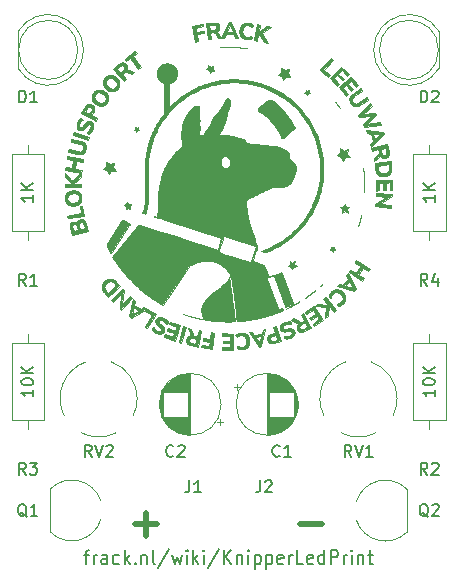
<source format=gbr>
G04 #@! TF.GenerationSoftware,KiCad,Pcbnew,(6.0.0-rc1-dev-318-g6fdc5972f)*
G04 #@! TF.CreationDate,2018-11-24T11:42:07+01:00*
G04 #@! TF.ProjectId,Frack_KnipperLedPrint,467261636B5F4B6E69707065724C6564,rev?*
G04 #@! TF.SameCoordinates,Original*
G04 #@! TF.FileFunction,Legend,Top*
G04 #@! TF.FilePolarity,Positive*
%FSLAX46Y46*%
G04 Gerber Fmt 4.6, Leading zero omitted, Abs format (unit mm)*
G04 Created by KiCad (PCBNEW (6.0.0-rc1-dev-318-g6fdc5972f)) date 11/24/18 11:42:07*
%MOMM*%
%LPD*%
G01*
G04 APERTURE LIST*
%ADD10C,0.500000*%
%ADD11C,0.200000*%
%ADD12C,0.120000*%
%ADD13C,0.000001*%
%ADD14C,0.150000*%
G04 APERTURE END LIST*
D10*
X12047619Y-45178571D02*
X13952380Y-45178571D01*
X13000000Y-46130952D02*
X13000000Y-44226190D01*
D11*
X7795238Y-47742857D02*
X8214285Y-47742857D01*
X7952380Y-48542857D02*
X7952380Y-47514285D01*
X8004761Y-47400000D01*
X8109523Y-47342857D01*
X8214285Y-47342857D01*
X8580952Y-48542857D02*
X8580952Y-47742857D01*
X8580952Y-47971428D02*
X8633333Y-47857142D01*
X8685714Y-47800000D01*
X8790476Y-47742857D01*
X8895238Y-47742857D01*
X9733333Y-48542857D02*
X9733333Y-47914285D01*
X9680952Y-47800000D01*
X9576190Y-47742857D01*
X9366666Y-47742857D01*
X9261904Y-47800000D01*
X9733333Y-48485714D02*
X9628571Y-48542857D01*
X9366666Y-48542857D01*
X9261904Y-48485714D01*
X9209523Y-48371428D01*
X9209523Y-48257142D01*
X9261904Y-48142857D01*
X9366666Y-48085714D01*
X9628571Y-48085714D01*
X9733333Y-48028571D01*
X10728571Y-48485714D02*
X10623809Y-48542857D01*
X10414285Y-48542857D01*
X10309523Y-48485714D01*
X10257142Y-48428571D01*
X10204761Y-48314285D01*
X10204761Y-47971428D01*
X10257142Y-47857142D01*
X10309523Y-47800000D01*
X10414285Y-47742857D01*
X10623809Y-47742857D01*
X10728571Y-47800000D01*
X11199999Y-48542857D02*
X11199999Y-47342857D01*
X11304761Y-48085714D02*
X11619047Y-48542857D01*
X11619047Y-47742857D02*
X11199999Y-48200000D01*
X12090476Y-48428571D02*
X12142857Y-48485714D01*
X12090476Y-48542857D01*
X12038095Y-48485714D01*
X12090476Y-48428571D01*
X12090476Y-48542857D01*
X12614285Y-47742857D02*
X12614285Y-48542857D01*
X12614285Y-47857142D02*
X12666666Y-47800000D01*
X12771428Y-47742857D01*
X12928571Y-47742857D01*
X13033333Y-47800000D01*
X13085714Y-47914285D01*
X13085714Y-48542857D01*
X13766666Y-48542857D02*
X13661904Y-48485714D01*
X13609523Y-48371428D01*
X13609523Y-47342857D01*
X14971428Y-47285714D02*
X14028571Y-48828571D01*
X15233333Y-47742857D02*
X15442857Y-48542857D01*
X15652380Y-47971428D01*
X15861904Y-48542857D01*
X16071428Y-47742857D01*
X16490476Y-48542857D02*
X16490476Y-47742857D01*
X16490476Y-47342857D02*
X16438095Y-47400000D01*
X16490476Y-47457142D01*
X16542857Y-47400000D01*
X16490476Y-47342857D01*
X16490476Y-47457142D01*
X17014285Y-48542857D02*
X17014285Y-47342857D01*
X17119047Y-48085714D02*
X17433333Y-48542857D01*
X17433333Y-47742857D02*
X17014285Y-48200000D01*
X17904761Y-48542857D02*
X17904761Y-47742857D01*
X17904761Y-47342857D02*
X17852380Y-47400000D01*
X17904761Y-47457142D01*
X17957142Y-47400000D01*
X17904761Y-47342857D01*
X17904761Y-47457142D01*
X19214285Y-47285714D02*
X18271428Y-48828571D01*
X19580952Y-48542857D02*
X19580952Y-47342857D01*
X20209523Y-48542857D02*
X19738095Y-47857142D01*
X20209523Y-47342857D02*
X19580952Y-48028571D01*
X20680952Y-47742857D02*
X20680952Y-48542857D01*
X20680952Y-47857142D02*
X20733333Y-47800000D01*
X20838095Y-47742857D01*
X20995238Y-47742857D01*
X21099999Y-47800000D01*
X21152380Y-47914285D01*
X21152380Y-48542857D01*
X21676190Y-48542857D02*
X21676190Y-47742857D01*
X21676190Y-47342857D02*
X21623809Y-47400000D01*
X21676190Y-47457142D01*
X21728571Y-47400000D01*
X21676190Y-47342857D01*
X21676190Y-47457142D01*
X22199999Y-47742857D02*
X22199999Y-48942857D01*
X22199999Y-47800000D02*
X22304761Y-47742857D01*
X22514285Y-47742857D01*
X22619047Y-47800000D01*
X22671428Y-47857142D01*
X22723809Y-47971428D01*
X22723809Y-48314285D01*
X22671428Y-48428571D01*
X22619047Y-48485714D01*
X22514285Y-48542857D01*
X22304761Y-48542857D01*
X22199999Y-48485714D01*
X23195238Y-47742857D02*
X23195238Y-48942857D01*
X23195238Y-47800000D02*
X23299999Y-47742857D01*
X23509523Y-47742857D01*
X23614285Y-47800000D01*
X23666666Y-47857142D01*
X23719047Y-47971428D01*
X23719047Y-48314285D01*
X23666666Y-48428571D01*
X23614285Y-48485714D01*
X23509523Y-48542857D01*
X23299999Y-48542857D01*
X23195238Y-48485714D01*
X24609523Y-48485714D02*
X24504761Y-48542857D01*
X24295238Y-48542857D01*
X24190476Y-48485714D01*
X24138095Y-48371428D01*
X24138095Y-47914285D01*
X24190476Y-47800000D01*
X24295238Y-47742857D01*
X24504761Y-47742857D01*
X24609523Y-47800000D01*
X24661904Y-47914285D01*
X24661904Y-48028571D01*
X24138095Y-48142857D01*
X25133333Y-48542857D02*
X25133333Y-47742857D01*
X25133333Y-47971428D02*
X25185714Y-47857142D01*
X25238095Y-47800000D01*
X25342857Y-47742857D01*
X25447619Y-47742857D01*
X26338095Y-48542857D02*
X25814285Y-48542857D01*
X25814285Y-47342857D01*
X27123809Y-48485714D02*
X27019047Y-48542857D01*
X26809523Y-48542857D01*
X26704761Y-48485714D01*
X26652380Y-48371428D01*
X26652380Y-47914285D01*
X26704761Y-47800000D01*
X26809523Y-47742857D01*
X27019047Y-47742857D01*
X27123809Y-47800000D01*
X27176190Y-47914285D01*
X27176190Y-48028571D01*
X26652380Y-48142857D01*
X28119047Y-48542857D02*
X28119047Y-47342857D01*
X28119047Y-48485714D02*
X28014285Y-48542857D01*
X27804761Y-48542857D01*
X27699999Y-48485714D01*
X27647619Y-48428571D01*
X27595238Y-48314285D01*
X27595238Y-47971428D01*
X27647619Y-47857142D01*
X27699999Y-47800000D01*
X27804761Y-47742857D01*
X28014285Y-47742857D01*
X28119047Y-47800000D01*
X28642857Y-48542857D02*
X28642857Y-47342857D01*
X29061904Y-47342857D01*
X29166666Y-47400000D01*
X29219047Y-47457142D01*
X29271428Y-47571428D01*
X29271428Y-47742857D01*
X29219047Y-47857142D01*
X29166666Y-47914285D01*
X29061904Y-47971428D01*
X28642857Y-47971428D01*
X29742857Y-48542857D02*
X29742857Y-47742857D01*
X29742857Y-47971428D02*
X29795238Y-47857142D01*
X29847619Y-47800000D01*
X29952380Y-47742857D01*
X30057142Y-47742857D01*
X30423809Y-48542857D02*
X30423809Y-47742857D01*
X30423809Y-47342857D02*
X30371428Y-47400000D01*
X30423809Y-47457142D01*
X30476190Y-47400000D01*
X30423809Y-47342857D01*
X30423809Y-47457142D01*
X30947619Y-47742857D02*
X30947619Y-48542857D01*
X30947619Y-47857142D02*
X30999999Y-47800000D01*
X31104761Y-47742857D01*
X31261904Y-47742857D01*
X31366666Y-47800000D01*
X31419047Y-47914285D01*
X31419047Y-48542857D01*
X31785714Y-47742857D02*
X32204761Y-47742857D01*
X31942857Y-47342857D02*
X31942857Y-48371428D01*
X31995238Y-48485714D01*
X32099999Y-48542857D01*
X32204761Y-48542857D01*
D10*
X26047619Y-45178571D02*
X27952380Y-45178571D01*
D12*
G04 #@! TO.C,Q1*
X4880000Y-42200000D02*
X4880000Y-45800000D01*
X4888259Y-42188125D02*
G75*
G02X9180000Y-43180000I1841741J-1811875D01*
G01*
X4902316Y-45808445D02*
G75*
G03X9180000Y-44780000I1827684J1808445D01*
G01*
G04 #@! TO.C,Q2*
X35097684Y-42191555D02*
G75*
G03X30820000Y-43220000I-1827684J-1808445D01*
G01*
X35111741Y-45811875D02*
G75*
G02X30820000Y-44820000I-1841741J1811875D01*
G01*
X35120000Y-45800000D02*
X35120000Y-42200000D01*
G04 #@! TO.C,R3*
X3000000Y-37120000D02*
X3000000Y-36350000D01*
X3000000Y-29040000D02*
X3000000Y-29810000D01*
X4370000Y-36350000D02*
X4370000Y-29810000D01*
X1630000Y-36350000D02*
X4370000Y-36350000D01*
X1630000Y-29810000D02*
X1630000Y-36350000D01*
X4370000Y-29810000D02*
X1630000Y-29810000D01*
G04 #@! TO.C,R4*
X37000000Y-21120000D02*
X37000000Y-20350000D01*
X37000000Y-13040000D02*
X37000000Y-13810000D01*
X38370000Y-20350000D02*
X38370000Y-13810000D01*
X35630000Y-20350000D02*
X38370000Y-20350000D01*
X35630000Y-13810000D02*
X35630000Y-20350000D01*
X38370000Y-13810000D02*
X35630000Y-13810000D01*
G04 #@! TO.C,R1*
X4370000Y-13810000D02*
X1630000Y-13810000D01*
X1630000Y-13810000D02*
X1630000Y-20350000D01*
X1630000Y-20350000D02*
X4370000Y-20350000D01*
X4370000Y-20350000D02*
X4370000Y-13810000D01*
X3000000Y-13040000D02*
X3000000Y-13810000D01*
X3000000Y-21120000D02*
X3000000Y-20350000D01*
G04 #@! TO.C,RV1*
X32064608Y-31408154D02*
G75*
G02X34270000Y-34500000I-1064608J-3091846D01*
G01*
X28086171Y-35983968D02*
G75*
G02X29936000Y-31408000I2913829J1483968D01*
G01*
X32485202Y-37413387D02*
G75*
G02X29516000Y-37414000I-1485202J2913387D01*
G01*
X34270075Y-34443137D02*
G75*
G02X33914000Y-35985000I-3270075J-56863D01*
G01*
G04 #@! TO.C,RV2*
X12270075Y-34443137D02*
G75*
G02X11914000Y-35985000I-3270075J-56863D01*
G01*
X10485202Y-37413387D02*
G75*
G02X7516000Y-37414000I-1485202J2913387D01*
G01*
X6086171Y-35983968D02*
G75*
G02X7936000Y-31408000I2913829J1483968D01*
G01*
X10064608Y-31408154D02*
G75*
G02X12270000Y-34500000I-1064608J-3091846D01*
G01*
G04 #@! TO.C,R2*
X38370000Y-29810000D02*
X35630000Y-29810000D01*
X35630000Y-29810000D02*
X35630000Y-36350000D01*
X35630000Y-36350000D02*
X38370000Y-36350000D01*
X38370000Y-36350000D02*
X38370000Y-29810000D01*
X37000000Y-29040000D02*
X37000000Y-29810000D01*
X37000000Y-37120000D02*
X37000000Y-36350000D01*
G04 #@! TO.C,D2*
X37830000Y-6545000D02*
X37830000Y-3455000D01*
X37770000Y-5000000D02*
G75*
G03X37770000Y-5000000I-2500000J0D01*
G01*
X32280000Y-5000462D02*
G75*
G02X37830000Y-3455170I2990000J462D01*
G01*
X32280000Y-4999538D02*
G75*
G03X37830000Y-6544830I2990000J-462D01*
G01*
G04 #@! TO.C,C1*
X25870000Y-35000000D02*
G75*
G03X25870000Y-35000000I-2620000J0D01*
G01*
X23250000Y-32420000D02*
X23250000Y-37580000D01*
X23290000Y-32420000D02*
X23290000Y-37580000D01*
X23330000Y-32421000D02*
X23330000Y-37579000D01*
X23370000Y-32422000D02*
X23370000Y-37578000D01*
X23410000Y-32424000D02*
X23410000Y-37576000D01*
X23450000Y-32427000D02*
X23450000Y-37573000D01*
X23490000Y-32431000D02*
X23490000Y-33960000D01*
X23490000Y-36040000D02*
X23490000Y-37569000D01*
X23530000Y-32435000D02*
X23530000Y-33960000D01*
X23530000Y-36040000D02*
X23530000Y-37565000D01*
X23570000Y-32439000D02*
X23570000Y-33960000D01*
X23570000Y-36040000D02*
X23570000Y-37561000D01*
X23610000Y-32444000D02*
X23610000Y-33960000D01*
X23610000Y-36040000D02*
X23610000Y-37556000D01*
X23650000Y-32450000D02*
X23650000Y-33960000D01*
X23650000Y-36040000D02*
X23650000Y-37550000D01*
X23690000Y-32457000D02*
X23690000Y-33960000D01*
X23690000Y-36040000D02*
X23690000Y-37543000D01*
X23730000Y-32464000D02*
X23730000Y-33960000D01*
X23730000Y-36040000D02*
X23730000Y-37536000D01*
X23770000Y-32472000D02*
X23770000Y-33960000D01*
X23770000Y-36040000D02*
X23770000Y-37528000D01*
X23810000Y-32480000D02*
X23810000Y-33960000D01*
X23810000Y-36040000D02*
X23810000Y-37520000D01*
X23850000Y-32489000D02*
X23850000Y-33960000D01*
X23850000Y-36040000D02*
X23850000Y-37511000D01*
X23890000Y-32499000D02*
X23890000Y-33960000D01*
X23890000Y-36040000D02*
X23890000Y-37501000D01*
X23930000Y-32509000D02*
X23930000Y-33960000D01*
X23930000Y-36040000D02*
X23930000Y-37491000D01*
X23971000Y-32520000D02*
X23971000Y-33960000D01*
X23971000Y-36040000D02*
X23971000Y-37480000D01*
X24011000Y-32532000D02*
X24011000Y-33960000D01*
X24011000Y-36040000D02*
X24011000Y-37468000D01*
X24051000Y-32545000D02*
X24051000Y-33960000D01*
X24051000Y-36040000D02*
X24051000Y-37455000D01*
X24091000Y-32558000D02*
X24091000Y-33960000D01*
X24091000Y-36040000D02*
X24091000Y-37442000D01*
X24131000Y-32572000D02*
X24131000Y-33960000D01*
X24131000Y-36040000D02*
X24131000Y-37428000D01*
X24171000Y-32586000D02*
X24171000Y-33960000D01*
X24171000Y-36040000D02*
X24171000Y-37414000D01*
X24211000Y-32602000D02*
X24211000Y-33960000D01*
X24211000Y-36040000D02*
X24211000Y-37398000D01*
X24251000Y-32618000D02*
X24251000Y-33960000D01*
X24251000Y-36040000D02*
X24251000Y-37382000D01*
X24291000Y-32635000D02*
X24291000Y-33960000D01*
X24291000Y-36040000D02*
X24291000Y-37365000D01*
X24331000Y-32652000D02*
X24331000Y-33960000D01*
X24331000Y-36040000D02*
X24331000Y-37348000D01*
X24371000Y-32671000D02*
X24371000Y-33960000D01*
X24371000Y-36040000D02*
X24371000Y-37329000D01*
X24411000Y-32690000D02*
X24411000Y-33960000D01*
X24411000Y-36040000D02*
X24411000Y-37310000D01*
X24451000Y-32710000D02*
X24451000Y-33960000D01*
X24451000Y-36040000D02*
X24451000Y-37290000D01*
X24491000Y-32732000D02*
X24491000Y-33960000D01*
X24491000Y-36040000D02*
X24491000Y-37268000D01*
X24531000Y-32753000D02*
X24531000Y-33960000D01*
X24531000Y-36040000D02*
X24531000Y-37247000D01*
X24571000Y-32776000D02*
X24571000Y-33960000D01*
X24571000Y-36040000D02*
X24571000Y-37224000D01*
X24611000Y-32800000D02*
X24611000Y-33960000D01*
X24611000Y-36040000D02*
X24611000Y-37200000D01*
X24651000Y-32825000D02*
X24651000Y-33960000D01*
X24651000Y-36040000D02*
X24651000Y-37175000D01*
X24691000Y-32851000D02*
X24691000Y-33960000D01*
X24691000Y-36040000D02*
X24691000Y-37149000D01*
X24731000Y-32878000D02*
X24731000Y-33960000D01*
X24731000Y-36040000D02*
X24731000Y-37122000D01*
X24771000Y-32905000D02*
X24771000Y-33960000D01*
X24771000Y-36040000D02*
X24771000Y-37095000D01*
X24811000Y-32935000D02*
X24811000Y-33960000D01*
X24811000Y-36040000D02*
X24811000Y-37065000D01*
X24851000Y-32965000D02*
X24851000Y-33960000D01*
X24851000Y-36040000D02*
X24851000Y-37035000D01*
X24891000Y-32996000D02*
X24891000Y-33960000D01*
X24891000Y-36040000D02*
X24891000Y-37004000D01*
X24931000Y-33029000D02*
X24931000Y-33960000D01*
X24931000Y-36040000D02*
X24931000Y-36971000D01*
X24971000Y-33063000D02*
X24971000Y-33960000D01*
X24971000Y-36040000D02*
X24971000Y-36937000D01*
X25011000Y-33099000D02*
X25011000Y-33960000D01*
X25011000Y-36040000D02*
X25011000Y-36901000D01*
X25051000Y-33136000D02*
X25051000Y-33960000D01*
X25051000Y-36040000D02*
X25051000Y-36864000D01*
X25091000Y-33174000D02*
X25091000Y-33960000D01*
X25091000Y-36040000D02*
X25091000Y-36826000D01*
X25131000Y-33215000D02*
X25131000Y-33960000D01*
X25131000Y-36040000D02*
X25131000Y-36785000D01*
X25171000Y-33257000D02*
X25171000Y-33960000D01*
X25171000Y-36040000D02*
X25171000Y-36743000D01*
X25211000Y-33301000D02*
X25211000Y-33960000D01*
X25211000Y-36040000D02*
X25211000Y-36699000D01*
X25251000Y-33347000D02*
X25251000Y-33960000D01*
X25251000Y-36040000D02*
X25251000Y-36653000D01*
X25291000Y-33395000D02*
X25291000Y-33960000D01*
X25291000Y-36040000D02*
X25291000Y-36605000D01*
X25331000Y-33446000D02*
X25331000Y-33960000D01*
X25331000Y-36040000D02*
X25331000Y-36554000D01*
X25371000Y-33500000D02*
X25371000Y-33960000D01*
X25371000Y-36040000D02*
X25371000Y-36500000D01*
X25411000Y-33557000D02*
X25411000Y-33960000D01*
X25411000Y-36040000D02*
X25411000Y-36443000D01*
X25451000Y-33617000D02*
X25451000Y-33960000D01*
X25451000Y-36040000D02*
X25451000Y-36383000D01*
X25491000Y-33681000D02*
X25491000Y-33960000D01*
X25491000Y-36040000D02*
X25491000Y-36319000D01*
X25531000Y-33749000D02*
X25531000Y-33960000D01*
X25531000Y-36040000D02*
X25531000Y-36251000D01*
X25571000Y-33822000D02*
X25571000Y-36178000D01*
X25611000Y-33902000D02*
X25611000Y-36098000D01*
X25651000Y-33989000D02*
X25651000Y-36011000D01*
X25691000Y-34085000D02*
X25691000Y-35915000D01*
X25731000Y-34195000D02*
X25731000Y-35805000D01*
X25771000Y-34323000D02*
X25771000Y-35677000D01*
X25811000Y-34482000D02*
X25811000Y-35518000D01*
X25851000Y-34716000D02*
X25851000Y-35284000D01*
X20445225Y-33525000D02*
X20945225Y-33525000D01*
X20695225Y-33275000D02*
X20695225Y-33775000D01*
G04 #@! TO.C,C2*
X19304775Y-36725000D02*
X19304775Y-36225000D01*
X19554775Y-36475000D02*
X19054775Y-36475000D01*
X14149000Y-35284000D02*
X14149000Y-34716000D01*
X14189000Y-35518000D02*
X14189000Y-34482000D01*
X14229000Y-35677000D02*
X14229000Y-34323000D01*
X14269000Y-35805000D02*
X14269000Y-34195000D01*
X14309000Y-35915000D02*
X14309000Y-34085000D01*
X14349000Y-36011000D02*
X14349000Y-33989000D01*
X14389000Y-36098000D02*
X14389000Y-33902000D01*
X14429000Y-36178000D02*
X14429000Y-33822000D01*
X14469000Y-33960000D02*
X14469000Y-33749000D01*
X14469000Y-36251000D02*
X14469000Y-36040000D01*
X14509000Y-33960000D02*
X14509000Y-33681000D01*
X14509000Y-36319000D02*
X14509000Y-36040000D01*
X14549000Y-33960000D02*
X14549000Y-33617000D01*
X14549000Y-36383000D02*
X14549000Y-36040000D01*
X14589000Y-33960000D02*
X14589000Y-33557000D01*
X14589000Y-36443000D02*
X14589000Y-36040000D01*
X14629000Y-33960000D02*
X14629000Y-33500000D01*
X14629000Y-36500000D02*
X14629000Y-36040000D01*
X14669000Y-33960000D02*
X14669000Y-33446000D01*
X14669000Y-36554000D02*
X14669000Y-36040000D01*
X14709000Y-33960000D02*
X14709000Y-33395000D01*
X14709000Y-36605000D02*
X14709000Y-36040000D01*
X14749000Y-33960000D02*
X14749000Y-33347000D01*
X14749000Y-36653000D02*
X14749000Y-36040000D01*
X14789000Y-33960000D02*
X14789000Y-33301000D01*
X14789000Y-36699000D02*
X14789000Y-36040000D01*
X14829000Y-33960000D02*
X14829000Y-33257000D01*
X14829000Y-36743000D02*
X14829000Y-36040000D01*
X14869000Y-33960000D02*
X14869000Y-33215000D01*
X14869000Y-36785000D02*
X14869000Y-36040000D01*
X14909000Y-33960000D02*
X14909000Y-33174000D01*
X14909000Y-36826000D02*
X14909000Y-36040000D01*
X14949000Y-33960000D02*
X14949000Y-33136000D01*
X14949000Y-36864000D02*
X14949000Y-36040000D01*
X14989000Y-33960000D02*
X14989000Y-33099000D01*
X14989000Y-36901000D02*
X14989000Y-36040000D01*
X15029000Y-33960000D02*
X15029000Y-33063000D01*
X15029000Y-36937000D02*
X15029000Y-36040000D01*
X15069000Y-33960000D02*
X15069000Y-33029000D01*
X15069000Y-36971000D02*
X15069000Y-36040000D01*
X15109000Y-33960000D02*
X15109000Y-32996000D01*
X15109000Y-37004000D02*
X15109000Y-36040000D01*
X15149000Y-33960000D02*
X15149000Y-32965000D01*
X15149000Y-37035000D02*
X15149000Y-36040000D01*
X15189000Y-33960000D02*
X15189000Y-32935000D01*
X15189000Y-37065000D02*
X15189000Y-36040000D01*
X15229000Y-33960000D02*
X15229000Y-32905000D01*
X15229000Y-37095000D02*
X15229000Y-36040000D01*
X15269000Y-33960000D02*
X15269000Y-32878000D01*
X15269000Y-37122000D02*
X15269000Y-36040000D01*
X15309000Y-33960000D02*
X15309000Y-32851000D01*
X15309000Y-37149000D02*
X15309000Y-36040000D01*
X15349000Y-33960000D02*
X15349000Y-32825000D01*
X15349000Y-37175000D02*
X15349000Y-36040000D01*
X15389000Y-33960000D02*
X15389000Y-32800000D01*
X15389000Y-37200000D02*
X15389000Y-36040000D01*
X15429000Y-33960000D02*
X15429000Y-32776000D01*
X15429000Y-37224000D02*
X15429000Y-36040000D01*
X15469000Y-33960000D02*
X15469000Y-32753000D01*
X15469000Y-37247000D02*
X15469000Y-36040000D01*
X15509000Y-33960000D02*
X15509000Y-32732000D01*
X15509000Y-37268000D02*
X15509000Y-36040000D01*
X15549000Y-33960000D02*
X15549000Y-32710000D01*
X15549000Y-37290000D02*
X15549000Y-36040000D01*
X15589000Y-33960000D02*
X15589000Y-32690000D01*
X15589000Y-37310000D02*
X15589000Y-36040000D01*
X15629000Y-33960000D02*
X15629000Y-32671000D01*
X15629000Y-37329000D02*
X15629000Y-36040000D01*
X15669000Y-33960000D02*
X15669000Y-32652000D01*
X15669000Y-37348000D02*
X15669000Y-36040000D01*
X15709000Y-33960000D02*
X15709000Y-32635000D01*
X15709000Y-37365000D02*
X15709000Y-36040000D01*
X15749000Y-33960000D02*
X15749000Y-32618000D01*
X15749000Y-37382000D02*
X15749000Y-36040000D01*
X15789000Y-33960000D02*
X15789000Y-32602000D01*
X15789000Y-37398000D02*
X15789000Y-36040000D01*
X15829000Y-33960000D02*
X15829000Y-32586000D01*
X15829000Y-37414000D02*
X15829000Y-36040000D01*
X15869000Y-33960000D02*
X15869000Y-32572000D01*
X15869000Y-37428000D02*
X15869000Y-36040000D01*
X15909000Y-33960000D02*
X15909000Y-32558000D01*
X15909000Y-37442000D02*
X15909000Y-36040000D01*
X15949000Y-33960000D02*
X15949000Y-32545000D01*
X15949000Y-37455000D02*
X15949000Y-36040000D01*
X15989000Y-33960000D02*
X15989000Y-32532000D01*
X15989000Y-37468000D02*
X15989000Y-36040000D01*
X16029000Y-33960000D02*
X16029000Y-32520000D01*
X16029000Y-37480000D02*
X16029000Y-36040000D01*
X16070000Y-33960000D02*
X16070000Y-32509000D01*
X16070000Y-37491000D02*
X16070000Y-36040000D01*
X16110000Y-33960000D02*
X16110000Y-32499000D01*
X16110000Y-37501000D02*
X16110000Y-36040000D01*
X16150000Y-33960000D02*
X16150000Y-32489000D01*
X16150000Y-37511000D02*
X16150000Y-36040000D01*
X16190000Y-33960000D02*
X16190000Y-32480000D01*
X16190000Y-37520000D02*
X16190000Y-36040000D01*
X16230000Y-33960000D02*
X16230000Y-32472000D01*
X16230000Y-37528000D02*
X16230000Y-36040000D01*
X16270000Y-33960000D02*
X16270000Y-32464000D01*
X16270000Y-37536000D02*
X16270000Y-36040000D01*
X16310000Y-33960000D02*
X16310000Y-32457000D01*
X16310000Y-37543000D02*
X16310000Y-36040000D01*
X16350000Y-33960000D02*
X16350000Y-32450000D01*
X16350000Y-37550000D02*
X16350000Y-36040000D01*
X16390000Y-33960000D02*
X16390000Y-32444000D01*
X16390000Y-37556000D02*
X16390000Y-36040000D01*
X16430000Y-33960000D02*
X16430000Y-32439000D01*
X16430000Y-37561000D02*
X16430000Y-36040000D01*
X16470000Y-33960000D02*
X16470000Y-32435000D01*
X16470000Y-37565000D02*
X16470000Y-36040000D01*
X16510000Y-33960000D02*
X16510000Y-32431000D01*
X16510000Y-37569000D02*
X16510000Y-36040000D01*
X16550000Y-37573000D02*
X16550000Y-32427000D01*
X16590000Y-37576000D02*
X16590000Y-32424000D01*
X16630000Y-37578000D02*
X16630000Y-32422000D01*
X16670000Y-37579000D02*
X16670000Y-32421000D01*
X16710000Y-37580000D02*
X16710000Y-32420000D01*
X16750000Y-37580000D02*
X16750000Y-32420000D01*
X19370000Y-35000000D02*
G75*
G03X19370000Y-35000000I-2620000J0D01*
G01*
G04 #@! TO.C,D1*
X7720000Y-5000462D02*
G75*
G03X2170000Y-3455170I-2990000J462D01*
G01*
X7720000Y-4999538D02*
G75*
G02X2170000Y-6544830I-2990000J-462D01*
G01*
X7230000Y-5000000D02*
G75*
G03X7230000Y-5000000I-2500000J0D01*
G01*
X2170000Y-3455000D02*
X2170000Y-6545000D01*
D13*
G04 #@! TO.C,*
G36*
X19455847Y-29009314D02*
X19455331Y-29206718D01*
X20125058Y-29208279D01*
X20123508Y-29607221D01*
X19493055Y-29605157D01*
X19492539Y-29800494D01*
X20123508Y-29802557D01*
X20121958Y-30177728D01*
X19452748Y-30175664D01*
X19452233Y-30373068D01*
X20365355Y-30375661D01*
X20369489Y-29011920D01*
X19455847Y-29009314D01*
X19455847Y-29009314D01*
G37*
X19455847Y-29009314D02*
X19455331Y-29206718D01*
X20125058Y-29208279D01*
X20123508Y-29607221D01*
X19493055Y-29605157D01*
X19492539Y-29800494D01*
X20123508Y-29802557D01*
X20121958Y-30177728D01*
X19452748Y-30175664D01*
X19452233Y-30373068D01*
X20365355Y-30375661D01*
X20369489Y-29011920D01*
X19455847Y-29009314D01*
G36*
X21027327Y-28949886D02*
X21016420Y-28950970D01*
X21005573Y-28952183D01*
X20994788Y-28953525D01*
X20984065Y-28954996D01*
X20973403Y-28956596D01*
X20962802Y-28958326D01*
X20952263Y-28960185D01*
X20941785Y-28962174D01*
X20931369Y-28964293D01*
X20921014Y-28966543D01*
X20910721Y-28968922D01*
X20900490Y-28971432D01*
X20890320Y-28974073D01*
X20880211Y-28976845D01*
X20870164Y-28979748D01*
X20860178Y-28982783D01*
X20850254Y-28985948D01*
X20840392Y-28989246D01*
X20830591Y-28992675D01*
X20820852Y-28996237D01*
X20811174Y-28999930D01*
X20801558Y-29003757D01*
X20792004Y-29007715D01*
X20782511Y-29011807D01*
X20773079Y-29016032D01*
X20762941Y-29020750D01*
X20752959Y-29025588D01*
X20743134Y-29030545D01*
X20733465Y-29035623D01*
X20723954Y-29040820D01*
X20714600Y-29046136D01*
X20705404Y-29051571D01*
X20696365Y-29057125D01*
X20687484Y-29062798D01*
X20678761Y-29068588D01*
X20670197Y-29074497D01*
X20661790Y-29080523D01*
X20653542Y-29086667D01*
X20645452Y-29092929D01*
X20637522Y-29099307D01*
X20629750Y-29105803D01*
X20622137Y-29112415D01*
X20614683Y-29119143D01*
X20607389Y-29125988D01*
X20600254Y-29132949D01*
X20593280Y-29140025D01*
X20586465Y-29147217D01*
X20579810Y-29154524D01*
X20679545Y-29327640D01*
X20687713Y-29319941D01*
X20695889Y-29312427D01*
X20704073Y-29305099D01*
X20712265Y-29297955D01*
X20720464Y-29290996D01*
X20728671Y-29284220D01*
X20736885Y-29277627D01*
X20745107Y-29271215D01*
X20753337Y-29264985D01*
X20761574Y-29258936D01*
X20769818Y-29253067D01*
X20778070Y-29247377D01*
X20786329Y-29241866D01*
X20794596Y-29236533D01*
X20802870Y-29231378D01*
X20811150Y-29226399D01*
X20819438Y-29221597D01*
X20827734Y-29216969D01*
X20836036Y-29212517D01*
X20844345Y-29208239D01*
X20852661Y-29204134D01*
X20861904Y-29199797D01*
X20871230Y-29195638D01*
X20880639Y-29191657D01*
X20890131Y-29187856D01*
X20899706Y-29184232D01*
X20909363Y-29180789D01*
X20919102Y-29177524D01*
X20928923Y-29174440D01*
X20938826Y-29171535D01*
X20948811Y-29168811D01*
X20958877Y-29166267D01*
X20969025Y-29163905D01*
X20979253Y-29161723D01*
X20989562Y-29159723D01*
X20999952Y-29157905D01*
X21010422Y-29156269D01*
X21020973Y-29154816D01*
X21031603Y-29153545D01*
X21042314Y-29152457D01*
X21054529Y-29151453D01*
X21066591Y-29150715D01*
X21078500Y-29150242D01*
X21090257Y-29150034D01*
X21101861Y-29150091D01*
X21113312Y-29150413D01*
X21124611Y-29151001D01*
X21135757Y-29151853D01*
X21146751Y-29152970D01*
X21157591Y-29154352D01*
X21168280Y-29155999D01*
X21178816Y-29157911D01*
X21189199Y-29160087D01*
X21199430Y-29162528D01*
X21209508Y-29165234D01*
X21219434Y-29168204D01*
X21229208Y-29171439D01*
X21238829Y-29174938D01*
X21248298Y-29178702D01*
X21257614Y-29182731D01*
X21266779Y-29187023D01*
X21275791Y-29191580D01*
X21284650Y-29196401D01*
X21293358Y-29201487D01*
X21301913Y-29206836D01*
X21310316Y-29212450D01*
X21318567Y-29218328D01*
X21326666Y-29224469D01*
X21334612Y-29230875D01*
X21342407Y-29237545D01*
X21350049Y-29244478D01*
X21357540Y-29251676D01*
X21364861Y-29259120D01*
X21371995Y-29266802D01*
X21378941Y-29274724D01*
X21385699Y-29282884D01*
X21392270Y-29291284D01*
X21398653Y-29299923D01*
X21404848Y-29308801D01*
X21410856Y-29317920D01*
X21416675Y-29327278D01*
X21422307Y-29336877D01*
X21427751Y-29346717D01*
X21433007Y-29356797D01*
X21438075Y-29367118D01*
X21442954Y-29377680D01*
X21447646Y-29388484D01*
X21452150Y-29399529D01*
X21456466Y-29410816D01*
X21460594Y-29422345D01*
X21464534Y-29434116D01*
X21468285Y-29446129D01*
X21471848Y-29458385D01*
X21475224Y-29470884D01*
X21478410Y-29483626D01*
X21481409Y-29496612D01*
X21484219Y-29509840D01*
X21486841Y-29523313D01*
X21489275Y-29537029D01*
X21491520Y-29550990D01*
X21493577Y-29565194D01*
X21495445Y-29579644D01*
X21497125Y-29594338D01*
X21498617Y-29609277D01*
X21499886Y-29624098D01*
X21500924Y-29638724D01*
X21501731Y-29653153D01*
X21502308Y-29667385D01*
X21502653Y-29681422D01*
X21502768Y-29695261D01*
X21502652Y-29708903D01*
X21502306Y-29722348D01*
X21501729Y-29735596D01*
X21500923Y-29748647D01*
X21499886Y-29761500D01*
X21498620Y-29774155D01*
X21497124Y-29786613D01*
X21495398Y-29798872D01*
X21493443Y-29810933D01*
X21491259Y-29822795D01*
X21488845Y-29834460D01*
X21486203Y-29845925D01*
X21483331Y-29857191D01*
X21480231Y-29868259D01*
X21476902Y-29879127D01*
X21473345Y-29889796D01*
X21469559Y-29900265D01*
X21465545Y-29910534D01*
X21461303Y-29920604D01*
X21456834Y-29930474D01*
X21452136Y-29940143D01*
X21447211Y-29949612D01*
X21442058Y-29958881D01*
X21436678Y-29967948D01*
X21431070Y-29976815D01*
X21425236Y-29985481D01*
X21419196Y-29993934D01*
X21412958Y-30002153D01*
X21406522Y-30010137D01*
X21399889Y-30017888D01*
X21393057Y-30025406D01*
X21386028Y-30032689D01*
X21378801Y-30039740D01*
X21371377Y-30046557D01*
X21363754Y-30053141D01*
X21355934Y-30059492D01*
X21347915Y-30065610D01*
X21339699Y-30071495D01*
X21331285Y-30077147D01*
X21322673Y-30082568D01*
X21313863Y-30087755D01*
X21304855Y-30092711D01*
X21295649Y-30097434D01*
X21286244Y-30101925D01*
X21276642Y-30106185D01*
X21266842Y-30110212D01*
X21256843Y-30114008D01*
X21246647Y-30117572D01*
X21236252Y-30120906D01*
X21225660Y-30124007D01*
X21214869Y-30126878D01*
X21203879Y-30129517D01*
X21192692Y-30131926D01*
X21181306Y-30134104D01*
X21169722Y-30136051D01*
X21157940Y-30137768D01*
X21145960Y-30139255D01*
X21133781Y-30140511D01*
X21123051Y-30141397D01*
X21112368Y-30142098D01*
X21101731Y-30142612D01*
X21091140Y-30142940D01*
X21080596Y-30143080D01*
X21070098Y-30143032D01*
X21059647Y-30142795D01*
X21049243Y-30142369D01*
X21038886Y-30141753D01*
X21028576Y-30140947D01*
X21018313Y-30139949D01*
X21008098Y-30138760D01*
X20997930Y-30137378D01*
X20987810Y-30135802D01*
X20977737Y-30134034D01*
X20967713Y-30132070D01*
X20957736Y-30129912D01*
X20947808Y-30127559D01*
X20937927Y-30125009D01*
X20929000Y-30122509D01*
X20920047Y-30119831D01*
X20911069Y-30116974D01*
X20902065Y-30113938D01*
X20893036Y-30110724D01*
X20883981Y-30107331D01*
X20874901Y-30103760D01*
X20865796Y-30100011D01*
X20856665Y-30096084D01*
X20847510Y-30091979D01*
X20838330Y-30087695D01*
X20829125Y-30083234D01*
X20819895Y-30078595D01*
X20810640Y-30073778D01*
X20801361Y-30068784D01*
X20792058Y-30063612D01*
X20782730Y-30058262D01*
X20773377Y-30052735D01*
X20764000Y-30047031D01*
X20754599Y-30041150D01*
X20745174Y-30035091D01*
X20679028Y-30223710D01*
X20686922Y-30229667D01*
X20694952Y-30235483D01*
X20703118Y-30241158D01*
X20711419Y-30246691D01*
X20719855Y-30252082D01*
X20728426Y-30257330D01*
X20737131Y-30262436D01*
X20745971Y-30267399D01*
X20754945Y-30272219D01*
X20764053Y-30276896D01*
X20773294Y-30281428D01*
X20782669Y-30285816D01*
X20792177Y-30290060D01*
X20801817Y-30294159D01*
X20811591Y-30298113D01*
X20821496Y-30301921D01*
X20831534Y-30305583D01*
X20841703Y-30309100D01*
X20852004Y-30312470D01*
X20862437Y-30315693D01*
X20873000Y-30318769D01*
X20883694Y-30321698D01*
X20894519Y-30324479D01*
X20904562Y-30326886D01*
X20914641Y-30329152D01*
X20924756Y-30331276D01*
X20934908Y-30333259D01*
X20945097Y-30335100D01*
X20955322Y-30336801D01*
X20965584Y-30338361D01*
X20975882Y-30339780D01*
X20986217Y-30341059D01*
X20996588Y-30342197D01*
X21006996Y-30343196D01*
X21017440Y-30344054D01*
X21027920Y-30344773D01*
X21038437Y-30345353D01*
X21048990Y-30345793D01*
X21059580Y-30346093D01*
X21070205Y-30346255D01*
X21080868Y-30346278D01*
X21091566Y-30346162D01*
X21102301Y-30345908D01*
X21113072Y-30345516D01*
X21123879Y-30344985D01*
X21134723Y-30344316D01*
X21145603Y-30343510D01*
X21156519Y-30342566D01*
X21168988Y-30341327D01*
X21181342Y-30339928D01*
X21193578Y-30338371D01*
X21205698Y-30336654D01*
X21217702Y-30334778D01*
X21229589Y-30332744D01*
X21241360Y-30330550D01*
X21253015Y-30328198D01*
X21264553Y-30325687D01*
X21275976Y-30323017D01*
X21287283Y-30320188D01*
X21298474Y-30317201D01*
X21309549Y-30314055D01*
X21320508Y-30310751D01*
X21331352Y-30307288D01*
X21342080Y-30303667D01*
X21352693Y-30299887D01*
X21363191Y-30295949D01*
X21373574Y-30291853D01*
X21383841Y-30287599D01*
X21393993Y-30283186D01*
X21404030Y-30278615D01*
X21413953Y-30273887D01*
X21423761Y-30269000D01*
X21433453Y-30263956D01*
X21443032Y-30258753D01*
X21452496Y-30253393D01*
X21461845Y-30247875D01*
X21471080Y-30242200D01*
X21480201Y-30236366D01*
X21489207Y-30230375D01*
X21498100Y-30224227D01*
X21506865Y-30217938D01*
X21515481Y-30211521D01*
X21523949Y-30204978D01*
X21532267Y-30198309D01*
X21540437Y-30191512D01*
X21548458Y-30184589D01*
X21556330Y-30177539D01*
X21564054Y-30170362D01*
X21571628Y-30163058D01*
X21579054Y-30155628D01*
X21586331Y-30148072D01*
X21593459Y-30140388D01*
X21600439Y-30132578D01*
X21607269Y-30124642D01*
X21613951Y-30116579D01*
X21620485Y-30108389D01*
X21626869Y-30100073D01*
X21633105Y-30091630D01*
X21639193Y-30083061D01*
X21645131Y-30074365D01*
X21650921Y-30065543D01*
X21656563Y-30056594D01*
X21662056Y-30047519D01*
X21667400Y-30038318D01*
X21672595Y-30028991D01*
X21677643Y-30019536D01*
X21682541Y-30009956D01*
X21687291Y-30000250D01*
X21691892Y-29990417D01*
X21696345Y-29980457D01*
X21700650Y-29970372D01*
X21704805Y-29960160D01*
X21708808Y-29949837D01*
X21712645Y-29939427D01*
X21716316Y-29928929D01*
X21719822Y-29918344D01*
X21723162Y-29907671D01*
X21726336Y-29896910D01*
X21729345Y-29886062D01*
X21732189Y-29875125D01*
X21734867Y-29864100D01*
X21737380Y-29852988D01*
X21739727Y-29841787D01*
X21741908Y-29830498D01*
X21743924Y-29819120D01*
X21745775Y-29807654D01*
X21747460Y-29796099D01*
X21748980Y-29784456D01*
X21750334Y-29772724D01*
X21751523Y-29760902D01*
X21752546Y-29748992D01*
X21753404Y-29736993D01*
X21754096Y-29724905D01*
X21754623Y-29712728D01*
X21754985Y-29700461D01*
X21755181Y-29688104D01*
X21755212Y-29675659D01*
X21755077Y-29663123D01*
X21754778Y-29650498D01*
X21754312Y-29637783D01*
X21753682Y-29624978D01*
X21752886Y-29612083D01*
X21751924Y-29599098D01*
X21750798Y-29586023D01*
X21749494Y-29572960D01*
X21748045Y-29560011D01*
X21746450Y-29547177D01*
X21744710Y-29534457D01*
X21742823Y-29521852D01*
X21740791Y-29509362D01*
X21738612Y-29496987D01*
X21736288Y-29484727D01*
X21733817Y-29472582D01*
X21731201Y-29460553D01*
X21728438Y-29448639D01*
X21725530Y-29436841D01*
X21722475Y-29425158D01*
X21719273Y-29413591D01*
X21715926Y-29402140D01*
X21712432Y-29390805D01*
X21708792Y-29379586D01*
X21705005Y-29368483D01*
X21701072Y-29357497D01*
X21696992Y-29346627D01*
X21692766Y-29335874D01*
X21688393Y-29325238D01*
X21683874Y-29314718D01*
X21679208Y-29304316D01*
X21674395Y-29294030D01*
X21669435Y-29283862D01*
X21664329Y-29273811D01*
X21659075Y-29263878D01*
X21653675Y-29254062D01*
X21648128Y-29244364D01*
X21642434Y-29234784D01*
X21636593Y-29225321D01*
X21630619Y-29215990D01*
X21624525Y-29206814D01*
X21618310Y-29197792D01*
X21611974Y-29188924D01*
X21605517Y-29180211D01*
X21598940Y-29171652D01*
X21592240Y-29163248D01*
X21585420Y-29154997D01*
X21578477Y-29146901D01*
X21571413Y-29138959D01*
X21564227Y-29131171D01*
X21556920Y-29123536D01*
X21549490Y-29116056D01*
X21541937Y-29108730D01*
X21534263Y-29101557D01*
X21526465Y-29094539D01*
X21518546Y-29087674D01*
X21510503Y-29080963D01*
X21502337Y-29074405D01*
X21494048Y-29068001D01*
X21485636Y-29061750D01*
X21477101Y-29055653D01*
X21468442Y-29049710D01*
X21459659Y-29043919D01*
X21450752Y-29038282D01*
X21441722Y-29032799D01*
X21432567Y-29027468D01*
X21423289Y-29022291D01*
X21413885Y-29017267D01*
X21404358Y-29012396D01*
X21394705Y-29007678D01*
X21384928Y-29003113D01*
X21375066Y-28998707D01*
X21365119Y-28994480D01*
X21355087Y-28990429D01*
X21344971Y-28986556D01*
X21334770Y-28982860D01*
X21324484Y-28979341D01*
X21314113Y-28975999D01*
X21303657Y-28972834D01*
X21293117Y-28969846D01*
X21282492Y-28967035D01*
X21271783Y-28964401D01*
X21260988Y-28961944D01*
X21250109Y-28959664D01*
X21239146Y-28957560D01*
X21228097Y-28955634D01*
X21216964Y-28953884D01*
X21205747Y-28952311D01*
X21194444Y-28950914D01*
X21183058Y-28949694D01*
X21171586Y-28948650D01*
X21160030Y-28947783D01*
X21148389Y-28947093D01*
X21136663Y-28946579D01*
X21124853Y-28946241D01*
X21112959Y-28946080D01*
X21100979Y-28946095D01*
X21088915Y-28946286D01*
X21076767Y-28946654D01*
X21064534Y-28947198D01*
X21052216Y-28947918D01*
X21039814Y-28948814D01*
X21027327Y-28949886D01*
X21027327Y-28949886D01*
G37*
X21027327Y-28949886D02*
X21016420Y-28950970D01*
X21005573Y-28952183D01*
X20994788Y-28953525D01*
X20984065Y-28954996D01*
X20973403Y-28956596D01*
X20962802Y-28958326D01*
X20952263Y-28960185D01*
X20941785Y-28962174D01*
X20931369Y-28964293D01*
X20921014Y-28966543D01*
X20910721Y-28968922D01*
X20900490Y-28971432D01*
X20890320Y-28974073D01*
X20880211Y-28976845D01*
X20870164Y-28979748D01*
X20860178Y-28982783D01*
X20850254Y-28985948D01*
X20840392Y-28989246D01*
X20830591Y-28992675D01*
X20820852Y-28996237D01*
X20811174Y-28999930D01*
X20801558Y-29003757D01*
X20792004Y-29007715D01*
X20782511Y-29011807D01*
X20773079Y-29016032D01*
X20762941Y-29020750D01*
X20752959Y-29025588D01*
X20743134Y-29030545D01*
X20733465Y-29035623D01*
X20723954Y-29040820D01*
X20714600Y-29046136D01*
X20705404Y-29051571D01*
X20696365Y-29057125D01*
X20687484Y-29062798D01*
X20678761Y-29068588D01*
X20670197Y-29074497D01*
X20661790Y-29080523D01*
X20653542Y-29086667D01*
X20645452Y-29092929D01*
X20637522Y-29099307D01*
X20629750Y-29105803D01*
X20622137Y-29112415D01*
X20614683Y-29119143D01*
X20607389Y-29125988D01*
X20600254Y-29132949D01*
X20593280Y-29140025D01*
X20586465Y-29147217D01*
X20579810Y-29154524D01*
X20679545Y-29327640D01*
X20687713Y-29319941D01*
X20695889Y-29312427D01*
X20704073Y-29305099D01*
X20712265Y-29297955D01*
X20720464Y-29290996D01*
X20728671Y-29284220D01*
X20736885Y-29277627D01*
X20745107Y-29271215D01*
X20753337Y-29264985D01*
X20761574Y-29258936D01*
X20769818Y-29253067D01*
X20778070Y-29247377D01*
X20786329Y-29241866D01*
X20794596Y-29236533D01*
X20802870Y-29231378D01*
X20811150Y-29226399D01*
X20819438Y-29221597D01*
X20827734Y-29216969D01*
X20836036Y-29212517D01*
X20844345Y-29208239D01*
X20852661Y-29204134D01*
X20861904Y-29199797D01*
X20871230Y-29195638D01*
X20880639Y-29191657D01*
X20890131Y-29187856D01*
X20899706Y-29184232D01*
X20909363Y-29180789D01*
X20919102Y-29177524D01*
X20928923Y-29174440D01*
X20938826Y-29171535D01*
X20948811Y-29168811D01*
X20958877Y-29166267D01*
X20969025Y-29163905D01*
X20979253Y-29161723D01*
X20989562Y-29159723D01*
X20999952Y-29157905D01*
X21010422Y-29156269D01*
X21020973Y-29154816D01*
X21031603Y-29153545D01*
X21042314Y-29152457D01*
X21054529Y-29151453D01*
X21066591Y-29150715D01*
X21078500Y-29150242D01*
X21090257Y-29150034D01*
X21101861Y-29150091D01*
X21113312Y-29150413D01*
X21124611Y-29151001D01*
X21135757Y-29151853D01*
X21146751Y-29152970D01*
X21157591Y-29154352D01*
X21168280Y-29155999D01*
X21178816Y-29157911D01*
X21189199Y-29160087D01*
X21199430Y-29162528D01*
X21209508Y-29165234D01*
X21219434Y-29168204D01*
X21229208Y-29171439D01*
X21238829Y-29174938D01*
X21248298Y-29178702D01*
X21257614Y-29182731D01*
X21266779Y-29187023D01*
X21275791Y-29191580D01*
X21284650Y-29196401D01*
X21293358Y-29201487D01*
X21301913Y-29206836D01*
X21310316Y-29212450D01*
X21318567Y-29218328D01*
X21326666Y-29224469D01*
X21334612Y-29230875D01*
X21342407Y-29237545D01*
X21350049Y-29244478D01*
X21357540Y-29251676D01*
X21364861Y-29259120D01*
X21371995Y-29266802D01*
X21378941Y-29274724D01*
X21385699Y-29282884D01*
X21392270Y-29291284D01*
X21398653Y-29299923D01*
X21404848Y-29308801D01*
X21410856Y-29317920D01*
X21416675Y-29327278D01*
X21422307Y-29336877D01*
X21427751Y-29346717D01*
X21433007Y-29356797D01*
X21438075Y-29367118D01*
X21442954Y-29377680D01*
X21447646Y-29388484D01*
X21452150Y-29399529D01*
X21456466Y-29410816D01*
X21460594Y-29422345D01*
X21464534Y-29434116D01*
X21468285Y-29446129D01*
X21471848Y-29458385D01*
X21475224Y-29470884D01*
X21478410Y-29483626D01*
X21481409Y-29496612D01*
X21484219Y-29509840D01*
X21486841Y-29523313D01*
X21489275Y-29537029D01*
X21491520Y-29550990D01*
X21493577Y-29565194D01*
X21495445Y-29579644D01*
X21497125Y-29594338D01*
X21498617Y-29609277D01*
X21499886Y-29624098D01*
X21500924Y-29638724D01*
X21501731Y-29653153D01*
X21502308Y-29667385D01*
X21502653Y-29681422D01*
X21502768Y-29695261D01*
X21502652Y-29708903D01*
X21502306Y-29722348D01*
X21501729Y-29735596D01*
X21500923Y-29748647D01*
X21499886Y-29761500D01*
X21498620Y-29774155D01*
X21497124Y-29786613D01*
X21495398Y-29798872D01*
X21493443Y-29810933D01*
X21491259Y-29822795D01*
X21488845Y-29834460D01*
X21486203Y-29845925D01*
X21483331Y-29857191D01*
X21480231Y-29868259D01*
X21476902Y-29879127D01*
X21473345Y-29889796D01*
X21469559Y-29900265D01*
X21465545Y-29910534D01*
X21461303Y-29920604D01*
X21456834Y-29930474D01*
X21452136Y-29940143D01*
X21447211Y-29949612D01*
X21442058Y-29958881D01*
X21436678Y-29967948D01*
X21431070Y-29976815D01*
X21425236Y-29985481D01*
X21419196Y-29993934D01*
X21412958Y-30002153D01*
X21406522Y-30010137D01*
X21399889Y-30017888D01*
X21393057Y-30025406D01*
X21386028Y-30032689D01*
X21378801Y-30039740D01*
X21371377Y-30046557D01*
X21363754Y-30053141D01*
X21355934Y-30059492D01*
X21347915Y-30065610D01*
X21339699Y-30071495D01*
X21331285Y-30077147D01*
X21322673Y-30082568D01*
X21313863Y-30087755D01*
X21304855Y-30092711D01*
X21295649Y-30097434D01*
X21286244Y-30101925D01*
X21276642Y-30106185D01*
X21266842Y-30110212D01*
X21256843Y-30114008D01*
X21246647Y-30117572D01*
X21236252Y-30120906D01*
X21225660Y-30124007D01*
X21214869Y-30126878D01*
X21203879Y-30129517D01*
X21192692Y-30131926D01*
X21181306Y-30134104D01*
X21169722Y-30136051D01*
X21157940Y-30137768D01*
X21145960Y-30139255D01*
X21133781Y-30140511D01*
X21123051Y-30141397D01*
X21112368Y-30142098D01*
X21101731Y-30142612D01*
X21091140Y-30142940D01*
X21080596Y-30143080D01*
X21070098Y-30143032D01*
X21059647Y-30142795D01*
X21049243Y-30142369D01*
X21038886Y-30141753D01*
X21028576Y-30140947D01*
X21018313Y-30139949D01*
X21008098Y-30138760D01*
X20997930Y-30137378D01*
X20987810Y-30135802D01*
X20977737Y-30134034D01*
X20967713Y-30132070D01*
X20957736Y-30129912D01*
X20947808Y-30127559D01*
X20937927Y-30125009D01*
X20929000Y-30122509D01*
X20920047Y-30119831D01*
X20911069Y-30116974D01*
X20902065Y-30113938D01*
X20893036Y-30110724D01*
X20883981Y-30107331D01*
X20874901Y-30103760D01*
X20865796Y-30100011D01*
X20856665Y-30096084D01*
X20847510Y-30091979D01*
X20838330Y-30087695D01*
X20829125Y-30083234D01*
X20819895Y-30078595D01*
X20810640Y-30073778D01*
X20801361Y-30068784D01*
X20792058Y-30063612D01*
X20782730Y-30058262D01*
X20773377Y-30052735D01*
X20764000Y-30047031D01*
X20754599Y-30041150D01*
X20745174Y-30035091D01*
X20679028Y-30223710D01*
X20686922Y-30229667D01*
X20694952Y-30235483D01*
X20703118Y-30241158D01*
X20711419Y-30246691D01*
X20719855Y-30252082D01*
X20728426Y-30257330D01*
X20737131Y-30262436D01*
X20745971Y-30267399D01*
X20754945Y-30272219D01*
X20764053Y-30276896D01*
X20773294Y-30281428D01*
X20782669Y-30285816D01*
X20792177Y-30290060D01*
X20801817Y-30294159D01*
X20811591Y-30298113D01*
X20821496Y-30301921D01*
X20831534Y-30305583D01*
X20841703Y-30309100D01*
X20852004Y-30312470D01*
X20862437Y-30315693D01*
X20873000Y-30318769D01*
X20883694Y-30321698D01*
X20894519Y-30324479D01*
X20904562Y-30326886D01*
X20914641Y-30329152D01*
X20924756Y-30331276D01*
X20934908Y-30333259D01*
X20945097Y-30335100D01*
X20955322Y-30336801D01*
X20965584Y-30338361D01*
X20975882Y-30339780D01*
X20986217Y-30341059D01*
X20996588Y-30342197D01*
X21006996Y-30343196D01*
X21017440Y-30344054D01*
X21027920Y-30344773D01*
X21038437Y-30345353D01*
X21048990Y-30345793D01*
X21059580Y-30346093D01*
X21070205Y-30346255D01*
X21080868Y-30346278D01*
X21091566Y-30346162D01*
X21102301Y-30345908D01*
X21113072Y-30345516D01*
X21123879Y-30344985D01*
X21134723Y-30344316D01*
X21145603Y-30343510D01*
X21156519Y-30342566D01*
X21168988Y-30341327D01*
X21181342Y-30339928D01*
X21193578Y-30338371D01*
X21205698Y-30336654D01*
X21217702Y-30334778D01*
X21229589Y-30332744D01*
X21241360Y-30330550D01*
X21253015Y-30328198D01*
X21264553Y-30325687D01*
X21275976Y-30323017D01*
X21287283Y-30320188D01*
X21298474Y-30317201D01*
X21309549Y-30314055D01*
X21320508Y-30310751D01*
X21331352Y-30307288D01*
X21342080Y-30303667D01*
X21352693Y-30299887D01*
X21363191Y-30295949D01*
X21373574Y-30291853D01*
X21383841Y-30287599D01*
X21393993Y-30283186D01*
X21404030Y-30278615D01*
X21413953Y-30273887D01*
X21423761Y-30269000D01*
X21433453Y-30263956D01*
X21443032Y-30258753D01*
X21452496Y-30253393D01*
X21461845Y-30247875D01*
X21471080Y-30242200D01*
X21480201Y-30236366D01*
X21489207Y-30230375D01*
X21498100Y-30224227D01*
X21506865Y-30217938D01*
X21515481Y-30211521D01*
X21523949Y-30204978D01*
X21532267Y-30198309D01*
X21540437Y-30191512D01*
X21548458Y-30184589D01*
X21556330Y-30177539D01*
X21564054Y-30170362D01*
X21571628Y-30163058D01*
X21579054Y-30155628D01*
X21586331Y-30148072D01*
X21593459Y-30140388D01*
X21600439Y-30132578D01*
X21607269Y-30124642D01*
X21613951Y-30116579D01*
X21620485Y-30108389D01*
X21626869Y-30100073D01*
X21633105Y-30091630D01*
X21639193Y-30083061D01*
X21645131Y-30074365D01*
X21650921Y-30065543D01*
X21656563Y-30056594D01*
X21662056Y-30047519D01*
X21667400Y-30038318D01*
X21672595Y-30028991D01*
X21677643Y-30019536D01*
X21682541Y-30009956D01*
X21687291Y-30000250D01*
X21691892Y-29990417D01*
X21696345Y-29980457D01*
X21700650Y-29970372D01*
X21704805Y-29960160D01*
X21708808Y-29949837D01*
X21712645Y-29939427D01*
X21716316Y-29928929D01*
X21719822Y-29918344D01*
X21723162Y-29907671D01*
X21726336Y-29896910D01*
X21729345Y-29886062D01*
X21732189Y-29875125D01*
X21734867Y-29864100D01*
X21737380Y-29852988D01*
X21739727Y-29841787D01*
X21741908Y-29830498D01*
X21743924Y-29819120D01*
X21745775Y-29807654D01*
X21747460Y-29796099D01*
X21748980Y-29784456D01*
X21750334Y-29772724D01*
X21751523Y-29760902D01*
X21752546Y-29748992D01*
X21753404Y-29736993D01*
X21754096Y-29724905D01*
X21754623Y-29712728D01*
X21754985Y-29700461D01*
X21755181Y-29688104D01*
X21755212Y-29675659D01*
X21755077Y-29663123D01*
X21754778Y-29650498D01*
X21754312Y-29637783D01*
X21753682Y-29624978D01*
X21752886Y-29612083D01*
X21751924Y-29599098D01*
X21750798Y-29586023D01*
X21749494Y-29572960D01*
X21748045Y-29560011D01*
X21746450Y-29547177D01*
X21744710Y-29534457D01*
X21742823Y-29521852D01*
X21740791Y-29509362D01*
X21738612Y-29496987D01*
X21736288Y-29484727D01*
X21733817Y-29472582D01*
X21731201Y-29460553D01*
X21728438Y-29448639D01*
X21725530Y-29436841D01*
X21722475Y-29425158D01*
X21719273Y-29413591D01*
X21715926Y-29402140D01*
X21712432Y-29390805D01*
X21708792Y-29379586D01*
X21705005Y-29368483D01*
X21701072Y-29357497D01*
X21696992Y-29346627D01*
X21692766Y-29335874D01*
X21688393Y-29325238D01*
X21683874Y-29314718D01*
X21679208Y-29304316D01*
X21674395Y-29294030D01*
X21669435Y-29283862D01*
X21664329Y-29273811D01*
X21659075Y-29263878D01*
X21653675Y-29254062D01*
X21648128Y-29244364D01*
X21642434Y-29234784D01*
X21636593Y-29225321D01*
X21630619Y-29215990D01*
X21624525Y-29206814D01*
X21618310Y-29197792D01*
X21611974Y-29188924D01*
X21605517Y-29180211D01*
X21598940Y-29171652D01*
X21592240Y-29163248D01*
X21585420Y-29154997D01*
X21578477Y-29146901D01*
X21571413Y-29138959D01*
X21564227Y-29131171D01*
X21556920Y-29123536D01*
X21549490Y-29116056D01*
X21541937Y-29108730D01*
X21534263Y-29101557D01*
X21526465Y-29094539D01*
X21518546Y-29087674D01*
X21510503Y-29080963D01*
X21502337Y-29074405D01*
X21494048Y-29068001D01*
X21485636Y-29061750D01*
X21477101Y-29055653D01*
X21468442Y-29049710D01*
X21459659Y-29043919D01*
X21450752Y-29038282D01*
X21441722Y-29032799D01*
X21432567Y-29027468D01*
X21423289Y-29022291D01*
X21413885Y-29017267D01*
X21404358Y-29012396D01*
X21394705Y-29007678D01*
X21384928Y-29003113D01*
X21375066Y-28998707D01*
X21365119Y-28994480D01*
X21355087Y-28990429D01*
X21344971Y-28986556D01*
X21334770Y-28982860D01*
X21324484Y-28979341D01*
X21314113Y-28975999D01*
X21303657Y-28972834D01*
X21293117Y-28969846D01*
X21282492Y-28967035D01*
X21271783Y-28964401D01*
X21260988Y-28961944D01*
X21250109Y-28959664D01*
X21239146Y-28957560D01*
X21228097Y-28955634D01*
X21216964Y-28953884D01*
X21205747Y-28952311D01*
X21194444Y-28950914D01*
X21183058Y-28949694D01*
X21171586Y-28948650D01*
X21160030Y-28947783D01*
X21148389Y-28947093D01*
X21136663Y-28946579D01*
X21124853Y-28946241D01*
X21112959Y-28946080D01*
X21100979Y-28946095D01*
X21088915Y-28946286D01*
X21076767Y-28946654D01*
X21064534Y-28947198D01*
X21052216Y-28947918D01*
X21039814Y-28948814D01*
X21027327Y-28949886D01*
G36*
X18506551Y-28923531D02*
X18428520Y-29512642D01*
X17824422Y-29432543D01*
X17798067Y-29629947D01*
X18402165Y-29710046D01*
X18353589Y-30078499D01*
X17710734Y-29993233D01*
X17684896Y-30191154D01*
X18571147Y-30307942D01*
X18749947Y-28956087D01*
X18506551Y-28923531D01*
X18506551Y-28923531D01*
G37*
X18506551Y-28923531D02*
X18428520Y-29512642D01*
X17824422Y-29432543D01*
X17798067Y-29629947D01*
X18402165Y-29710046D01*
X18353589Y-30078499D01*
X17710734Y-29993233D01*
X17684896Y-30191154D01*
X18571147Y-30307942D01*
X18749947Y-28956087D01*
X18506551Y-28923531D01*
G36*
X23125391Y-28632592D02*
X22878377Y-28681168D01*
X22805514Y-29020682D01*
X22763139Y-29226355D01*
X22630847Y-29844405D01*
X22273763Y-29322990D01*
X22763139Y-29226355D01*
X22805514Y-29020682D01*
X22154390Y-29149357D01*
X21958020Y-28862552D01*
X21715141Y-28910612D01*
X22584338Y-30129659D01*
X22783809Y-30090384D01*
X23125391Y-28632592D01*
X23125391Y-28632592D01*
G37*
X23125391Y-28632592D02*
X22878377Y-28681168D01*
X22805514Y-29020682D01*
X22763139Y-29226355D01*
X22630847Y-29844405D01*
X22273763Y-29322990D01*
X22763139Y-29226355D01*
X22805514Y-29020682D01*
X22154390Y-29149357D01*
X21958020Y-28862552D01*
X21715141Y-28910612D01*
X22584338Y-30129659D01*
X22783809Y-30090384D01*
X23125391Y-28632592D01*
G36*
X16581087Y-28551977D02*
X16709245Y-29010347D01*
X16712669Y-29022496D01*
X16716355Y-29034300D01*
X16720302Y-29045761D01*
X16724510Y-29056879D01*
X16728978Y-29067653D01*
X16733708Y-29078084D01*
X16738698Y-29088172D01*
X16743948Y-29097917D01*
X16749457Y-29107320D01*
X16755227Y-29116380D01*
X16761256Y-29125098D01*
X16767544Y-29133473D01*
X16774092Y-29141507D01*
X16780898Y-29149199D01*
X16787963Y-29156549D01*
X16795286Y-29163558D01*
X16802867Y-29170226D01*
X16810706Y-29176552D01*
X16818803Y-29182537D01*
X16827157Y-29188182D01*
X16835769Y-29193486D01*
X16844637Y-29198449D01*
X16852389Y-29387068D01*
X16861393Y-29386968D01*
X16870603Y-29387104D01*
X16880019Y-29387476D01*
X16889643Y-29388085D01*
X16899478Y-29388932D01*
X16909524Y-29390016D01*
X16919784Y-29391339D01*
X16930259Y-29392900D01*
X16940950Y-29394700D01*
X16951861Y-29396740D01*
X16962992Y-29399019D01*
X16974345Y-29401539D01*
X17291122Y-29474402D01*
X17193970Y-29895048D01*
X16877193Y-29821668D01*
X16864291Y-29818569D01*
X16851772Y-29815319D01*
X16839639Y-29811916D01*
X16827890Y-29808363D01*
X16816525Y-29804658D01*
X16805545Y-29800803D01*
X16794950Y-29796797D01*
X16784740Y-29792641D01*
X16774914Y-29788334D01*
X16765473Y-29783878D01*
X16756417Y-29779272D01*
X16747745Y-29774516D01*
X16739459Y-29769611D01*
X16731557Y-29764558D01*
X16724040Y-29759356D01*
X16716908Y-29754005D01*
X16710162Y-29748506D01*
X16703800Y-29742859D01*
X16697823Y-29737064D01*
X16692231Y-29731122D01*
X16687024Y-29725033D01*
X16681111Y-29717263D01*
X16675734Y-29709194D01*
X16670892Y-29700823D01*
X16666588Y-29692151D01*
X16662820Y-29683174D01*
X16659590Y-29673894D01*
X16656897Y-29664308D01*
X16654743Y-29654416D01*
X16653127Y-29644215D01*
X16652050Y-29633706D01*
X16651512Y-29622887D01*
X16651514Y-29611757D01*
X16652057Y-29600314D01*
X16653139Y-29588559D01*
X16654763Y-29576488D01*
X16656929Y-29564103D01*
X16659635Y-29551400D01*
X16662741Y-29539003D01*
X16666207Y-29527088D01*
X16670033Y-29515658D01*
X16674218Y-29504711D01*
X16678761Y-29494249D01*
X16683662Y-29484272D01*
X16688919Y-29474781D01*
X16694531Y-29465777D01*
X16700499Y-29457259D01*
X16706821Y-29449228D01*
X16713496Y-29441686D01*
X16720523Y-29434632D01*
X16727902Y-29428067D01*
X16735633Y-29421991D01*
X16743713Y-29416405D01*
X16752143Y-29411310D01*
X16760921Y-29406706D01*
X16769572Y-29402816D01*
X16778599Y-29399359D01*
X16788004Y-29396331D01*
X16797787Y-29393731D01*
X16807949Y-29391556D01*
X16818489Y-29389805D01*
X16829409Y-29388474D01*
X16840709Y-29387563D01*
X16852389Y-29387069D01*
X16852389Y-29387068D01*
X16844637Y-29198449D01*
X16832607Y-29198123D01*
X16820725Y-29198033D01*
X16808991Y-29198178D01*
X16797405Y-29198559D01*
X16785968Y-29199176D01*
X16774679Y-29200028D01*
X16763540Y-29201114D01*
X16752549Y-29202436D01*
X16741708Y-29203992D01*
X16731017Y-29205782D01*
X16720475Y-29207806D01*
X16710083Y-29210064D01*
X16699840Y-29212555D01*
X16689748Y-29215280D01*
X16679807Y-29218238D01*
X16670016Y-29221429D01*
X16660375Y-29224852D01*
X16650886Y-29228508D01*
X16641548Y-29232396D01*
X16632361Y-29236516D01*
X16623325Y-29240867D01*
X16614441Y-29245450D01*
X16605709Y-29250265D01*
X16597129Y-29255310D01*
X16588701Y-29260586D01*
X16580425Y-29266093D01*
X16572302Y-29271830D01*
X16564051Y-29278032D01*
X16556015Y-29284447D01*
X16548195Y-29291076D01*
X16540591Y-29297919D01*
X16533203Y-29304977D01*
X16526031Y-29312249D01*
X16519076Y-29319736D01*
X16512337Y-29327438D01*
X16505815Y-29335356D01*
X16499509Y-29343491D01*
X16493419Y-29351842D01*
X16487546Y-29360410D01*
X16481890Y-29369195D01*
X16476451Y-29378197D01*
X16471229Y-29387418D01*
X16466224Y-29396857D01*
X16461435Y-29406515D01*
X16456865Y-29416392D01*
X16452511Y-29426488D01*
X16448374Y-29436805D01*
X16444456Y-29447341D01*
X16440754Y-29458098D01*
X16437270Y-29469076D01*
X16434004Y-29480276D01*
X16430956Y-29491697D01*
X16428125Y-29503340D01*
X16425432Y-29515563D01*
X16423028Y-29527659D01*
X16420914Y-29539626D01*
X16419088Y-29551464D01*
X16417552Y-29563175D01*
X16416305Y-29574756D01*
X16415347Y-29586209D01*
X16414677Y-29597534D01*
X16414297Y-29608729D01*
X16414205Y-29619795D01*
X16414401Y-29630733D01*
X16414886Y-29641540D01*
X16415659Y-29652219D01*
X16416720Y-29662768D01*
X16418070Y-29673188D01*
X16419708Y-29683478D01*
X16421633Y-29693638D01*
X16423846Y-29703668D01*
X16426347Y-29713568D01*
X16429136Y-29723338D01*
X16432212Y-29732977D01*
X16435576Y-29742487D01*
X16439227Y-29751865D01*
X16443165Y-29761114D01*
X16447391Y-29770231D01*
X16451903Y-29779218D01*
X16456703Y-29788073D01*
X16461789Y-29796798D01*
X16467162Y-29805391D01*
X16472822Y-29813853D01*
X16478768Y-29822184D01*
X16484803Y-29830111D01*
X16491097Y-29837892D01*
X16497648Y-29845524D01*
X16504457Y-29853009D01*
X16511524Y-29860346D01*
X16518850Y-29867535D01*
X16526432Y-29874576D01*
X16534273Y-29881470D01*
X16542372Y-29888216D01*
X16550728Y-29894814D01*
X16559342Y-29901264D01*
X16568213Y-29907567D01*
X16577342Y-29913721D01*
X16586729Y-29919728D01*
X16596373Y-29925587D01*
X16606275Y-29931297D01*
X16616434Y-29936860D01*
X16626850Y-29942275D01*
X16637524Y-29947542D01*
X16648455Y-29952661D01*
X16659643Y-29957632D01*
X16671088Y-29962454D01*
X16682791Y-29967129D01*
X16694751Y-29971656D01*
X16706967Y-29976034D01*
X16719441Y-29980264D01*
X16732172Y-29984347D01*
X16745159Y-29988281D01*
X16758404Y-29992066D01*
X16771905Y-29995704D01*
X16785664Y-29999193D01*
X16799679Y-30002535D01*
X17387756Y-30138444D01*
X17695231Y-28809843D01*
X17455453Y-28754032D01*
X17332463Y-29287849D01*
X17147461Y-29244958D01*
X17135752Y-29242060D01*
X17124472Y-29238893D01*
X17113621Y-29235458D01*
X17103194Y-29231756D01*
X17093190Y-29227790D01*
X17083607Y-29223561D01*
X17074442Y-29219071D01*
X17065693Y-29214321D01*
X17057357Y-29209314D01*
X17049432Y-29204051D01*
X17041916Y-29198534D01*
X17034806Y-29192765D01*
X17028045Y-29186640D01*
X17021600Y-29180078D01*
X17015473Y-29173077D01*
X17009665Y-29165635D01*
X17004178Y-29157749D01*
X16999012Y-29149418D01*
X16994170Y-29140637D01*
X16989653Y-29131406D01*
X16985462Y-29121722D01*
X16981599Y-29111583D01*
X16978065Y-29100986D01*
X16974862Y-29089929D01*
X16845154Y-28612955D01*
X16581087Y-28551977D01*
X16581087Y-28551977D01*
G37*
X16581087Y-28551977D02*
X16709245Y-29010347D01*
X16712669Y-29022496D01*
X16716355Y-29034300D01*
X16720302Y-29045761D01*
X16724510Y-29056879D01*
X16728978Y-29067653D01*
X16733708Y-29078084D01*
X16738698Y-29088172D01*
X16743948Y-29097917D01*
X16749457Y-29107320D01*
X16755227Y-29116380D01*
X16761256Y-29125098D01*
X16767544Y-29133473D01*
X16774092Y-29141507D01*
X16780898Y-29149199D01*
X16787963Y-29156549D01*
X16795286Y-29163558D01*
X16802867Y-29170226D01*
X16810706Y-29176552D01*
X16818803Y-29182537D01*
X16827157Y-29188182D01*
X16835769Y-29193486D01*
X16844637Y-29198449D01*
X16852389Y-29387068D01*
X16861393Y-29386968D01*
X16870603Y-29387104D01*
X16880019Y-29387476D01*
X16889643Y-29388085D01*
X16899478Y-29388932D01*
X16909524Y-29390016D01*
X16919784Y-29391339D01*
X16930259Y-29392900D01*
X16940950Y-29394700D01*
X16951861Y-29396740D01*
X16962992Y-29399019D01*
X16974345Y-29401539D01*
X17291122Y-29474402D01*
X17193970Y-29895048D01*
X16877193Y-29821668D01*
X16864291Y-29818569D01*
X16851772Y-29815319D01*
X16839639Y-29811916D01*
X16827890Y-29808363D01*
X16816525Y-29804658D01*
X16805545Y-29800803D01*
X16794950Y-29796797D01*
X16784740Y-29792641D01*
X16774914Y-29788334D01*
X16765473Y-29783878D01*
X16756417Y-29779272D01*
X16747745Y-29774516D01*
X16739459Y-29769611D01*
X16731557Y-29764558D01*
X16724040Y-29759356D01*
X16716908Y-29754005D01*
X16710162Y-29748506D01*
X16703800Y-29742859D01*
X16697823Y-29737064D01*
X16692231Y-29731122D01*
X16687024Y-29725033D01*
X16681111Y-29717263D01*
X16675734Y-29709194D01*
X16670892Y-29700823D01*
X16666588Y-29692151D01*
X16662820Y-29683174D01*
X16659590Y-29673894D01*
X16656897Y-29664308D01*
X16654743Y-29654416D01*
X16653127Y-29644215D01*
X16652050Y-29633706D01*
X16651512Y-29622887D01*
X16651514Y-29611757D01*
X16652057Y-29600314D01*
X16653139Y-29588559D01*
X16654763Y-29576488D01*
X16656929Y-29564103D01*
X16659635Y-29551400D01*
X16662741Y-29539003D01*
X16666207Y-29527088D01*
X16670033Y-29515658D01*
X16674218Y-29504711D01*
X16678761Y-29494249D01*
X16683662Y-29484272D01*
X16688919Y-29474781D01*
X16694531Y-29465777D01*
X16700499Y-29457259D01*
X16706821Y-29449228D01*
X16713496Y-29441686D01*
X16720523Y-29434632D01*
X16727902Y-29428067D01*
X16735633Y-29421991D01*
X16743713Y-29416405D01*
X16752143Y-29411310D01*
X16760921Y-29406706D01*
X16769572Y-29402816D01*
X16778599Y-29399359D01*
X16788004Y-29396331D01*
X16797787Y-29393731D01*
X16807949Y-29391556D01*
X16818489Y-29389805D01*
X16829409Y-29388474D01*
X16840709Y-29387563D01*
X16852389Y-29387069D01*
X16852389Y-29387068D01*
X16844637Y-29198449D01*
X16832607Y-29198123D01*
X16820725Y-29198033D01*
X16808991Y-29198178D01*
X16797405Y-29198559D01*
X16785968Y-29199176D01*
X16774679Y-29200028D01*
X16763540Y-29201114D01*
X16752549Y-29202436D01*
X16741708Y-29203992D01*
X16731017Y-29205782D01*
X16720475Y-29207806D01*
X16710083Y-29210064D01*
X16699840Y-29212555D01*
X16689748Y-29215280D01*
X16679807Y-29218238D01*
X16670016Y-29221429D01*
X16660375Y-29224852D01*
X16650886Y-29228508D01*
X16641548Y-29232396D01*
X16632361Y-29236516D01*
X16623325Y-29240867D01*
X16614441Y-29245450D01*
X16605709Y-29250265D01*
X16597129Y-29255310D01*
X16588701Y-29260586D01*
X16580425Y-29266093D01*
X16572302Y-29271830D01*
X16564051Y-29278032D01*
X16556015Y-29284447D01*
X16548195Y-29291076D01*
X16540591Y-29297919D01*
X16533203Y-29304977D01*
X16526031Y-29312249D01*
X16519076Y-29319736D01*
X16512337Y-29327438D01*
X16505815Y-29335356D01*
X16499509Y-29343491D01*
X16493419Y-29351842D01*
X16487546Y-29360410D01*
X16481890Y-29369195D01*
X16476451Y-29378197D01*
X16471229Y-29387418D01*
X16466224Y-29396857D01*
X16461435Y-29406515D01*
X16456865Y-29416392D01*
X16452511Y-29426488D01*
X16448374Y-29436805D01*
X16444456Y-29447341D01*
X16440754Y-29458098D01*
X16437270Y-29469076D01*
X16434004Y-29480276D01*
X16430956Y-29491697D01*
X16428125Y-29503340D01*
X16425432Y-29515563D01*
X16423028Y-29527659D01*
X16420914Y-29539626D01*
X16419088Y-29551464D01*
X16417552Y-29563175D01*
X16416305Y-29574756D01*
X16415347Y-29586209D01*
X16414677Y-29597534D01*
X16414297Y-29608729D01*
X16414205Y-29619795D01*
X16414401Y-29630733D01*
X16414886Y-29641540D01*
X16415659Y-29652219D01*
X16416720Y-29662768D01*
X16418070Y-29673188D01*
X16419708Y-29683478D01*
X16421633Y-29693638D01*
X16423846Y-29703668D01*
X16426347Y-29713568D01*
X16429136Y-29723338D01*
X16432212Y-29732977D01*
X16435576Y-29742487D01*
X16439227Y-29751865D01*
X16443165Y-29761114D01*
X16447391Y-29770231D01*
X16451903Y-29779218D01*
X16456703Y-29788073D01*
X16461789Y-29796798D01*
X16467162Y-29805391D01*
X16472822Y-29813853D01*
X16478768Y-29822184D01*
X16484803Y-29830111D01*
X16491097Y-29837892D01*
X16497648Y-29845524D01*
X16504457Y-29853009D01*
X16511524Y-29860346D01*
X16518850Y-29867535D01*
X16526432Y-29874576D01*
X16534273Y-29881470D01*
X16542372Y-29888216D01*
X16550728Y-29894814D01*
X16559342Y-29901264D01*
X16568213Y-29907567D01*
X16577342Y-29913721D01*
X16586729Y-29919728D01*
X16596373Y-29925587D01*
X16606275Y-29931297D01*
X16616434Y-29936860D01*
X16626850Y-29942275D01*
X16637524Y-29947542D01*
X16648455Y-29952661D01*
X16659643Y-29957632D01*
X16671088Y-29962454D01*
X16682791Y-29967129D01*
X16694751Y-29971656D01*
X16706967Y-29976034D01*
X16719441Y-29980264D01*
X16732172Y-29984347D01*
X16745159Y-29988281D01*
X16758404Y-29992066D01*
X16771905Y-29995704D01*
X16785664Y-29999193D01*
X16799679Y-30002535D01*
X17387756Y-30138444D01*
X17695231Y-28809843D01*
X17455453Y-28754032D01*
X17332463Y-29287849D01*
X17147461Y-29244958D01*
X17135752Y-29242060D01*
X17124472Y-29238893D01*
X17113621Y-29235458D01*
X17103194Y-29231756D01*
X17093190Y-29227790D01*
X17083607Y-29223561D01*
X17074442Y-29219071D01*
X17065693Y-29214321D01*
X17057357Y-29209314D01*
X17049432Y-29204051D01*
X17041916Y-29198534D01*
X17034806Y-29192765D01*
X17028045Y-29186640D01*
X17021600Y-29180078D01*
X17015473Y-29173077D01*
X17009665Y-29165635D01*
X17004178Y-29157749D01*
X16999012Y-29149418D01*
X16994170Y-29140637D01*
X16989653Y-29131406D01*
X16985462Y-29121722D01*
X16981599Y-29111583D01*
X16978065Y-29100986D01*
X16974862Y-29089929D01*
X16845154Y-28612955D01*
X16581087Y-28551977D01*
G36*
X16176461Y-28413484D02*
X15771834Y-29716247D01*
X16010579Y-29790144D01*
X16415206Y-28487382D01*
X16176461Y-28413484D01*
X16176461Y-28413484D01*
G37*
X16176461Y-28413484D02*
X15771834Y-29716247D01*
X16010579Y-29790144D01*
X16415206Y-28487382D01*
X16176461Y-28413484D01*
G36*
X24038513Y-28349405D02*
X23799251Y-28420719D01*
X23949630Y-28928698D01*
X24004407Y-29112666D01*
X24132048Y-29543131D01*
X23829740Y-29632531D01*
X23817425Y-29636026D01*
X23805343Y-29639164D01*
X23793493Y-29641945D01*
X23781878Y-29644368D01*
X23770496Y-29646435D01*
X23759349Y-29648144D01*
X23748437Y-29649497D01*
X23737761Y-29650492D01*
X23727320Y-29651130D01*
X23717117Y-29651412D01*
X23707150Y-29651336D01*
X23697421Y-29650904D01*
X23687930Y-29650114D01*
X23678678Y-29648968D01*
X23669665Y-29647464D01*
X23660891Y-29645604D01*
X23652358Y-29643387D01*
X23644065Y-29640813D01*
X23636013Y-29637883D01*
X23628202Y-29634595D01*
X23619793Y-29630515D01*
X23611664Y-29625972D01*
X23603815Y-29620966D01*
X23596244Y-29615497D01*
X23588953Y-29609566D01*
X23581938Y-29603172D01*
X23575201Y-29596315D01*
X23568740Y-29588997D01*
X23562555Y-29581216D01*
X23556644Y-29572973D01*
X23551007Y-29564269D01*
X23545644Y-29555103D01*
X23540553Y-29545475D01*
X23535735Y-29535386D01*
X23531187Y-29524835D01*
X23526910Y-29513824D01*
X23522903Y-29502351D01*
X23519165Y-29490418D01*
X23515482Y-29477105D01*
X23512405Y-29464070D01*
X23509935Y-29451312D01*
X23508072Y-29438831D01*
X23506815Y-29426628D01*
X23506165Y-29414702D01*
X23506122Y-29403054D01*
X23506685Y-29391684D01*
X23507855Y-29380591D01*
X23509631Y-29369775D01*
X23512014Y-29359237D01*
X23515003Y-29348977D01*
X23518599Y-29338994D01*
X23522801Y-29329288D01*
X23527610Y-29319861D01*
X23533024Y-29310710D01*
X23539045Y-29301838D01*
X23545673Y-29293243D01*
X23552906Y-29284925D01*
X23560746Y-29276885D01*
X23569192Y-29269123D01*
X23578244Y-29261638D01*
X23587903Y-29254431D01*
X23598167Y-29247502D01*
X23609038Y-29240850D01*
X23620514Y-29234476D01*
X23632597Y-29228380D01*
X23645286Y-29222561D01*
X23658580Y-29217020D01*
X23672481Y-29211757D01*
X23686987Y-29206771D01*
X23702100Y-29202063D01*
X24004407Y-29112666D01*
X23949630Y-28928698D01*
X23617867Y-29027400D01*
X23604874Y-29031359D01*
X23592125Y-29035472D01*
X23579621Y-29039738D01*
X23567361Y-29044157D01*
X23555345Y-29048730D01*
X23543573Y-29053456D01*
X23532046Y-29058336D01*
X23520761Y-29063369D01*
X23509721Y-29068554D01*
X23498924Y-29073893D01*
X23488371Y-29079385D01*
X23478061Y-29085030D01*
X23467994Y-29090828D01*
X23458171Y-29096779D01*
X23448590Y-29102883D01*
X23439253Y-29109139D01*
X23430158Y-29115548D01*
X23421306Y-29122110D01*
X23412696Y-29128824D01*
X23404329Y-29135691D01*
X23396204Y-29142711D01*
X23388322Y-29149883D01*
X23380681Y-29157207D01*
X23373283Y-29164683D01*
X23366126Y-29172312D01*
X23359212Y-29180093D01*
X23352539Y-29188026D01*
X23346107Y-29196111D01*
X23339917Y-29204349D01*
X23333968Y-29212738D01*
X23328261Y-29221279D01*
X23322795Y-29229972D01*
X23317596Y-29238798D01*
X23312673Y-29247719D01*
X23308025Y-29256735D01*
X23303653Y-29265847D01*
X23299557Y-29275053D01*
X23295737Y-29284354D01*
X23292193Y-29293751D01*
X23288925Y-29303243D01*
X23285932Y-29312830D01*
X23283216Y-29322512D01*
X23280775Y-29332289D01*
X23278611Y-29342162D01*
X23276722Y-29352130D01*
X23275110Y-29362193D01*
X23273774Y-29372352D01*
X23272714Y-29382606D01*
X23271930Y-29392955D01*
X23271422Y-29403400D01*
X23271191Y-29413940D01*
X23271236Y-29424576D01*
X23271557Y-29435308D01*
X23272155Y-29446135D01*
X23273029Y-29457057D01*
X23274179Y-29468075D01*
X23275606Y-29479189D01*
X23277310Y-29490399D01*
X23279290Y-29501704D01*
X23281546Y-29513105D01*
X23284080Y-29524602D01*
X23286889Y-29536195D01*
X23289976Y-29547883D01*
X23293339Y-29559668D01*
X23296931Y-29571374D01*
X23300703Y-29582849D01*
X23304655Y-29594091D01*
X23308788Y-29605100D01*
X23313100Y-29615877D01*
X23317593Y-29626422D01*
X23322266Y-29636734D01*
X23327119Y-29646814D01*
X23332152Y-29656662D01*
X23337364Y-29666277D01*
X23342757Y-29675661D01*
X23348329Y-29684811D01*
X23354082Y-29693730D01*
X23360013Y-29702416D01*
X23366125Y-29710870D01*
X23372416Y-29719092D01*
X23378887Y-29727082D01*
X23385537Y-29734840D01*
X23392367Y-29742365D01*
X23399376Y-29749659D01*
X23406564Y-29756720D01*
X23413932Y-29763549D01*
X23421479Y-29770147D01*
X23429205Y-29776512D01*
X23437111Y-29782645D01*
X23445195Y-29788546D01*
X23453459Y-29794216D01*
X23461901Y-29799653D01*
X23470523Y-29804858D01*
X23479323Y-29809832D01*
X23488303Y-29814573D01*
X23497461Y-29819083D01*
X23506759Y-29823334D01*
X23516179Y-29827324D01*
X23525720Y-29831056D01*
X23535383Y-29834528D01*
X23545167Y-29837741D01*
X23555072Y-29840695D01*
X23565099Y-29843390D01*
X23575246Y-29845826D01*
X23585515Y-29848003D01*
X23595905Y-29849922D01*
X23606416Y-29851582D01*
X23617048Y-29852983D01*
X23627802Y-29854126D01*
X23638676Y-29855010D01*
X23649671Y-29855636D01*
X23660787Y-29856004D01*
X23672024Y-29856113D01*
X23683382Y-29855965D01*
X23694861Y-29855558D01*
X23706460Y-29854894D01*
X23718180Y-29853972D01*
X23730021Y-29852792D01*
X23741983Y-29851354D01*
X23754065Y-29849659D01*
X23766268Y-29847707D01*
X23778591Y-29845497D01*
X23791035Y-29843029D01*
X23803600Y-29840305D01*
X23816285Y-29837323D01*
X23829090Y-29834084D01*
X23842016Y-29830588D01*
X23855062Y-29826836D01*
X24426086Y-29657337D01*
X24038513Y-28349405D01*
X24038513Y-28349405D01*
G37*
X24038513Y-28349405D02*
X23799251Y-28420719D01*
X23949630Y-28928698D01*
X24004407Y-29112666D01*
X24132048Y-29543131D01*
X23829740Y-29632531D01*
X23817425Y-29636026D01*
X23805343Y-29639164D01*
X23793493Y-29641945D01*
X23781878Y-29644368D01*
X23770496Y-29646435D01*
X23759349Y-29648144D01*
X23748437Y-29649497D01*
X23737761Y-29650492D01*
X23727320Y-29651130D01*
X23717117Y-29651412D01*
X23707150Y-29651336D01*
X23697421Y-29650904D01*
X23687930Y-29650114D01*
X23678678Y-29648968D01*
X23669665Y-29647464D01*
X23660891Y-29645604D01*
X23652358Y-29643387D01*
X23644065Y-29640813D01*
X23636013Y-29637883D01*
X23628202Y-29634595D01*
X23619793Y-29630515D01*
X23611664Y-29625972D01*
X23603815Y-29620966D01*
X23596244Y-29615497D01*
X23588953Y-29609566D01*
X23581938Y-29603172D01*
X23575201Y-29596315D01*
X23568740Y-29588997D01*
X23562555Y-29581216D01*
X23556644Y-29572973D01*
X23551007Y-29564269D01*
X23545644Y-29555103D01*
X23540553Y-29545475D01*
X23535735Y-29535386D01*
X23531187Y-29524835D01*
X23526910Y-29513824D01*
X23522903Y-29502351D01*
X23519165Y-29490418D01*
X23515482Y-29477105D01*
X23512405Y-29464070D01*
X23509935Y-29451312D01*
X23508072Y-29438831D01*
X23506815Y-29426628D01*
X23506165Y-29414702D01*
X23506122Y-29403054D01*
X23506685Y-29391684D01*
X23507855Y-29380591D01*
X23509631Y-29369775D01*
X23512014Y-29359237D01*
X23515003Y-29348977D01*
X23518599Y-29338994D01*
X23522801Y-29329288D01*
X23527610Y-29319861D01*
X23533024Y-29310710D01*
X23539045Y-29301838D01*
X23545673Y-29293243D01*
X23552906Y-29284925D01*
X23560746Y-29276885D01*
X23569192Y-29269123D01*
X23578244Y-29261638D01*
X23587903Y-29254431D01*
X23598167Y-29247502D01*
X23609038Y-29240850D01*
X23620514Y-29234476D01*
X23632597Y-29228380D01*
X23645286Y-29222561D01*
X23658580Y-29217020D01*
X23672481Y-29211757D01*
X23686987Y-29206771D01*
X23702100Y-29202063D01*
X24004407Y-29112666D01*
X23949630Y-28928698D01*
X23617867Y-29027400D01*
X23604874Y-29031359D01*
X23592125Y-29035472D01*
X23579621Y-29039738D01*
X23567361Y-29044157D01*
X23555345Y-29048730D01*
X23543573Y-29053456D01*
X23532046Y-29058336D01*
X23520761Y-29063369D01*
X23509721Y-29068554D01*
X23498924Y-29073893D01*
X23488371Y-29079385D01*
X23478061Y-29085030D01*
X23467994Y-29090828D01*
X23458171Y-29096779D01*
X23448590Y-29102883D01*
X23439253Y-29109139D01*
X23430158Y-29115548D01*
X23421306Y-29122110D01*
X23412696Y-29128824D01*
X23404329Y-29135691D01*
X23396204Y-29142711D01*
X23388322Y-29149883D01*
X23380681Y-29157207D01*
X23373283Y-29164683D01*
X23366126Y-29172312D01*
X23359212Y-29180093D01*
X23352539Y-29188026D01*
X23346107Y-29196111D01*
X23339917Y-29204349D01*
X23333968Y-29212738D01*
X23328261Y-29221279D01*
X23322795Y-29229972D01*
X23317596Y-29238798D01*
X23312673Y-29247719D01*
X23308025Y-29256735D01*
X23303653Y-29265847D01*
X23299557Y-29275053D01*
X23295737Y-29284354D01*
X23292193Y-29293751D01*
X23288925Y-29303243D01*
X23285932Y-29312830D01*
X23283216Y-29322512D01*
X23280775Y-29332289D01*
X23278611Y-29342162D01*
X23276722Y-29352130D01*
X23275110Y-29362193D01*
X23273774Y-29372352D01*
X23272714Y-29382606D01*
X23271930Y-29392955D01*
X23271422Y-29403400D01*
X23271191Y-29413940D01*
X23271236Y-29424576D01*
X23271557Y-29435308D01*
X23272155Y-29446135D01*
X23273029Y-29457057D01*
X23274179Y-29468075D01*
X23275606Y-29479189D01*
X23277310Y-29490399D01*
X23279290Y-29501704D01*
X23281546Y-29513105D01*
X23284080Y-29524602D01*
X23286889Y-29536195D01*
X23289976Y-29547883D01*
X23293339Y-29559668D01*
X23296931Y-29571374D01*
X23300703Y-29582849D01*
X23304655Y-29594091D01*
X23308788Y-29605100D01*
X23313100Y-29615877D01*
X23317593Y-29626422D01*
X23322266Y-29636734D01*
X23327119Y-29646814D01*
X23332152Y-29656662D01*
X23337364Y-29666277D01*
X23342757Y-29675661D01*
X23348329Y-29684811D01*
X23354082Y-29693730D01*
X23360013Y-29702416D01*
X23366125Y-29710870D01*
X23372416Y-29719092D01*
X23378887Y-29727082D01*
X23385537Y-29734840D01*
X23392367Y-29742365D01*
X23399376Y-29749659D01*
X23406564Y-29756720D01*
X23413932Y-29763549D01*
X23421479Y-29770147D01*
X23429205Y-29776512D01*
X23437111Y-29782645D01*
X23445195Y-29788546D01*
X23453459Y-29794216D01*
X23461901Y-29799653D01*
X23470523Y-29804858D01*
X23479323Y-29809832D01*
X23488303Y-29814573D01*
X23497461Y-29819083D01*
X23506759Y-29823334D01*
X23516179Y-29827324D01*
X23525720Y-29831056D01*
X23535383Y-29834528D01*
X23545167Y-29837741D01*
X23555072Y-29840695D01*
X23565099Y-29843390D01*
X23575246Y-29845826D01*
X23585515Y-29848003D01*
X23595905Y-29849922D01*
X23606416Y-29851582D01*
X23617048Y-29852983D01*
X23627802Y-29854126D01*
X23638676Y-29855010D01*
X23649671Y-29855636D01*
X23660787Y-29856004D01*
X23672024Y-29856113D01*
X23683382Y-29855965D01*
X23694861Y-29855558D01*
X23706460Y-29854894D01*
X23718180Y-29853972D01*
X23730021Y-29852792D01*
X23741983Y-29851354D01*
X23754065Y-29849659D01*
X23766268Y-29847707D01*
X23778591Y-29845497D01*
X23791035Y-29843029D01*
X23803600Y-29840305D01*
X23816285Y-29837323D01*
X23829090Y-29834084D01*
X23842016Y-29830588D01*
X23855062Y-29826836D01*
X24426086Y-29657337D01*
X24038513Y-28349405D01*
G36*
X15063867Y-28006791D02*
X14993071Y-28190759D01*
X15617839Y-28431054D01*
X15475212Y-28803125D01*
X14886100Y-28576782D01*
X14816337Y-28759200D01*
X15404932Y-28985542D01*
X15270573Y-29335909D01*
X14645288Y-29095613D01*
X14574492Y-29280098D01*
X15427153Y-29607727D01*
X15916528Y-28333902D01*
X15063867Y-28006791D01*
X15063867Y-28006791D01*
G37*
X15063867Y-28006791D02*
X14993071Y-28190759D01*
X15617839Y-28431054D01*
X15475212Y-28803125D01*
X14886100Y-28576782D01*
X14816337Y-28759200D01*
X15404932Y-28985542D01*
X15270573Y-29335909D01*
X14645288Y-29095613D01*
X14574492Y-29280098D01*
X15427153Y-29607727D01*
X15916528Y-28333902D01*
X15063867Y-28006791D01*
G36*
X25009513Y-27994390D02*
X24999631Y-27995303D01*
X24989745Y-27996327D01*
X24979855Y-27997461D01*
X24969961Y-27998705D01*
X24960062Y-28000059D01*
X24950159Y-28001523D01*
X24940252Y-28003098D01*
X24930340Y-28004783D01*
X24920424Y-28006578D01*
X24910504Y-28008484D01*
X24900580Y-28010500D01*
X24890651Y-28012626D01*
X24880717Y-28014863D01*
X24870779Y-28017210D01*
X24860837Y-28019668D01*
X24850890Y-28022236D01*
X24840938Y-28024915D01*
X24830982Y-28027705D01*
X24821022Y-28030605D01*
X24811057Y-28033616D01*
X24801087Y-28036738D01*
X24791112Y-28039971D01*
X24781133Y-28043314D01*
X24771149Y-28046768D01*
X24761161Y-28050333D01*
X24751168Y-28054009D01*
X24741169Y-28057796D01*
X24731167Y-28061694D01*
X24721159Y-28065703D01*
X24710221Y-28070223D01*
X24699433Y-28074819D01*
X24688794Y-28079491D01*
X24678305Y-28084241D01*
X24667965Y-28089067D01*
X24657775Y-28093969D01*
X24647734Y-28098947D01*
X24637843Y-28104001D01*
X24628102Y-28109130D01*
X24618511Y-28114335D01*
X24609069Y-28119615D01*
X24599778Y-28124971D01*
X24590637Y-28130401D01*
X24581645Y-28135906D01*
X24572804Y-28141486D01*
X24564113Y-28147141D01*
X24555572Y-28152869D01*
X24547182Y-28158672D01*
X24538942Y-28164548D01*
X24530853Y-28170498D01*
X24522914Y-28176522D01*
X24515125Y-28182619D01*
X24507488Y-28188789D01*
X24500001Y-28195033D01*
X24492665Y-28201349D01*
X24485479Y-28207738D01*
X24478445Y-28214199D01*
X24471562Y-28220732D01*
X24463419Y-28228763D01*
X24455542Y-28236860D01*
X24447930Y-28245024D01*
X24440584Y-28253254D01*
X24433504Y-28261551D01*
X24426688Y-28269915D01*
X24420137Y-28278346D01*
X24413851Y-28286843D01*
X24407829Y-28295406D01*
X24402071Y-28304036D01*
X24396578Y-28312733D01*
X24391347Y-28321496D01*
X24386381Y-28330326D01*
X24381677Y-28339222D01*
X24377237Y-28348184D01*
X24373059Y-28357213D01*
X24369144Y-28366308D01*
X24365492Y-28375469D01*
X24362101Y-28384697D01*
X24358972Y-28393991D01*
X24356105Y-28403351D01*
X24353500Y-28412778D01*
X24351155Y-28422271D01*
X24348993Y-28432235D01*
X24347127Y-28442210D01*
X24345558Y-28452198D01*
X24344285Y-28462197D01*
X24343309Y-28472208D01*
X24342628Y-28482231D01*
X24342244Y-28492267D01*
X24342155Y-28502316D01*
X24342361Y-28512378D01*
X24342863Y-28522453D01*
X24343660Y-28532541D01*
X24344751Y-28542644D01*
X24346137Y-28552760D01*
X24347817Y-28562891D01*
X24349791Y-28573036D01*
X24352060Y-28583196D01*
X24354621Y-28593371D01*
X24357477Y-28603561D01*
X24360625Y-28613767D01*
X24364066Y-28623988D01*
X24367801Y-28634226D01*
X24371827Y-28644479D01*
X24376372Y-28655260D01*
X24381126Y-28665722D01*
X24386089Y-28675865D01*
X24391262Y-28685688D01*
X24396645Y-28695193D01*
X24402238Y-28704380D01*
X24408042Y-28713247D01*
X24414058Y-28721797D01*
X24420285Y-28730028D01*
X24426725Y-28737941D01*
X24433377Y-28745535D01*
X24440243Y-28752812D01*
X24447321Y-28759771D01*
X24454614Y-28766412D01*
X24462121Y-28772736D01*
X24469843Y-28778742D01*
X24477779Y-28784431D01*
X24485932Y-28789803D01*
X24494300Y-28794858D01*
X24502437Y-28799409D01*
X24510761Y-28803745D01*
X24519270Y-28807865D01*
X24527966Y-28811770D01*
X24536847Y-28815460D01*
X24545914Y-28818934D01*
X24555166Y-28822194D01*
X24564603Y-28825237D01*
X24574226Y-28828066D01*
X24584033Y-28830680D01*
X24594024Y-28833078D01*
X24604200Y-28835261D01*
X24614561Y-28837229D01*
X24625105Y-28838982D01*
X24635833Y-28840520D01*
X24646744Y-28841842D01*
X24657839Y-28842950D01*
X24669117Y-28843843D01*
X24680577Y-28844521D01*
X24692221Y-28844984D01*
X24700676Y-28845190D01*
X24709276Y-28845315D01*
X24718021Y-28845359D01*
X24726911Y-28845322D01*
X24735946Y-28845203D01*
X24745126Y-28845003D01*
X24754451Y-28844721D01*
X24763921Y-28844357D01*
X24773536Y-28843911D01*
X24783296Y-28843383D01*
X24793200Y-28842773D01*
X24803250Y-28842080D01*
X24813443Y-28841305D01*
X24823782Y-28840447D01*
X24834265Y-28839505D01*
X24844892Y-28838481D01*
X24855664Y-28837374D01*
X24866581Y-28836184D01*
X24877642Y-28834910D01*
X24888847Y-28833552D01*
X24900196Y-28832111D01*
X24911690Y-28830585D01*
X24923327Y-28828976D01*
X24935109Y-28827282D01*
X24947035Y-28825504D01*
X24959105Y-28823642D01*
X24971319Y-28821695D01*
X24983676Y-28819663D01*
X24997228Y-28817467D01*
X25010484Y-28815412D01*
X25023445Y-28813499D01*
X25036109Y-28811728D01*
X25048477Y-28810099D01*
X25060550Y-28808612D01*
X25072326Y-28807267D01*
X25083805Y-28806065D01*
X25094988Y-28805004D01*
X25105875Y-28804086D01*
X25116465Y-28803311D01*
X25126757Y-28802678D01*
X25136753Y-28802188D01*
X25146452Y-28801840D01*
X25155854Y-28801636D01*
X25164958Y-28801573D01*
X25173764Y-28801654D01*
X25182274Y-28801878D01*
X25190485Y-28802245D01*
X25198398Y-28802755D01*
X25206014Y-28803408D01*
X25213332Y-28804205D01*
X25220351Y-28805144D01*
X25227072Y-28806228D01*
X25238071Y-28808523D01*
X25248570Y-28811423D01*
X25258568Y-28814928D01*
X25268065Y-28819039D01*
X25277062Y-28823756D01*
X25285560Y-28829080D01*
X25293558Y-28835010D01*
X25301057Y-28841549D01*
X25308058Y-28848695D01*
X25314560Y-28856450D01*
X25320565Y-28864813D01*
X25326071Y-28873786D01*
X25331080Y-28883368D01*
X25335593Y-28893561D01*
X25339715Y-28904498D01*
X25343165Y-28915358D01*
X25345944Y-28926141D01*
X25348049Y-28936847D01*
X25349480Y-28947476D01*
X25350238Y-28958029D01*
X25350321Y-28968506D01*
X25349728Y-28978908D01*
X25348460Y-28989235D01*
X25346515Y-28999486D01*
X25343893Y-29009663D01*
X25340594Y-29019766D01*
X25336616Y-29029795D01*
X25331959Y-29039751D01*
X25326623Y-29049633D01*
X25320607Y-29059442D01*
X25315613Y-29066810D01*
X25310298Y-29074050D01*
X25304660Y-29081161D01*
X25298700Y-29088145D01*
X25292417Y-29095001D01*
X25285812Y-29101728D01*
X25278884Y-29108326D01*
X25271634Y-29114796D01*
X25264061Y-29121136D01*
X25256165Y-29127347D01*
X25247947Y-29133429D01*
X25239406Y-29139381D01*
X25230542Y-29145203D01*
X25221356Y-29150895D01*
X25211846Y-29156457D01*
X25202014Y-29161888D01*
X25191859Y-29167189D01*
X25181380Y-29172359D01*
X25170579Y-29177398D01*
X25159455Y-29182306D01*
X25148007Y-29187083D01*
X25135220Y-29192132D01*
X25122396Y-29196892D01*
X25109535Y-29201363D01*
X25096638Y-29205544D01*
X25083705Y-29209435D01*
X25070735Y-29213037D01*
X25057729Y-29216350D01*
X25044686Y-29219372D01*
X25031606Y-29222104D01*
X25018490Y-29224547D01*
X25005338Y-29226699D01*
X24992148Y-29228560D01*
X24978923Y-29230131D01*
X24965660Y-29231412D01*
X24952361Y-29232402D01*
X24939025Y-29233101D01*
X24925652Y-29233510D01*
X24912243Y-29233627D01*
X24898797Y-29233453D01*
X24885314Y-29232988D01*
X24871795Y-29232232D01*
X24858238Y-29231184D01*
X24844645Y-29229845D01*
X24831015Y-29228214D01*
X24817347Y-29226292D01*
X24803643Y-29224077D01*
X24789903Y-29221570D01*
X24776125Y-29218772D01*
X24762310Y-29215681D01*
X24748458Y-29212298D01*
X24734569Y-29208622D01*
X24720643Y-29204654D01*
X24711859Y-29404125D01*
X24720706Y-29407256D01*
X24729657Y-29410223D01*
X24738714Y-29413026D01*
X24747877Y-29415665D01*
X24757146Y-29418140D01*
X24766521Y-29420450D01*
X24776002Y-29422597D01*
X24785590Y-29424580D01*
X24795285Y-29426399D01*
X24805087Y-29428054D01*
X24814997Y-29429546D01*
X24825014Y-29430875D01*
X24835139Y-29432040D01*
X24845372Y-29433041D01*
X24855714Y-29433880D01*
X24866164Y-29434555D01*
X24876723Y-29435068D01*
X24887391Y-29435417D01*
X24898169Y-29435604D01*
X24909056Y-29435628D01*
X24920053Y-29435489D01*
X24931160Y-29435188D01*
X24942377Y-29434724D01*
X24953705Y-29434097D01*
X24963807Y-29433404D01*
X24973900Y-29432589D01*
X24983985Y-29431653D01*
X24994060Y-29430596D01*
X25004126Y-29429417D01*
X25014182Y-29428115D01*
X25024229Y-29426692D01*
X25034266Y-29425145D01*
X25044293Y-29423476D01*
X25054310Y-29421684D01*
X25064317Y-29419768D01*
X25074314Y-29417728D01*
X25084300Y-29415564D01*
X25094276Y-29413276D01*
X25104241Y-29410863D01*
X25114195Y-29408325D01*
X25124139Y-29405663D01*
X25134071Y-29402874D01*
X25143992Y-29399960D01*
X25153902Y-29396920D01*
X25163800Y-29393753D01*
X25173686Y-29390460D01*
X25183561Y-29387040D01*
X25193424Y-29383493D01*
X25203274Y-29379818D01*
X25213113Y-29376016D01*
X25222939Y-29372086D01*
X25233627Y-29367666D01*
X25244165Y-29363148D01*
X25254553Y-29358533D01*
X25264791Y-29353820D01*
X25274879Y-29349009D01*
X25284818Y-29344101D01*
X25294607Y-29339096D01*
X25304247Y-29333993D01*
X25313737Y-29328793D01*
X25323078Y-29323496D01*
X25332270Y-29318101D01*
X25341312Y-29312610D01*
X25350206Y-29307021D01*
X25358950Y-29301335D01*
X25367546Y-29295552D01*
X25375992Y-29289672D01*
X25384290Y-29283695D01*
X25392439Y-29277621D01*
X25400439Y-29271451D01*
X25408291Y-29265183D01*
X25415994Y-29258819D01*
X25423549Y-29252359D01*
X25430956Y-29245801D01*
X25438214Y-29239147D01*
X25445324Y-29232397D01*
X25452286Y-29225550D01*
X25459100Y-29218606D01*
X25466908Y-29210351D01*
X25474463Y-29202025D01*
X25481767Y-29193631D01*
X25488819Y-29185168D01*
X25495620Y-29176636D01*
X25502170Y-29168035D01*
X25508470Y-29159365D01*
X25514518Y-29150627D01*
X25520317Y-29141820D01*
X25525865Y-29132944D01*
X25531164Y-29124001D01*
X25536214Y-29114989D01*
X25541014Y-29105909D01*
X25545566Y-29096761D01*
X25549869Y-29087545D01*
X25553923Y-29078261D01*
X25557729Y-29068910D01*
X25561288Y-29059490D01*
X25564599Y-29050004D01*
X25567663Y-29040450D01*
X25570479Y-29030828D01*
X25573049Y-29021140D01*
X25575372Y-29011384D01*
X25577529Y-29001152D01*
X25579398Y-28990925D01*
X25580978Y-28980703D01*
X25582269Y-28970487D01*
X25583271Y-28960275D01*
X25583983Y-28950069D01*
X25584405Y-28939869D01*
X25584537Y-28929674D01*
X25584378Y-28919485D01*
X25583929Y-28909302D01*
X25583188Y-28899126D01*
X25582156Y-28888955D01*
X25580832Y-28878791D01*
X25579216Y-28868634D01*
X25577307Y-28858483D01*
X25575106Y-28848339D01*
X25572612Y-28838202D01*
X25569824Y-28828072D01*
X25566743Y-28817949D01*
X25563368Y-28807833D01*
X25559699Y-28797725D01*
X25555735Y-28787625D01*
X25551053Y-28776469D01*
X25546172Y-28765632D01*
X25541093Y-28755114D01*
X25535816Y-28744916D01*
X25530342Y-28735037D01*
X25524672Y-28725479D01*
X25518805Y-28716241D01*
X25512742Y-28707324D01*
X25506484Y-28698729D01*
X25500031Y-28690455D01*
X25493384Y-28682503D01*
X25486543Y-28674874D01*
X25479508Y-28667568D01*
X25472280Y-28660585D01*
X25464860Y-28653925D01*
X25457247Y-28647589D01*
X25449443Y-28641578D01*
X25441448Y-28635891D01*
X25433262Y-28630529D01*
X25425314Y-28625686D01*
X25417175Y-28621066D01*
X25408846Y-28616670D01*
X25400325Y-28612498D01*
X25391614Y-28608549D01*
X25382711Y-28604824D01*
X25373616Y-28601324D01*
X25364330Y-28598047D01*
X25354853Y-28594995D01*
X25345184Y-28592167D01*
X25335323Y-28589564D01*
X25325270Y-28587186D01*
X25315026Y-28585033D01*
X25304589Y-28583104D01*
X25293959Y-28581401D01*
X25283138Y-28579923D01*
X25272123Y-28578671D01*
X25260917Y-28577644D01*
X25249517Y-28576843D01*
X25237925Y-28576268D01*
X25229515Y-28575970D01*
X25220965Y-28575762D01*
X25212275Y-28575642D01*
X25203445Y-28575612D01*
X25194474Y-28575671D01*
X25185363Y-28575819D01*
X25176113Y-28576056D01*
X25166722Y-28576382D01*
X25157191Y-28576798D01*
X25147520Y-28577302D01*
X25137710Y-28577896D01*
X25127759Y-28578578D01*
X25117669Y-28579350D01*
X25107439Y-28580210D01*
X25097069Y-28581160D01*
X25086560Y-28582198D01*
X25075911Y-28583326D01*
X25065122Y-28584542D01*
X25054194Y-28585847D01*
X25043127Y-28587241D01*
X25031920Y-28588724D01*
X25020573Y-28590296D01*
X25009087Y-28591956D01*
X24997462Y-28593705D01*
X24985698Y-28595543D01*
X24973795Y-28597470D01*
X24961752Y-28599485D01*
X24949570Y-28601589D01*
X24935873Y-28603846D01*
X24922472Y-28605970D01*
X24909367Y-28607959D01*
X24896557Y-28609815D01*
X24884043Y-28611537D01*
X24871826Y-28613126D01*
X24859904Y-28614579D01*
X24848278Y-28615899D01*
X24836949Y-28617084D01*
X24825915Y-28618135D01*
X24815178Y-28619051D01*
X24804737Y-28619832D01*
X24794592Y-28620478D01*
X24784743Y-28620989D01*
X24775190Y-28621365D01*
X24765934Y-28621605D01*
X24756974Y-28621710D01*
X24748311Y-28621680D01*
X24739944Y-28621513D01*
X24731874Y-28621211D01*
X24724100Y-28620773D01*
X24716622Y-28620199D01*
X24709441Y-28619488D01*
X24702557Y-28618641D01*
X24690457Y-28616597D01*
X24678975Y-28613831D01*
X24668108Y-28610346D01*
X24657857Y-28606140D01*
X24648219Y-28601216D01*
X24639192Y-28595572D01*
X24630775Y-28589209D01*
X24622967Y-28582128D01*
X24615767Y-28574329D01*
X24609171Y-28565812D01*
X24603180Y-28556578D01*
X24597791Y-28546627D01*
X24593003Y-28535959D01*
X24588914Y-28524993D01*
X24585587Y-28514093D01*
X24583022Y-28503262D01*
X24581219Y-28492500D01*
X24580177Y-28481807D01*
X24579896Y-28471185D01*
X24580376Y-28460633D01*
X24581618Y-28450154D01*
X24583620Y-28439746D01*
X24586384Y-28429412D01*
X24589907Y-28419152D01*
X24594192Y-28408966D01*
X24599236Y-28398855D01*
X24605041Y-28388821D01*
X24611606Y-28378863D01*
X24616513Y-28372138D01*
X24621744Y-28365501D01*
X24627300Y-28358952D01*
X24633179Y-28352490D01*
X24639382Y-28346117D01*
X24645910Y-28339832D01*
X24652762Y-28333634D01*
X24659939Y-28327525D01*
X24667440Y-28321504D01*
X24675266Y-28315570D01*
X24683416Y-28309724D01*
X24691892Y-28303967D01*
X24700693Y-28298297D01*
X24709818Y-28292715D01*
X24719269Y-28287221D01*
X24729046Y-28281814D01*
X24739147Y-28276496D01*
X24749574Y-28271266D01*
X24760327Y-28266123D01*
X24771406Y-28261068D01*
X24782810Y-28256101D01*
X24794540Y-28251222D01*
X24804823Y-28247114D01*
X24815088Y-28243155D01*
X24825338Y-28239346D01*
X24835571Y-28235687D01*
X24845788Y-28232177D01*
X24855989Y-28228816D01*
X24866175Y-28225604D01*
X24876345Y-28222540D01*
X24886499Y-28219626D01*
X24896637Y-28216860D01*
X24906761Y-28214243D01*
X24916869Y-28211774D01*
X24926962Y-28209454D01*
X24937040Y-28207282D01*
X24947103Y-28205257D01*
X24957151Y-28203381D01*
X24967184Y-28201653D01*
X24977203Y-28200072D01*
X24987208Y-28198638D01*
X24997198Y-28197352D01*
X25007174Y-28196214D01*
X25017136Y-28195222D01*
X25027084Y-28194378D01*
X25037035Y-28193686D01*
X25047007Y-28193151D01*
X25056998Y-28192771D01*
X25067010Y-28192547D01*
X25077042Y-28192480D01*
X25087094Y-28192569D01*
X25097167Y-28192815D01*
X25107261Y-28193217D01*
X25117375Y-28193776D01*
X25127509Y-28194492D01*
X25137665Y-28195366D01*
X25147841Y-28196396D01*
X25158039Y-28197584D01*
X25168257Y-28198929D01*
X25178496Y-28200432D01*
X25188757Y-28202093D01*
X25199039Y-28203912D01*
X25209342Y-28205889D01*
X25219666Y-28208024D01*
X25230012Y-28210317D01*
X25240379Y-28212769D01*
X25250768Y-28215379D01*
X25261179Y-28218148D01*
X25269963Y-28018161D01*
X25260557Y-28015353D01*
X25251066Y-28012700D01*
X25241490Y-28010201D01*
X25231830Y-28007857D01*
X25222085Y-28005667D01*
X25212256Y-28003632D01*
X25202342Y-28001751D01*
X25192344Y-28000025D01*
X25182261Y-27998454D01*
X25172094Y-27997037D01*
X25161843Y-27995776D01*
X25151507Y-27994669D01*
X25141088Y-27993717D01*
X25130584Y-27992920D01*
X25119997Y-27992278D01*
X25109325Y-27991791D01*
X25098570Y-27991459D01*
X25087730Y-27991282D01*
X25076807Y-27991260D01*
X25065801Y-27991394D01*
X25054710Y-27991682D01*
X25043536Y-27992126D01*
X25032279Y-27992726D01*
X25020938Y-27993480D01*
X25009514Y-27994390D01*
X25009513Y-27994390D01*
X25009513Y-27994390D01*
G37*
X25009513Y-27994390D02*
X24999631Y-27995303D01*
X24989745Y-27996327D01*
X24979855Y-27997461D01*
X24969961Y-27998705D01*
X24960062Y-28000059D01*
X24950159Y-28001523D01*
X24940252Y-28003098D01*
X24930340Y-28004783D01*
X24920424Y-28006578D01*
X24910504Y-28008484D01*
X24900580Y-28010500D01*
X24890651Y-28012626D01*
X24880717Y-28014863D01*
X24870779Y-28017210D01*
X24860837Y-28019668D01*
X24850890Y-28022236D01*
X24840938Y-28024915D01*
X24830982Y-28027705D01*
X24821022Y-28030605D01*
X24811057Y-28033616D01*
X24801087Y-28036738D01*
X24791112Y-28039971D01*
X24781133Y-28043314D01*
X24771149Y-28046768D01*
X24761161Y-28050333D01*
X24751168Y-28054009D01*
X24741169Y-28057796D01*
X24731167Y-28061694D01*
X24721159Y-28065703D01*
X24710221Y-28070223D01*
X24699433Y-28074819D01*
X24688794Y-28079491D01*
X24678305Y-28084241D01*
X24667965Y-28089067D01*
X24657775Y-28093969D01*
X24647734Y-28098947D01*
X24637843Y-28104001D01*
X24628102Y-28109130D01*
X24618511Y-28114335D01*
X24609069Y-28119615D01*
X24599778Y-28124971D01*
X24590637Y-28130401D01*
X24581645Y-28135906D01*
X24572804Y-28141486D01*
X24564113Y-28147141D01*
X24555572Y-28152869D01*
X24547182Y-28158672D01*
X24538942Y-28164548D01*
X24530853Y-28170498D01*
X24522914Y-28176522D01*
X24515125Y-28182619D01*
X24507488Y-28188789D01*
X24500001Y-28195033D01*
X24492665Y-28201349D01*
X24485479Y-28207738D01*
X24478445Y-28214199D01*
X24471562Y-28220732D01*
X24463419Y-28228763D01*
X24455542Y-28236860D01*
X24447930Y-28245024D01*
X24440584Y-28253254D01*
X24433504Y-28261551D01*
X24426688Y-28269915D01*
X24420137Y-28278346D01*
X24413851Y-28286843D01*
X24407829Y-28295406D01*
X24402071Y-28304036D01*
X24396578Y-28312733D01*
X24391347Y-28321496D01*
X24386381Y-28330326D01*
X24381677Y-28339222D01*
X24377237Y-28348184D01*
X24373059Y-28357213D01*
X24369144Y-28366308D01*
X24365492Y-28375469D01*
X24362101Y-28384697D01*
X24358972Y-28393991D01*
X24356105Y-28403351D01*
X24353500Y-28412778D01*
X24351155Y-28422271D01*
X24348993Y-28432235D01*
X24347127Y-28442210D01*
X24345558Y-28452198D01*
X24344285Y-28462197D01*
X24343309Y-28472208D01*
X24342628Y-28482231D01*
X24342244Y-28492267D01*
X24342155Y-28502316D01*
X24342361Y-28512378D01*
X24342863Y-28522453D01*
X24343660Y-28532541D01*
X24344751Y-28542644D01*
X24346137Y-28552760D01*
X24347817Y-28562891D01*
X24349791Y-28573036D01*
X24352060Y-28583196D01*
X24354621Y-28593371D01*
X24357477Y-28603561D01*
X24360625Y-28613767D01*
X24364066Y-28623988D01*
X24367801Y-28634226D01*
X24371827Y-28644479D01*
X24376372Y-28655260D01*
X24381126Y-28665722D01*
X24386089Y-28675865D01*
X24391262Y-28685688D01*
X24396645Y-28695193D01*
X24402238Y-28704380D01*
X24408042Y-28713247D01*
X24414058Y-28721797D01*
X24420285Y-28730028D01*
X24426725Y-28737941D01*
X24433377Y-28745535D01*
X24440243Y-28752812D01*
X24447321Y-28759771D01*
X24454614Y-28766412D01*
X24462121Y-28772736D01*
X24469843Y-28778742D01*
X24477779Y-28784431D01*
X24485932Y-28789803D01*
X24494300Y-28794858D01*
X24502437Y-28799409D01*
X24510761Y-28803745D01*
X24519270Y-28807865D01*
X24527966Y-28811770D01*
X24536847Y-28815460D01*
X24545914Y-28818934D01*
X24555166Y-28822194D01*
X24564603Y-28825237D01*
X24574226Y-28828066D01*
X24584033Y-28830680D01*
X24594024Y-28833078D01*
X24604200Y-28835261D01*
X24614561Y-28837229D01*
X24625105Y-28838982D01*
X24635833Y-28840520D01*
X24646744Y-28841842D01*
X24657839Y-28842950D01*
X24669117Y-28843843D01*
X24680577Y-28844521D01*
X24692221Y-28844984D01*
X24700676Y-28845190D01*
X24709276Y-28845315D01*
X24718021Y-28845359D01*
X24726911Y-28845322D01*
X24735946Y-28845203D01*
X24745126Y-28845003D01*
X24754451Y-28844721D01*
X24763921Y-28844357D01*
X24773536Y-28843911D01*
X24783296Y-28843383D01*
X24793200Y-28842773D01*
X24803250Y-28842080D01*
X24813443Y-28841305D01*
X24823782Y-28840447D01*
X24834265Y-28839505D01*
X24844892Y-28838481D01*
X24855664Y-28837374D01*
X24866581Y-28836184D01*
X24877642Y-28834910D01*
X24888847Y-28833552D01*
X24900196Y-28832111D01*
X24911690Y-28830585D01*
X24923327Y-28828976D01*
X24935109Y-28827282D01*
X24947035Y-28825504D01*
X24959105Y-28823642D01*
X24971319Y-28821695D01*
X24983676Y-28819663D01*
X24997228Y-28817467D01*
X25010484Y-28815412D01*
X25023445Y-28813499D01*
X25036109Y-28811728D01*
X25048477Y-28810099D01*
X25060550Y-28808612D01*
X25072326Y-28807267D01*
X25083805Y-28806065D01*
X25094988Y-28805004D01*
X25105875Y-28804086D01*
X25116465Y-28803311D01*
X25126757Y-28802678D01*
X25136753Y-28802188D01*
X25146452Y-28801840D01*
X25155854Y-28801636D01*
X25164958Y-28801573D01*
X25173764Y-28801654D01*
X25182274Y-28801878D01*
X25190485Y-28802245D01*
X25198398Y-28802755D01*
X25206014Y-28803408D01*
X25213332Y-28804205D01*
X25220351Y-28805144D01*
X25227072Y-28806228D01*
X25238071Y-28808523D01*
X25248570Y-28811423D01*
X25258568Y-28814928D01*
X25268065Y-28819039D01*
X25277062Y-28823756D01*
X25285560Y-28829080D01*
X25293558Y-28835010D01*
X25301057Y-28841549D01*
X25308058Y-28848695D01*
X25314560Y-28856450D01*
X25320565Y-28864813D01*
X25326071Y-28873786D01*
X25331080Y-28883368D01*
X25335593Y-28893561D01*
X25339715Y-28904498D01*
X25343165Y-28915358D01*
X25345944Y-28926141D01*
X25348049Y-28936847D01*
X25349480Y-28947476D01*
X25350238Y-28958029D01*
X25350321Y-28968506D01*
X25349728Y-28978908D01*
X25348460Y-28989235D01*
X25346515Y-28999486D01*
X25343893Y-29009663D01*
X25340594Y-29019766D01*
X25336616Y-29029795D01*
X25331959Y-29039751D01*
X25326623Y-29049633D01*
X25320607Y-29059442D01*
X25315613Y-29066810D01*
X25310298Y-29074050D01*
X25304660Y-29081161D01*
X25298700Y-29088145D01*
X25292417Y-29095001D01*
X25285812Y-29101728D01*
X25278884Y-29108326D01*
X25271634Y-29114796D01*
X25264061Y-29121136D01*
X25256165Y-29127347D01*
X25247947Y-29133429D01*
X25239406Y-29139381D01*
X25230542Y-29145203D01*
X25221356Y-29150895D01*
X25211846Y-29156457D01*
X25202014Y-29161888D01*
X25191859Y-29167189D01*
X25181380Y-29172359D01*
X25170579Y-29177398D01*
X25159455Y-29182306D01*
X25148007Y-29187083D01*
X25135220Y-29192132D01*
X25122396Y-29196892D01*
X25109535Y-29201363D01*
X25096638Y-29205544D01*
X25083705Y-29209435D01*
X25070735Y-29213037D01*
X25057729Y-29216350D01*
X25044686Y-29219372D01*
X25031606Y-29222104D01*
X25018490Y-29224547D01*
X25005338Y-29226699D01*
X24992148Y-29228560D01*
X24978923Y-29230131D01*
X24965660Y-29231412D01*
X24952361Y-29232402D01*
X24939025Y-29233101D01*
X24925652Y-29233510D01*
X24912243Y-29233627D01*
X24898797Y-29233453D01*
X24885314Y-29232988D01*
X24871795Y-29232232D01*
X24858238Y-29231184D01*
X24844645Y-29229845D01*
X24831015Y-29228214D01*
X24817347Y-29226292D01*
X24803643Y-29224077D01*
X24789903Y-29221570D01*
X24776125Y-29218772D01*
X24762310Y-29215681D01*
X24748458Y-29212298D01*
X24734569Y-29208622D01*
X24720643Y-29204654D01*
X24711859Y-29404125D01*
X24720706Y-29407256D01*
X24729657Y-29410223D01*
X24738714Y-29413026D01*
X24747877Y-29415665D01*
X24757146Y-29418140D01*
X24766521Y-29420450D01*
X24776002Y-29422597D01*
X24785590Y-29424580D01*
X24795285Y-29426399D01*
X24805087Y-29428054D01*
X24814997Y-29429546D01*
X24825014Y-29430875D01*
X24835139Y-29432040D01*
X24845372Y-29433041D01*
X24855714Y-29433880D01*
X24866164Y-29434555D01*
X24876723Y-29435068D01*
X24887391Y-29435417D01*
X24898169Y-29435604D01*
X24909056Y-29435628D01*
X24920053Y-29435489D01*
X24931160Y-29435188D01*
X24942377Y-29434724D01*
X24953705Y-29434097D01*
X24963807Y-29433404D01*
X24973900Y-29432589D01*
X24983985Y-29431653D01*
X24994060Y-29430596D01*
X25004126Y-29429417D01*
X25014182Y-29428115D01*
X25024229Y-29426692D01*
X25034266Y-29425145D01*
X25044293Y-29423476D01*
X25054310Y-29421684D01*
X25064317Y-29419768D01*
X25074314Y-29417728D01*
X25084300Y-29415564D01*
X25094276Y-29413276D01*
X25104241Y-29410863D01*
X25114195Y-29408325D01*
X25124139Y-29405663D01*
X25134071Y-29402874D01*
X25143992Y-29399960D01*
X25153902Y-29396920D01*
X25163800Y-29393753D01*
X25173686Y-29390460D01*
X25183561Y-29387040D01*
X25193424Y-29383493D01*
X25203274Y-29379818D01*
X25213113Y-29376016D01*
X25222939Y-29372086D01*
X25233627Y-29367666D01*
X25244165Y-29363148D01*
X25254553Y-29358533D01*
X25264791Y-29353820D01*
X25274879Y-29349009D01*
X25284818Y-29344101D01*
X25294607Y-29339096D01*
X25304247Y-29333993D01*
X25313737Y-29328793D01*
X25323078Y-29323496D01*
X25332270Y-29318101D01*
X25341312Y-29312610D01*
X25350206Y-29307021D01*
X25358950Y-29301335D01*
X25367546Y-29295552D01*
X25375992Y-29289672D01*
X25384290Y-29283695D01*
X25392439Y-29277621D01*
X25400439Y-29271451D01*
X25408291Y-29265183D01*
X25415994Y-29258819D01*
X25423549Y-29252359D01*
X25430956Y-29245801D01*
X25438214Y-29239147D01*
X25445324Y-29232397D01*
X25452286Y-29225550D01*
X25459100Y-29218606D01*
X25466908Y-29210351D01*
X25474463Y-29202025D01*
X25481767Y-29193631D01*
X25488819Y-29185168D01*
X25495620Y-29176636D01*
X25502170Y-29168035D01*
X25508470Y-29159365D01*
X25514518Y-29150627D01*
X25520317Y-29141820D01*
X25525865Y-29132944D01*
X25531164Y-29124001D01*
X25536214Y-29114989D01*
X25541014Y-29105909D01*
X25545566Y-29096761D01*
X25549869Y-29087545D01*
X25553923Y-29078261D01*
X25557729Y-29068910D01*
X25561288Y-29059490D01*
X25564599Y-29050004D01*
X25567663Y-29040450D01*
X25570479Y-29030828D01*
X25573049Y-29021140D01*
X25575372Y-29011384D01*
X25577529Y-29001152D01*
X25579398Y-28990925D01*
X25580978Y-28980703D01*
X25582269Y-28970487D01*
X25583271Y-28960275D01*
X25583983Y-28950069D01*
X25584405Y-28939869D01*
X25584537Y-28929674D01*
X25584378Y-28919485D01*
X25583929Y-28909302D01*
X25583188Y-28899126D01*
X25582156Y-28888955D01*
X25580832Y-28878791D01*
X25579216Y-28868634D01*
X25577307Y-28858483D01*
X25575106Y-28848339D01*
X25572612Y-28838202D01*
X25569824Y-28828072D01*
X25566743Y-28817949D01*
X25563368Y-28807833D01*
X25559699Y-28797725D01*
X25555735Y-28787625D01*
X25551053Y-28776469D01*
X25546172Y-28765632D01*
X25541093Y-28755114D01*
X25535816Y-28744916D01*
X25530342Y-28735037D01*
X25524672Y-28725479D01*
X25518805Y-28716241D01*
X25512742Y-28707324D01*
X25506484Y-28698729D01*
X25500031Y-28690455D01*
X25493384Y-28682503D01*
X25486543Y-28674874D01*
X25479508Y-28667568D01*
X25472280Y-28660585D01*
X25464860Y-28653925D01*
X25457247Y-28647589D01*
X25449443Y-28641578D01*
X25441448Y-28635891D01*
X25433262Y-28630529D01*
X25425314Y-28625686D01*
X25417175Y-28621066D01*
X25408846Y-28616670D01*
X25400325Y-28612498D01*
X25391614Y-28608549D01*
X25382711Y-28604824D01*
X25373616Y-28601324D01*
X25364330Y-28598047D01*
X25354853Y-28594995D01*
X25345184Y-28592167D01*
X25335323Y-28589564D01*
X25325270Y-28587186D01*
X25315026Y-28585033D01*
X25304589Y-28583104D01*
X25293959Y-28581401D01*
X25283138Y-28579923D01*
X25272123Y-28578671D01*
X25260917Y-28577644D01*
X25249517Y-28576843D01*
X25237925Y-28576268D01*
X25229515Y-28575970D01*
X25220965Y-28575762D01*
X25212275Y-28575642D01*
X25203445Y-28575612D01*
X25194474Y-28575671D01*
X25185363Y-28575819D01*
X25176113Y-28576056D01*
X25166722Y-28576382D01*
X25157191Y-28576798D01*
X25147520Y-28577302D01*
X25137710Y-28577896D01*
X25127759Y-28578578D01*
X25117669Y-28579350D01*
X25107439Y-28580210D01*
X25097069Y-28581160D01*
X25086560Y-28582198D01*
X25075911Y-28583326D01*
X25065122Y-28584542D01*
X25054194Y-28585847D01*
X25043127Y-28587241D01*
X25031920Y-28588724D01*
X25020573Y-28590296D01*
X25009087Y-28591956D01*
X24997462Y-28593705D01*
X24985698Y-28595543D01*
X24973795Y-28597470D01*
X24961752Y-28599485D01*
X24949570Y-28601589D01*
X24935873Y-28603846D01*
X24922472Y-28605970D01*
X24909367Y-28607959D01*
X24896557Y-28609815D01*
X24884043Y-28611537D01*
X24871826Y-28613126D01*
X24859904Y-28614579D01*
X24848278Y-28615899D01*
X24836949Y-28617084D01*
X24825915Y-28618135D01*
X24815178Y-28619051D01*
X24804737Y-28619832D01*
X24794592Y-28620478D01*
X24784743Y-28620989D01*
X24775190Y-28621365D01*
X24765934Y-28621605D01*
X24756974Y-28621710D01*
X24748311Y-28621680D01*
X24739944Y-28621513D01*
X24731874Y-28621211D01*
X24724100Y-28620773D01*
X24716622Y-28620199D01*
X24709441Y-28619488D01*
X24702557Y-28618641D01*
X24690457Y-28616597D01*
X24678975Y-28613831D01*
X24668108Y-28610346D01*
X24657857Y-28606140D01*
X24648219Y-28601216D01*
X24639192Y-28595572D01*
X24630775Y-28589209D01*
X24622967Y-28582128D01*
X24615767Y-28574329D01*
X24609171Y-28565812D01*
X24603180Y-28556578D01*
X24597791Y-28546627D01*
X24593003Y-28535959D01*
X24588914Y-28524993D01*
X24585587Y-28514093D01*
X24583022Y-28503262D01*
X24581219Y-28492500D01*
X24580177Y-28481807D01*
X24579896Y-28471185D01*
X24580376Y-28460633D01*
X24581618Y-28450154D01*
X24583620Y-28439746D01*
X24586384Y-28429412D01*
X24589907Y-28419152D01*
X24594192Y-28408966D01*
X24599236Y-28398855D01*
X24605041Y-28388821D01*
X24611606Y-28378863D01*
X24616513Y-28372138D01*
X24621744Y-28365501D01*
X24627300Y-28358952D01*
X24633179Y-28352490D01*
X24639382Y-28346117D01*
X24645910Y-28339832D01*
X24652762Y-28333634D01*
X24659939Y-28327525D01*
X24667440Y-28321504D01*
X24675266Y-28315570D01*
X24683416Y-28309724D01*
X24691892Y-28303967D01*
X24700693Y-28298297D01*
X24709818Y-28292715D01*
X24719269Y-28287221D01*
X24729046Y-28281814D01*
X24739147Y-28276496D01*
X24749574Y-28271266D01*
X24760327Y-28266123D01*
X24771406Y-28261068D01*
X24782810Y-28256101D01*
X24794540Y-28251222D01*
X24804823Y-28247114D01*
X24815088Y-28243155D01*
X24825338Y-28239346D01*
X24835571Y-28235687D01*
X24845788Y-28232177D01*
X24855989Y-28228816D01*
X24866175Y-28225604D01*
X24876345Y-28222540D01*
X24886499Y-28219626D01*
X24896637Y-28216860D01*
X24906761Y-28214243D01*
X24916869Y-28211774D01*
X24926962Y-28209454D01*
X24937040Y-28207282D01*
X24947103Y-28205257D01*
X24957151Y-28203381D01*
X24967184Y-28201653D01*
X24977203Y-28200072D01*
X24987208Y-28198638D01*
X24997198Y-28197352D01*
X25007174Y-28196214D01*
X25017136Y-28195222D01*
X25027084Y-28194378D01*
X25037035Y-28193686D01*
X25047007Y-28193151D01*
X25056998Y-28192771D01*
X25067010Y-28192547D01*
X25077042Y-28192480D01*
X25087094Y-28192569D01*
X25097167Y-28192815D01*
X25107261Y-28193217D01*
X25117375Y-28193776D01*
X25127509Y-28194492D01*
X25137665Y-28195366D01*
X25147841Y-28196396D01*
X25158039Y-28197584D01*
X25168257Y-28198929D01*
X25178496Y-28200432D01*
X25188757Y-28202093D01*
X25199039Y-28203912D01*
X25209342Y-28205889D01*
X25219666Y-28208024D01*
X25230012Y-28210317D01*
X25240379Y-28212769D01*
X25250768Y-28215379D01*
X25261179Y-28218148D01*
X25269963Y-28018161D01*
X25260557Y-28015353D01*
X25251066Y-28012700D01*
X25241490Y-28010201D01*
X25231830Y-28007857D01*
X25222085Y-28005667D01*
X25212256Y-28003632D01*
X25202342Y-28001751D01*
X25192344Y-28000025D01*
X25182261Y-27998454D01*
X25172094Y-27997037D01*
X25161843Y-27995776D01*
X25151507Y-27994669D01*
X25141088Y-27993717D01*
X25130584Y-27992920D01*
X25119997Y-27992278D01*
X25109325Y-27991791D01*
X25098570Y-27991459D01*
X25087730Y-27991282D01*
X25076807Y-27991260D01*
X25065801Y-27991394D01*
X25054710Y-27991682D01*
X25043536Y-27992126D01*
X25032279Y-27992726D01*
X25020938Y-27993480D01*
X25009514Y-27994390D01*
X25009513Y-27994390D01*
G36*
X14213790Y-27631621D02*
X14202375Y-27630866D01*
X14191083Y-27630349D01*
X14179913Y-27630070D01*
X14168867Y-27630029D01*
X14157944Y-27630227D01*
X14147145Y-27630664D01*
X14136470Y-27631340D01*
X14125919Y-27632256D01*
X14115493Y-27633413D01*
X14105193Y-27634810D01*
X14095017Y-27636448D01*
X14084967Y-27638328D01*
X14075043Y-27640449D01*
X14065245Y-27642812D01*
X14055574Y-27645417D01*
X14046030Y-27648266D01*
X14036612Y-27651357D01*
X14027322Y-27654691D01*
X14018160Y-27658270D01*
X14009126Y-27662093D01*
X14000221Y-27666160D01*
X13991444Y-27670472D01*
X13982796Y-27675029D01*
X13973910Y-27680041D01*
X13965212Y-27685284D01*
X13956700Y-27690757D01*
X13948376Y-27696460D01*
X13940238Y-27702392D01*
X13932287Y-27708555D01*
X13924522Y-27714948D01*
X13916944Y-27721570D01*
X13909552Y-27728422D01*
X13902346Y-27735503D01*
X13895327Y-27742814D01*
X13888493Y-27750353D01*
X13881845Y-27758122D01*
X13875382Y-27766120D01*
X13869105Y-27774346D01*
X13863014Y-27782801D01*
X13857108Y-27791485D01*
X13851387Y-27800397D01*
X13845851Y-27809537D01*
X13840499Y-27818906D01*
X13835333Y-27828502D01*
X13830351Y-27838327D01*
X13825332Y-27848898D01*
X13820696Y-27859414D01*
X13816441Y-27869876D01*
X13812569Y-27880284D01*
X13809077Y-27890639D01*
X13805966Y-27900940D01*
X13803234Y-27911187D01*
X13800882Y-27921381D01*
X13798908Y-27931522D01*
X13797312Y-27941610D01*
X13796093Y-27951645D01*
X13795252Y-27961627D01*
X13794786Y-27971557D01*
X13794696Y-27981435D01*
X13794982Y-27991261D01*
X13795641Y-28001035D01*
X13796675Y-28010757D01*
X13798082Y-28020427D01*
X13799862Y-28030046D01*
X13801871Y-28039166D01*
X13804165Y-28048281D01*
X13806743Y-28057391D01*
X13809604Y-28066497D01*
X13812749Y-28075597D01*
X13816178Y-28084693D01*
X13819890Y-28093784D01*
X13823886Y-28102869D01*
X13828165Y-28111949D01*
X13832727Y-28121024D01*
X13837572Y-28130092D01*
X13842701Y-28139155D01*
X13848113Y-28148212D01*
X13853808Y-28157263D01*
X13859785Y-28166307D01*
X13866045Y-28175345D01*
X13872588Y-28184377D01*
X13879414Y-28193402D01*
X13886522Y-28202420D01*
X13893913Y-28211431D01*
X13899375Y-28217880D01*
X13904992Y-28224380D01*
X13910765Y-28230932D01*
X13916695Y-28237536D01*
X13922780Y-28244192D01*
X13929023Y-28250900D01*
X13935421Y-28257660D01*
X13941977Y-28264473D01*
X13948689Y-28271338D01*
X13955559Y-28278256D01*
X13962586Y-28285226D01*
X13969771Y-28292249D01*
X13977113Y-28299326D01*
X13984614Y-28306456D01*
X13992272Y-28313639D01*
X14000089Y-28320875D01*
X14008064Y-28328165D01*
X14016198Y-28335509D01*
X14024491Y-28342907D01*
X14032942Y-28350359D01*
X14041553Y-28357865D01*
X14050324Y-28365425D01*
X14059253Y-28373040D01*
X14068343Y-28380709D01*
X14077593Y-28388433D01*
X14087002Y-28396212D01*
X14096572Y-28404046D01*
X14106303Y-28411935D01*
X14116953Y-28420604D01*
X14127299Y-28429147D01*
X14137342Y-28437564D01*
X14147081Y-28445855D01*
X14156515Y-28454021D01*
X14165646Y-28462060D01*
X14174473Y-28469973D01*
X14182995Y-28477760D01*
X14191212Y-28485421D01*
X14199125Y-28492954D01*
X14206734Y-28500361D01*
X14214037Y-28507641D01*
X14221036Y-28514794D01*
X14227730Y-28521820D01*
X14234119Y-28528718D01*
X14240202Y-28535489D01*
X14245980Y-28542132D01*
X14251453Y-28548648D01*
X14256620Y-28555036D01*
X14261482Y-28561295D01*
X14266037Y-28567427D01*
X14270287Y-28573430D01*
X14274231Y-28579305D01*
X14277869Y-28585051D01*
X14283484Y-28594783D01*
X14288309Y-28604542D01*
X14292343Y-28614330D01*
X14295587Y-28624147D01*
X14298041Y-28633994D01*
X14299704Y-28643871D01*
X14300578Y-28653779D01*
X14300661Y-28663719D01*
X14299956Y-28673691D01*
X14298460Y-28683697D01*
X14296176Y-28693736D01*
X14293102Y-28703809D01*
X14289239Y-28713917D01*
X14284587Y-28724061D01*
X14279160Y-28734428D01*
X14273344Y-28744240D01*
X14267137Y-28753498D01*
X14260539Y-28762200D01*
X14253550Y-28770348D01*
X14246169Y-28777939D01*
X14238397Y-28784976D01*
X14230232Y-28791457D01*
X14221674Y-28797382D01*
X14212723Y-28802750D01*
X14203379Y-28807563D01*
X14193641Y-28811820D01*
X14183509Y-28815520D01*
X14172982Y-28818663D01*
X14162061Y-28821250D01*
X14150744Y-28823280D01*
X14141923Y-28824447D01*
X14132986Y-28825290D01*
X14123935Y-28825808D01*
X14114768Y-28826003D01*
X14105485Y-28825872D01*
X14096086Y-28825417D01*
X14086570Y-28824636D01*
X14076938Y-28823530D01*
X14067188Y-28822097D01*
X14057321Y-28820338D01*
X14047337Y-28818252D01*
X14037234Y-28815839D01*
X14027012Y-28813099D01*
X14016672Y-28810031D01*
X14006213Y-28806636D01*
X13995634Y-28802912D01*
X13984936Y-28798859D01*
X13974117Y-28794477D01*
X13963179Y-28789766D01*
X13952119Y-28784725D01*
X13940938Y-28779355D01*
X13928671Y-28773155D01*
X13916596Y-28766735D01*
X13904712Y-28760095D01*
X13893020Y-28753234D01*
X13881520Y-28746152D01*
X13870211Y-28738849D01*
X13859094Y-28731326D01*
X13848169Y-28723581D01*
X13837436Y-28715616D01*
X13826896Y-28707430D01*
X13816547Y-28699023D01*
X13806391Y-28690395D01*
X13796427Y-28681546D01*
X13786656Y-28672476D01*
X13777077Y-28663185D01*
X13767691Y-28653673D01*
X13758498Y-28643939D01*
X13749498Y-28633984D01*
X13740691Y-28623808D01*
X13732077Y-28613411D01*
X13723656Y-28602792D01*
X13715428Y-28591952D01*
X13707393Y-28580890D01*
X13699552Y-28569607D01*
X13691905Y-28558102D01*
X13684451Y-28546376D01*
X13677191Y-28534428D01*
X13670124Y-28522259D01*
X13663252Y-28509867D01*
X13656573Y-28497255D01*
X13650089Y-28484420D01*
X13643799Y-28471363D01*
X13488769Y-28597454D01*
X13492316Y-28606146D01*
X13496057Y-28614812D01*
X13499992Y-28623453D01*
X13504121Y-28632067D01*
X13508443Y-28640655D01*
X13512959Y-28649216D01*
X13517669Y-28657750D01*
X13522572Y-28666257D01*
X13527668Y-28674736D01*
X13532958Y-28683188D01*
X13538440Y-28691612D01*
X13544116Y-28700008D01*
X13549985Y-28708375D01*
X13556047Y-28716714D01*
X13562302Y-28725024D01*
X13568750Y-28733305D01*
X13575390Y-28741556D01*
X13582223Y-28749778D01*
X13589249Y-28757970D01*
X13596467Y-28766132D01*
X13603877Y-28774264D01*
X13611480Y-28782365D01*
X13619275Y-28790436D01*
X13627262Y-28798475D01*
X13634496Y-28805563D01*
X13641814Y-28812560D01*
X13649217Y-28819469D01*
X13656705Y-28826287D01*
X13664277Y-28833016D01*
X13671934Y-28839655D01*
X13679677Y-28846203D01*
X13687504Y-28852662D01*
X13695417Y-28859031D01*
X13703416Y-28865309D01*
X13711499Y-28871497D01*
X13719669Y-28877595D01*
X13727924Y-28883602D01*
X13736265Y-28889518D01*
X13744692Y-28895344D01*
X13753206Y-28901080D01*
X13761805Y-28906724D01*
X13770491Y-28912278D01*
X13779264Y-28917740D01*
X13788123Y-28923112D01*
X13797068Y-28928392D01*
X13806101Y-28933581D01*
X13815221Y-28938679D01*
X13824427Y-28943685D01*
X13833721Y-28948600D01*
X13843103Y-28953424D01*
X13852571Y-28958155D01*
X13862968Y-28963196D01*
X13873341Y-28968060D01*
X13883688Y-28972748D01*
X13894012Y-28977259D01*
X13904310Y-28981594D01*
X13914583Y-28985753D01*
X13924831Y-28989736D01*
X13935055Y-28993543D01*
X13945253Y-28997174D01*
X13955425Y-29000630D01*
X13965572Y-29003909D01*
X13975694Y-29007014D01*
X13985790Y-29009942D01*
X13995861Y-29012696D01*
X14005905Y-29015274D01*
X14015924Y-29017676D01*
X14025916Y-29019904D01*
X14035883Y-29021957D01*
X14045823Y-29023834D01*
X14055737Y-29025537D01*
X14065625Y-29027065D01*
X14075486Y-29028419D01*
X14085320Y-29029598D01*
X14095128Y-29030602D01*
X14104909Y-29031432D01*
X14114663Y-29032088D01*
X14124390Y-29032569D01*
X14135736Y-29032911D01*
X14146969Y-29033022D01*
X14158087Y-29032902D01*
X14169092Y-29032551D01*
X14179982Y-29031970D01*
X14190757Y-29031158D01*
X14201419Y-29030115D01*
X14211966Y-29028840D01*
X14222399Y-29027335D01*
X14232717Y-29025598D01*
X14242921Y-29023630D01*
X14253010Y-29021430D01*
X14262985Y-29018999D01*
X14272845Y-29016336D01*
X14282590Y-29013441D01*
X14292221Y-29010314D01*
X14301737Y-29006956D01*
X14311137Y-29003365D01*
X14320423Y-28999542D01*
X14329594Y-28995487D01*
X14338650Y-28991199D01*
X14347591Y-28986679D01*
X14356417Y-28981926D01*
X14365502Y-28976728D01*
X14374389Y-28971313D01*
X14383078Y-28965683D01*
X14391570Y-28959838D01*
X14399863Y-28953778D01*
X14407957Y-28947502D01*
X14415854Y-28941013D01*
X14423551Y-28934309D01*
X14431050Y-28927391D01*
X14438351Y-28920259D01*
X14445452Y-28912914D01*
X14452355Y-28905356D01*
X14459058Y-28897585D01*
X14465562Y-28889601D01*
X14471867Y-28881406D01*
X14477973Y-28872998D01*
X14483879Y-28864378D01*
X14489585Y-28855547D01*
X14495092Y-28846504D01*
X14500399Y-28837251D01*
X14505506Y-28827787D01*
X14510412Y-28818112D01*
X14515629Y-28807182D01*
X14520478Y-28796320D01*
X14524959Y-28785526D01*
X14529073Y-28774801D01*
X14532818Y-28764144D01*
X14536196Y-28753556D01*
X14539207Y-28743037D01*
X14541849Y-28732587D01*
X14544122Y-28722207D01*
X14546028Y-28711896D01*
X14547565Y-28701655D01*
X14548733Y-28691484D01*
X14549533Y-28681383D01*
X14549965Y-28671352D01*
X14550027Y-28661392D01*
X14549720Y-28651502D01*
X14549045Y-28641683D01*
X14548000Y-28631935D01*
X14546586Y-28622258D01*
X14544909Y-28613110D01*
X14542938Y-28603967D01*
X14540674Y-28594829D01*
X14538116Y-28585697D01*
X14535263Y-28576571D01*
X14532117Y-28567450D01*
X14528677Y-28558335D01*
X14524943Y-28549226D01*
X14520915Y-28540122D01*
X14516592Y-28531024D01*
X14511976Y-28521932D01*
X14507065Y-28512845D01*
X14501860Y-28503764D01*
X14496361Y-28494689D01*
X14490568Y-28485619D01*
X14484480Y-28476556D01*
X14478098Y-28467497D01*
X14471422Y-28458445D01*
X14464451Y-28449398D01*
X14457186Y-28440357D01*
X14451810Y-28433875D01*
X14446274Y-28427348D01*
X14440579Y-28420776D01*
X14434723Y-28414161D01*
X14428707Y-28407501D01*
X14422532Y-28400796D01*
X14416197Y-28394047D01*
X14409702Y-28387254D01*
X14403047Y-28380416D01*
X14396233Y-28373533D01*
X14389259Y-28366605D01*
X14382126Y-28359632D01*
X14374833Y-28352615D01*
X14367381Y-28345552D01*
X14359769Y-28338445D01*
X14351998Y-28331292D01*
X14344068Y-28324095D01*
X14335979Y-28316852D01*
X14327731Y-28309563D01*
X14319324Y-28302230D01*
X14310757Y-28294851D01*
X14302032Y-28287426D01*
X14293148Y-28279956D01*
X14284105Y-28272440D01*
X14274903Y-28264879D01*
X14265543Y-28257272D01*
X14256023Y-28249619D01*
X14246346Y-28241920D01*
X14235560Y-28233172D01*
X14225072Y-28224555D01*
X14214880Y-28216069D01*
X14204986Y-28207715D01*
X14195389Y-28199491D01*
X14186090Y-28191400D01*
X14177088Y-28183440D01*
X14168383Y-28175611D01*
X14159976Y-28167914D01*
X14151866Y-28160349D01*
X14144054Y-28152915D01*
X14136539Y-28145613D01*
X14129323Y-28138443D01*
X14122404Y-28131404D01*
X14115783Y-28124498D01*
X14109461Y-28117724D01*
X14103436Y-28111081D01*
X14097709Y-28104571D01*
X14092280Y-28098193D01*
X14087150Y-28091947D01*
X14082318Y-28085834D01*
X14077784Y-28079852D01*
X14073549Y-28074003D01*
X14069613Y-28068287D01*
X14063099Y-28057871D01*
X14057543Y-28047437D01*
X14052940Y-28036985D01*
X14049289Y-28026514D01*
X14046586Y-28016024D01*
X14044828Y-28005514D01*
X14044012Y-27994983D01*
X14044137Y-27984432D01*
X14045199Y-27973860D01*
X14047194Y-27963265D01*
X14050122Y-27952648D01*
X14053978Y-27942008D01*
X14058759Y-27931344D01*
X14064236Y-27920997D01*
X14070167Y-27911267D01*
X14076552Y-27902154D01*
X14083390Y-27893658D01*
X14090682Y-27885779D01*
X14098427Y-27878517D01*
X14106624Y-27871871D01*
X14115273Y-27865843D01*
X14124375Y-27860431D01*
X14133929Y-27855637D01*
X14143934Y-27851458D01*
X14154391Y-27847897D01*
X14165299Y-27844952D01*
X14176658Y-27842623D01*
X14188467Y-27840911D01*
X14196755Y-27840109D01*
X14205192Y-27839612D01*
X14213780Y-27839419D01*
X14222517Y-27839531D01*
X14231405Y-27839946D01*
X14240443Y-27840665D01*
X14249631Y-27841687D01*
X14258969Y-27843012D01*
X14268458Y-27844639D01*
X14278097Y-27846567D01*
X14287886Y-27848797D01*
X14297826Y-27851328D01*
X14307917Y-27854160D01*
X14318157Y-27857291D01*
X14328549Y-27860723D01*
X14339091Y-27864454D01*
X14349784Y-27868484D01*
X14360627Y-27872812D01*
X14371621Y-27877439D01*
X14382766Y-27882363D01*
X14394062Y-27887585D01*
X14405508Y-27893104D01*
X14415412Y-27898049D01*
X14425190Y-27903081D01*
X14434844Y-27908202D01*
X14444373Y-27913412D01*
X14453778Y-27918709D01*
X14463060Y-27924094D01*
X14472219Y-27929567D01*
X14481255Y-27935127D01*
X14490169Y-27940776D01*
X14498961Y-27946512D01*
X14507632Y-27952335D01*
X14516183Y-27958246D01*
X14524613Y-27964244D01*
X14532923Y-27970330D01*
X14541113Y-27976503D01*
X14549185Y-27982762D01*
X14557139Y-27989109D01*
X14564974Y-27995543D01*
X14572691Y-28002064D01*
X14580292Y-28008671D01*
X14587776Y-28015365D01*
X14595143Y-28022146D01*
X14602395Y-28029013D01*
X14609534Y-28035984D01*
X14616571Y-28043075D01*
X14623504Y-28050287D01*
X14630335Y-28057619D01*
X14637062Y-28065071D01*
X14643686Y-28072644D01*
X14650207Y-28080337D01*
X14656625Y-28088150D01*
X14662938Y-28096083D01*
X14669148Y-28104136D01*
X14675254Y-28112308D01*
X14681256Y-28120601D01*
X14687154Y-28129013D01*
X14692948Y-28137545D01*
X14698637Y-28146196D01*
X14704221Y-28154967D01*
X14709701Y-28163857D01*
X14715076Y-28172866D01*
X14720345Y-28181995D01*
X14725510Y-28191242D01*
X14730569Y-28200609D01*
X14735523Y-28210095D01*
X14740372Y-28219699D01*
X14895401Y-28093092D01*
X14891246Y-28084210D01*
X14886918Y-28075372D01*
X14882418Y-28066576D01*
X14877744Y-28057822D01*
X14872897Y-28049110D01*
X14867878Y-28040440D01*
X14862686Y-28031811D01*
X14857322Y-28023224D01*
X14851785Y-28014677D01*
X14846077Y-28006171D01*
X14840196Y-27997706D01*
X14834143Y-27989280D01*
X14827918Y-27980895D01*
X14821521Y-27972549D01*
X14814953Y-27964243D01*
X14808213Y-27955975D01*
X14801302Y-27947747D01*
X14794219Y-27939557D01*
X14786966Y-27931405D01*
X14779541Y-27923292D01*
X14771945Y-27915216D01*
X14764179Y-27907178D01*
X14756241Y-27899177D01*
X14748133Y-27891213D01*
X14739855Y-27883286D01*
X14732612Y-27876501D01*
X14725283Y-27869785D01*
X14717869Y-27863137D01*
X14710369Y-27856557D01*
X14702784Y-27850046D01*
X14695112Y-27843604D01*
X14687355Y-27837231D01*
X14679512Y-27830927D01*
X14671582Y-27824692D01*
X14663567Y-27818527D01*
X14655466Y-27812431D01*
X14647279Y-27806405D01*
X14639006Y-27800449D01*
X14630647Y-27794564D01*
X14622202Y-27788749D01*
X14613670Y-27783004D01*
X14605053Y-27777330D01*
X14596349Y-27771727D01*
X14587559Y-27766194D01*
X14578683Y-27760734D01*
X14569720Y-27755344D01*
X14560671Y-27750026D01*
X14551536Y-27744780D01*
X14542314Y-27739606D01*
X14533006Y-27734504D01*
X14523611Y-27729474D01*
X14514130Y-27724517D01*
X14504563Y-27719632D01*
X14494908Y-27714820D01*
X14484266Y-27709649D01*
X14473670Y-27704642D01*
X14463119Y-27699800D01*
X14452614Y-27695123D01*
X14442154Y-27690609D01*
X14431739Y-27686260D01*
X14421370Y-27682075D01*
X14411045Y-27678054D01*
X14400765Y-27674196D01*
X14390530Y-27670500D01*
X14380340Y-27666968D01*
X14370194Y-27663599D01*
X14360092Y-27660392D01*
X14350034Y-27657347D01*
X14340020Y-27654464D01*
X14330051Y-27651743D01*
X14320125Y-27649183D01*
X14310242Y-27646785D01*
X14300403Y-27644548D01*
X14290608Y-27642471D01*
X14280855Y-27640556D01*
X14271146Y-27638800D01*
X14261480Y-27637205D01*
X14251857Y-27635769D01*
X14242276Y-27634493D01*
X14232738Y-27633377D01*
X14223242Y-27632420D01*
X14213789Y-27631621D01*
X14213790Y-27631621D01*
X14213790Y-27631621D01*
G37*
X14213790Y-27631621D02*
X14202375Y-27630866D01*
X14191083Y-27630349D01*
X14179913Y-27630070D01*
X14168867Y-27630029D01*
X14157944Y-27630227D01*
X14147145Y-27630664D01*
X14136470Y-27631340D01*
X14125919Y-27632256D01*
X14115493Y-27633413D01*
X14105193Y-27634810D01*
X14095017Y-27636448D01*
X14084967Y-27638328D01*
X14075043Y-27640449D01*
X14065245Y-27642812D01*
X14055574Y-27645417D01*
X14046030Y-27648266D01*
X14036612Y-27651357D01*
X14027322Y-27654691D01*
X14018160Y-27658270D01*
X14009126Y-27662093D01*
X14000221Y-27666160D01*
X13991444Y-27670472D01*
X13982796Y-27675029D01*
X13973910Y-27680041D01*
X13965212Y-27685284D01*
X13956700Y-27690757D01*
X13948376Y-27696460D01*
X13940238Y-27702392D01*
X13932287Y-27708555D01*
X13924522Y-27714948D01*
X13916944Y-27721570D01*
X13909552Y-27728422D01*
X13902346Y-27735503D01*
X13895327Y-27742814D01*
X13888493Y-27750353D01*
X13881845Y-27758122D01*
X13875382Y-27766120D01*
X13869105Y-27774346D01*
X13863014Y-27782801D01*
X13857108Y-27791485D01*
X13851387Y-27800397D01*
X13845851Y-27809537D01*
X13840499Y-27818906D01*
X13835333Y-27828502D01*
X13830351Y-27838327D01*
X13825332Y-27848898D01*
X13820696Y-27859414D01*
X13816441Y-27869876D01*
X13812569Y-27880284D01*
X13809077Y-27890639D01*
X13805966Y-27900940D01*
X13803234Y-27911187D01*
X13800882Y-27921381D01*
X13798908Y-27931522D01*
X13797312Y-27941610D01*
X13796093Y-27951645D01*
X13795252Y-27961627D01*
X13794786Y-27971557D01*
X13794696Y-27981435D01*
X13794982Y-27991261D01*
X13795641Y-28001035D01*
X13796675Y-28010757D01*
X13798082Y-28020427D01*
X13799862Y-28030046D01*
X13801871Y-28039166D01*
X13804165Y-28048281D01*
X13806743Y-28057391D01*
X13809604Y-28066497D01*
X13812749Y-28075597D01*
X13816178Y-28084693D01*
X13819890Y-28093784D01*
X13823886Y-28102869D01*
X13828165Y-28111949D01*
X13832727Y-28121024D01*
X13837572Y-28130092D01*
X13842701Y-28139155D01*
X13848113Y-28148212D01*
X13853808Y-28157263D01*
X13859785Y-28166307D01*
X13866045Y-28175345D01*
X13872588Y-28184377D01*
X13879414Y-28193402D01*
X13886522Y-28202420D01*
X13893913Y-28211431D01*
X13899375Y-28217880D01*
X13904992Y-28224380D01*
X13910765Y-28230932D01*
X13916695Y-28237536D01*
X13922780Y-28244192D01*
X13929023Y-28250900D01*
X13935421Y-28257660D01*
X13941977Y-28264473D01*
X13948689Y-28271338D01*
X13955559Y-28278256D01*
X13962586Y-28285226D01*
X13969771Y-28292249D01*
X13977113Y-28299326D01*
X13984614Y-28306456D01*
X13992272Y-28313639D01*
X14000089Y-28320875D01*
X14008064Y-28328165D01*
X14016198Y-28335509D01*
X14024491Y-28342907D01*
X14032942Y-28350359D01*
X14041553Y-28357865D01*
X14050324Y-28365425D01*
X14059253Y-28373040D01*
X14068343Y-28380709D01*
X14077593Y-28388433D01*
X14087002Y-28396212D01*
X14096572Y-28404046D01*
X14106303Y-28411935D01*
X14116953Y-28420604D01*
X14127299Y-28429147D01*
X14137342Y-28437564D01*
X14147081Y-28445855D01*
X14156515Y-28454021D01*
X14165646Y-28462060D01*
X14174473Y-28469973D01*
X14182995Y-28477760D01*
X14191212Y-28485421D01*
X14199125Y-28492954D01*
X14206734Y-28500361D01*
X14214037Y-28507641D01*
X14221036Y-28514794D01*
X14227730Y-28521820D01*
X14234119Y-28528718D01*
X14240202Y-28535489D01*
X14245980Y-28542132D01*
X14251453Y-28548648D01*
X14256620Y-28555036D01*
X14261482Y-28561295D01*
X14266037Y-28567427D01*
X14270287Y-28573430D01*
X14274231Y-28579305D01*
X14277869Y-28585051D01*
X14283484Y-28594783D01*
X14288309Y-28604542D01*
X14292343Y-28614330D01*
X14295587Y-28624147D01*
X14298041Y-28633994D01*
X14299704Y-28643871D01*
X14300578Y-28653779D01*
X14300661Y-28663719D01*
X14299956Y-28673691D01*
X14298460Y-28683697D01*
X14296176Y-28693736D01*
X14293102Y-28703809D01*
X14289239Y-28713917D01*
X14284587Y-28724061D01*
X14279160Y-28734428D01*
X14273344Y-28744240D01*
X14267137Y-28753498D01*
X14260539Y-28762200D01*
X14253550Y-28770348D01*
X14246169Y-28777939D01*
X14238397Y-28784976D01*
X14230232Y-28791457D01*
X14221674Y-28797382D01*
X14212723Y-28802750D01*
X14203379Y-28807563D01*
X14193641Y-28811820D01*
X14183509Y-28815520D01*
X14172982Y-28818663D01*
X14162061Y-28821250D01*
X14150744Y-28823280D01*
X14141923Y-28824447D01*
X14132986Y-28825290D01*
X14123935Y-28825808D01*
X14114768Y-28826003D01*
X14105485Y-28825872D01*
X14096086Y-28825417D01*
X14086570Y-28824636D01*
X14076938Y-28823530D01*
X14067188Y-28822097D01*
X14057321Y-28820338D01*
X14047337Y-28818252D01*
X14037234Y-28815839D01*
X14027012Y-28813099D01*
X14016672Y-28810031D01*
X14006213Y-28806636D01*
X13995634Y-28802912D01*
X13984936Y-28798859D01*
X13974117Y-28794477D01*
X13963179Y-28789766D01*
X13952119Y-28784725D01*
X13940938Y-28779355D01*
X13928671Y-28773155D01*
X13916596Y-28766735D01*
X13904712Y-28760095D01*
X13893020Y-28753234D01*
X13881520Y-28746152D01*
X13870211Y-28738849D01*
X13859094Y-28731326D01*
X13848169Y-28723581D01*
X13837436Y-28715616D01*
X13826896Y-28707430D01*
X13816547Y-28699023D01*
X13806391Y-28690395D01*
X13796427Y-28681546D01*
X13786656Y-28672476D01*
X13777077Y-28663185D01*
X13767691Y-28653673D01*
X13758498Y-28643939D01*
X13749498Y-28633984D01*
X13740691Y-28623808D01*
X13732077Y-28613411D01*
X13723656Y-28602792D01*
X13715428Y-28591952D01*
X13707393Y-28580890D01*
X13699552Y-28569607D01*
X13691905Y-28558102D01*
X13684451Y-28546376D01*
X13677191Y-28534428D01*
X13670124Y-28522259D01*
X13663252Y-28509867D01*
X13656573Y-28497255D01*
X13650089Y-28484420D01*
X13643799Y-28471363D01*
X13488769Y-28597454D01*
X13492316Y-28606146D01*
X13496057Y-28614812D01*
X13499992Y-28623453D01*
X13504121Y-28632067D01*
X13508443Y-28640655D01*
X13512959Y-28649216D01*
X13517669Y-28657750D01*
X13522572Y-28666257D01*
X13527668Y-28674736D01*
X13532958Y-28683188D01*
X13538440Y-28691612D01*
X13544116Y-28700008D01*
X13549985Y-28708375D01*
X13556047Y-28716714D01*
X13562302Y-28725024D01*
X13568750Y-28733305D01*
X13575390Y-28741556D01*
X13582223Y-28749778D01*
X13589249Y-28757970D01*
X13596467Y-28766132D01*
X13603877Y-28774264D01*
X13611480Y-28782365D01*
X13619275Y-28790436D01*
X13627262Y-28798475D01*
X13634496Y-28805563D01*
X13641814Y-28812560D01*
X13649217Y-28819469D01*
X13656705Y-28826287D01*
X13664277Y-28833016D01*
X13671934Y-28839655D01*
X13679677Y-28846203D01*
X13687504Y-28852662D01*
X13695417Y-28859031D01*
X13703416Y-28865309D01*
X13711499Y-28871497D01*
X13719669Y-28877595D01*
X13727924Y-28883602D01*
X13736265Y-28889518D01*
X13744692Y-28895344D01*
X13753206Y-28901080D01*
X13761805Y-28906724D01*
X13770491Y-28912278D01*
X13779264Y-28917740D01*
X13788123Y-28923112D01*
X13797068Y-28928392D01*
X13806101Y-28933581D01*
X13815221Y-28938679D01*
X13824427Y-28943685D01*
X13833721Y-28948600D01*
X13843103Y-28953424D01*
X13852571Y-28958155D01*
X13862968Y-28963196D01*
X13873341Y-28968060D01*
X13883688Y-28972748D01*
X13894012Y-28977259D01*
X13904310Y-28981594D01*
X13914583Y-28985753D01*
X13924831Y-28989736D01*
X13935055Y-28993543D01*
X13945253Y-28997174D01*
X13955425Y-29000630D01*
X13965572Y-29003909D01*
X13975694Y-29007014D01*
X13985790Y-29009942D01*
X13995861Y-29012696D01*
X14005905Y-29015274D01*
X14015924Y-29017676D01*
X14025916Y-29019904D01*
X14035883Y-29021957D01*
X14045823Y-29023834D01*
X14055737Y-29025537D01*
X14065625Y-29027065D01*
X14075486Y-29028419D01*
X14085320Y-29029598D01*
X14095128Y-29030602D01*
X14104909Y-29031432D01*
X14114663Y-29032088D01*
X14124390Y-29032569D01*
X14135736Y-29032911D01*
X14146969Y-29033022D01*
X14158087Y-29032902D01*
X14169092Y-29032551D01*
X14179982Y-29031970D01*
X14190757Y-29031158D01*
X14201419Y-29030115D01*
X14211966Y-29028840D01*
X14222399Y-29027335D01*
X14232717Y-29025598D01*
X14242921Y-29023630D01*
X14253010Y-29021430D01*
X14262985Y-29018999D01*
X14272845Y-29016336D01*
X14282590Y-29013441D01*
X14292221Y-29010314D01*
X14301737Y-29006956D01*
X14311137Y-29003365D01*
X14320423Y-28999542D01*
X14329594Y-28995487D01*
X14338650Y-28991199D01*
X14347591Y-28986679D01*
X14356417Y-28981926D01*
X14365502Y-28976728D01*
X14374389Y-28971313D01*
X14383078Y-28965683D01*
X14391570Y-28959838D01*
X14399863Y-28953778D01*
X14407957Y-28947502D01*
X14415854Y-28941013D01*
X14423551Y-28934309D01*
X14431050Y-28927391D01*
X14438351Y-28920259D01*
X14445452Y-28912914D01*
X14452355Y-28905356D01*
X14459058Y-28897585D01*
X14465562Y-28889601D01*
X14471867Y-28881406D01*
X14477973Y-28872998D01*
X14483879Y-28864378D01*
X14489585Y-28855547D01*
X14495092Y-28846504D01*
X14500399Y-28837251D01*
X14505506Y-28827787D01*
X14510412Y-28818112D01*
X14515629Y-28807182D01*
X14520478Y-28796320D01*
X14524959Y-28785526D01*
X14529073Y-28774801D01*
X14532818Y-28764144D01*
X14536196Y-28753556D01*
X14539207Y-28743037D01*
X14541849Y-28732587D01*
X14544122Y-28722207D01*
X14546028Y-28711896D01*
X14547565Y-28701655D01*
X14548733Y-28691484D01*
X14549533Y-28681383D01*
X14549965Y-28671352D01*
X14550027Y-28661392D01*
X14549720Y-28651502D01*
X14549045Y-28641683D01*
X14548000Y-28631935D01*
X14546586Y-28622258D01*
X14544909Y-28613110D01*
X14542938Y-28603967D01*
X14540674Y-28594829D01*
X14538116Y-28585697D01*
X14535263Y-28576571D01*
X14532117Y-28567450D01*
X14528677Y-28558335D01*
X14524943Y-28549226D01*
X14520915Y-28540122D01*
X14516592Y-28531024D01*
X14511976Y-28521932D01*
X14507065Y-28512845D01*
X14501860Y-28503764D01*
X14496361Y-28494689D01*
X14490568Y-28485619D01*
X14484480Y-28476556D01*
X14478098Y-28467497D01*
X14471422Y-28458445D01*
X14464451Y-28449398D01*
X14457186Y-28440357D01*
X14451810Y-28433875D01*
X14446274Y-28427348D01*
X14440579Y-28420776D01*
X14434723Y-28414161D01*
X14428707Y-28407501D01*
X14422532Y-28400796D01*
X14416197Y-28394047D01*
X14409702Y-28387254D01*
X14403047Y-28380416D01*
X14396233Y-28373533D01*
X14389259Y-28366605D01*
X14382126Y-28359632D01*
X14374833Y-28352615D01*
X14367381Y-28345552D01*
X14359769Y-28338445D01*
X14351998Y-28331292D01*
X14344068Y-28324095D01*
X14335979Y-28316852D01*
X14327731Y-28309563D01*
X14319324Y-28302230D01*
X14310757Y-28294851D01*
X14302032Y-28287426D01*
X14293148Y-28279956D01*
X14284105Y-28272440D01*
X14274903Y-28264879D01*
X14265543Y-28257272D01*
X14256023Y-28249619D01*
X14246346Y-28241920D01*
X14235560Y-28233172D01*
X14225072Y-28224555D01*
X14214880Y-28216069D01*
X14204986Y-28207715D01*
X14195389Y-28199491D01*
X14186090Y-28191400D01*
X14177088Y-28183440D01*
X14168383Y-28175611D01*
X14159976Y-28167914D01*
X14151866Y-28160349D01*
X14144054Y-28152915D01*
X14136539Y-28145613D01*
X14129323Y-28138443D01*
X14122404Y-28131404D01*
X14115783Y-28124498D01*
X14109461Y-28117724D01*
X14103436Y-28111081D01*
X14097709Y-28104571D01*
X14092280Y-28098193D01*
X14087150Y-28091947D01*
X14082318Y-28085834D01*
X14077784Y-28079852D01*
X14073549Y-28074003D01*
X14069613Y-28068287D01*
X14063099Y-28057871D01*
X14057543Y-28047437D01*
X14052940Y-28036985D01*
X14049289Y-28026514D01*
X14046586Y-28016024D01*
X14044828Y-28005514D01*
X14044012Y-27994983D01*
X14044137Y-27984432D01*
X14045199Y-27973860D01*
X14047194Y-27963265D01*
X14050122Y-27952648D01*
X14053978Y-27942008D01*
X14058759Y-27931344D01*
X14064236Y-27920997D01*
X14070167Y-27911267D01*
X14076552Y-27902154D01*
X14083390Y-27893658D01*
X14090682Y-27885779D01*
X14098427Y-27878517D01*
X14106624Y-27871871D01*
X14115273Y-27865843D01*
X14124375Y-27860431D01*
X14133929Y-27855637D01*
X14143934Y-27851458D01*
X14154391Y-27847897D01*
X14165299Y-27844952D01*
X14176658Y-27842623D01*
X14188467Y-27840911D01*
X14196755Y-27840109D01*
X14205192Y-27839612D01*
X14213780Y-27839419D01*
X14222517Y-27839531D01*
X14231405Y-27839946D01*
X14240443Y-27840665D01*
X14249631Y-27841687D01*
X14258969Y-27843012D01*
X14268458Y-27844639D01*
X14278097Y-27846567D01*
X14287886Y-27848797D01*
X14297826Y-27851328D01*
X14307917Y-27854160D01*
X14318157Y-27857291D01*
X14328549Y-27860723D01*
X14339091Y-27864454D01*
X14349784Y-27868484D01*
X14360627Y-27872812D01*
X14371621Y-27877439D01*
X14382766Y-27882363D01*
X14394062Y-27887585D01*
X14405508Y-27893104D01*
X14415412Y-27898049D01*
X14425190Y-27903081D01*
X14434844Y-27908202D01*
X14444373Y-27913412D01*
X14453778Y-27918709D01*
X14463060Y-27924094D01*
X14472219Y-27929567D01*
X14481255Y-27935127D01*
X14490169Y-27940776D01*
X14498961Y-27946512D01*
X14507632Y-27952335D01*
X14516183Y-27958246D01*
X14524613Y-27964244D01*
X14532923Y-27970330D01*
X14541113Y-27976503D01*
X14549185Y-27982762D01*
X14557139Y-27989109D01*
X14564974Y-27995543D01*
X14572691Y-28002064D01*
X14580292Y-28008671D01*
X14587776Y-28015365D01*
X14595143Y-28022146D01*
X14602395Y-28029013D01*
X14609534Y-28035984D01*
X14616571Y-28043075D01*
X14623504Y-28050287D01*
X14630335Y-28057619D01*
X14637062Y-28065071D01*
X14643686Y-28072644D01*
X14650207Y-28080337D01*
X14656625Y-28088150D01*
X14662938Y-28096083D01*
X14669148Y-28104136D01*
X14675254Y-28112308D01*
X14681256Y-28120601D01*
X14687154Y-28129013D01*
X14692948Y-28137545D01*
X14698637Y-28146196D01*
X14704221Y-28154967D01*
X14709701Y-28163857D01*
X14715076Y-28172866D01*
X14720345Y-28181995D01*
X14725510Y-28191242D01*
X14730569Y-28200609D01*
X14735523Y-28210095D01*
X14740372Y-28219699D01*
X14895401Y-28093092D01*
X14891246Y-28084210D01*
X14886918Y-28075372D01*
X14882418Y-28066576D01*
X14877744Y-28057822D01*
X14872897Y-28049110D01*
X14867878Y-28040440D01*
X14862686Y-28031811D01*
X14857322Y-28023224D01*
X14851785Y-28014677D01*
X14846077Y-28006171D01*
X14840196Y-27997706D01*
X14834143Y-27989280D01*
X14827918Y-27980895D01*
X14821521Y-27972549D01*
X14814953Y-27964243D01*
X14808213Y-27955975D01*
X14801302Y-27947747D01*
X14794219Y-27939557D01*
X14786966Y-27931405D01*
X14779541Y-27923292D01*
X14771945Y-27915216D01*
X14764179Y-27907178D01*
X14756241Y-27899177D01*
X14748133Y-27891213D01*
X14739855Y-27883286D01*
X14732612Y-27876501D01*
X14725283Y-27869785D01*
X14717869Y-27863137D01*
X14710369Y-27856557D01*
X14702784Y-27850046D01*
X14695112Y-27843604D01*
X14687355Y-27837231D01*
X14679512Y-27830927D01*
X14671582Y-27824692D01*
X14663567Y-27818527D01*
X14655466Y-27812431D01*
X14647279Y-27806405D01*
X14639006Y-27800449D01*
X14630647Y-27794564D01*
X14622202Y-27788749D01*
X14613670Y-27783004D01*
X14605053Y-27777330D01*
X14596349Y-27771727D01*
X14587559Y-27766194D01*
X14578683Y-27760734D01*
X14569720Y-27755344D01*
X14560671Y-27750026D01*
X14551536Y-27744780D01*
X14542314Y-27739606D01*
X14533006Y-27734504D01*
X14523611Y-27729474D01*
X14514130Y-27724517D01*
X14504563Y-27719632D01*
X14494908Y-27714820D01*
X14484266Y-27709649D01*
X14473670Y-27704642D01*
X14463119Y-27699800D01*
X14452614Y-27695123D01*
X14442154Y-27690609D01*
X14431739Y-27686260D01*
X14421370Y-27682075D01*
X14411045Y-27678054D01*
X14400765Y-27674196D01*
X14390530Y-27670500D01*
X14380340Y-27666968D01*
X14370194Y-27663599D01*
X14360092Y-27660392D01*
X14350034Y-27657347D01*
X14340020Y-27654464D01*
X14330051Y-27651743D01*
X14320125Y-27649183D01*
X14310242Y-27646785D01*
X14300403Y-27644548D01*
X14290608Y-27642471D01*
X14280855Y-27640556D01*
X14271146Y-27638800D01*
X14261480Y-27637205D01*
X14251857Y-27635769D01*
X14242276Y-27634493D01*
X14232738Y-27633377D01*
X14223242Y-27632420D01*
X14213789Y-27631621D01*
X14213790Y-27631621D01*
G36*
X26316927Y-27311227D02*
X26099886Y-27425949D01*
X26356201Y-27909640D01*
X26188253Y-27998524D01*
X26177508Y-28004017D01*
X26166910Y-28009032D01*
X26156458Y-28013572D01*
X26146153Y-28017635D01*
X26135992Y-28021224D01*
X26125976Y-28024340D01*
X26116104Y-28026983D01*
X26106375Y-28029155D01*
X26096789Y-28030856D01*
X26087345Y-28032088D01*
X26078042Y-28032851D01*
X26068880Y-28033147D01*
X26059777Y-28032925D01*
X26050619Y-28032163D01*
X26041406Y-28030858D01*
X26032140Y-28029009D01*
X26022822Y-28026613D01*
X26013453Y-28023669D01*
X26004034Y-28020176D01*
X25994566Y-28016130D01*
X25985050Y-28011530D01*
X25975487Y-28006375D01*
X25965879Y-28000662D01*
X25956226Y-27994390D01*
X25545915Y-27719471D01*
X25306136Y-27846078D01*
X25703528Y-28108595D01*
X25714070Y-28115530D01*
X25724583Y-28122039D01*
X25735067Y-28128122D01*
X25745520Y-28133779D01*
X25755945Y-28139009D01*
X25766340Y-28143812D01*
X25776707Y-28148187D01*
X25787045Y-28152135D01*
X25797354Y-28155654D01*
X25807634Y-28158746D01*
X25817887Y-28161409D01*
X25828111Y-28163643D01*
X25838307Y-28165448D01*
X25848475Y-28166824D01*
X25858616Y-28167770D01*
X25868729Y-28168286D01*
X25878814Y-28168372D01*
X25888873Y-28168027D01*
X25898904Y-28167252D01*
X25908908Y-28166046D01*
X25918886Y-28164408D01*
X25928837Y-28162338D01*
X26054463Y-28302868D01*
X26061958Y-28296032D01*
X26069868Y-28289249D01*
X26078193Y-28282519D01*
X26086935Y-28275841D01*
X26096093Y-28269216D01*
X26105669Y-28262643D01*
X26115663Y-28256122D01*
X26126076Y-28249652D01*
X26136907Y-28243234D01*
X26148159Y-28236866D01*
X26159830Y-28230550D01*
X26447152Y-28078104D01*
X26649206Y-28459476D01*
X26361886Y-28611922D01*
X26350093Y-28618028D01*
X26338499Y-28623765D01*
X26327100Y-28629132D01*
X26315899Y-28634130D01*
X26304893Y-28638759D01*
X26294083Y-28643021D01*
X26283468Y-28646914D01*
X26273049Y-28650441D01*
X26262824Y-28653601D01*
X26252793Y-28656395D01*
X26242957Y-28658822D01*
X26233314Y-28660885D01*
X26223864Y-28662582D01*
X26214607Y-28663916D01*
X26205542Y-28664885D01*
X26196670Y-28665490D01*
X26187990Y-28665733D01*
X26179501Y-28665613D01*
X26171203Y-28665131D01*
X26163096Y-28664287D01*
X26155180Y-28663081D01*
X26145618Y-28661077D01*
X26136257Y-28658488D01*
X26127097Y-28655313D01*
X26118138Y-28651553D01*
X26109382Y-28647208D01*
X26100829Y-28642278D01*
X26092479Y-28636762D01*
X26084333Y-28630660D01*
X26076392Y-28623974D01*
X26068656Y-28616701D01*
X26061126Y-28608843D01*
X26053803Y-28600399D01*
X26046686Y-28591370D01*
X26039778Y-28581754D01*
X26033077Y-28571553D01*
X26026586Y-28560766D01*
X26020304Y-28549393D01*
X26014525Y-28538000D01*
X26009337Y-28526743D01*
X26004739Y-28515623D01*
X26000732Y-28504639D01*
X25997315Y-28493791D01*
X25994488Y-28483080D01*
X25992251Y-28472505D01*
X25990602Y-28462065D01*
X25989542Y-28451762D01*
X25989071Y-28441594D01*
X25989187Y-28431562D01*
X25989892Y-28421665D01*
X25991183Y-28411904D01*
X25993062Y-28402278D01*
X25995528Y-28392787D01*
X25998579Y-28383431D01*
X26002217Y-28374210D01*
X26005593Y-28366828D01*
X26009379Y-28359502D01*
X26013574Y-28352231D01*
X26018179Y-28345016D01*
X26023196Y-28337855D01*
X26028624Y-28330749D01*
X26034464Y-28323698D01*
X26040717Y-28316701D01*
X26047383Y-28309758D01*
X26054463Y-28302868D01*
X25928837Y-28162338D01*
X25919532Y-28169974D01*
X25910494Y-28177684D01*
X25901723Y-28185468D01*
X25893219Y-28193327D01*
X25884983Y-28201261D01*
X25877014Y-28209270D01*
X25869312Y-28217354D01*
X25861876Y-28225515D01*
X25854708Y-28233752D01*
X25847806Y-28242065D01*
X25841171Y-28250455D01*
X25834803Y-28258922D01*
X25828701Y-28267467D01*
X25822866Y-28276090D01*
X25817297Y-28284790D01*
X25811995Y-28293569D01*
X25806958Y-28302427D01*
X25802188Y-28311363D01*
X25797684Y-28320379D01*
X25793446Y-28329475D01*
X25789474Y-28338650D01*
X25785768Y-28347906D01*
X25782328Y-28357242D01*
X25779154Y-28366659D01*
X25776245Y-28376157D01*
X25773602Y-28385737D01*
X25771224Y-28395399D01*
X25769058Y-28405486D01*
X25767199Y-28415599D01*
X25765646Y-28425735D01*
X25764401Y-28435896D01*
X25763462Y-28446081D01*
X25762830Y-28456289D01*
X25762505Y-28466521D01*
X25762486Y-28476777D01*
X25762775Y-28487056D01*
X25763370Y-28497357D01*
X25764272Y-28507682D01*
X25765481Y-28518029D01*
X25766997Y-28528398D01*
X25768820Y-28538790D01*
X25770949Y-28549203D01*
X25773386Y-28559639D01*
X25776129Y-28570096D01*
X25779179Y-28580574D01*
X25782537Y-28591074D01*
X25786201Y-28601595D01*
X25790172Y-28612136D01*
X25794450Y-28622698D01*
X25799035Y-28633281D01*
X25803927Y-28643884D01*
X25809126Y-28654507D01*
X25814632Y-28665150D01*
X25820598Y-28676146D01*
X25826695Y-28686855D01*
X25832924Y-28697278D01*
X25839283Y-28707415D01*
X25845775Y-28717265D01*
X25852397Y-28726830D01*
X25859151Y-28736108D01*
X25866037Y-28745100D01*
X25873056Y-28753805D01*
X25880206Y-28762224D01*
X25887488Y-28770357D01*
X25894903Y-28778204D01*
X25902450Y-28785765D01*
X25910131Y-28793039D01*
X25917943Y-28800026D01*
X25925889Y-28806728D01*
X25933968Y-28813143D01*
X25942180Y-28819272D01*
X25950526Y-28825114D01*
X25959005Y-28830671D01*
X25967618Y-28835940D01*
X25976365Y-28840924D01*
X25985245Y-28845621D01*
X25994260Y-28850032D01*
X26003409Y-28854156D01*
X26012692Y-28857994D01*
X26022110Y-28861546D01*
X26031662Y-28864811D01*
X26041349Y-28867790D01*
X26051171Y-28870483D01*
X26061129Y-28872889D01*
X26070889Y-28874922D01*
X26080747Y-28876674D01*
X26090704Y-28878147D01*
X26100759Y-28879338D01*
X26110912Y-28880249D01*
X26121164Y-28880880D01*
X26131513Y-28881231D01*
X26141960Y-28881302D01*
X26152505Y-28881092D01*
X26163148Y-28880602D01*
X26173888Y-28879831D01*
X26184726Y-28878781D01*
X26195661Y-28877451D01*
X26206694Y-28875840D01*
X26217824Y-28873950D01*
X26229051Y-28871779D01*
X26240375Y-28869328D01*
X26251796Y-28866598D01*
X26263314Y-28863587D01*
X26274929Y-28860297D01*
X26286641Y-28856727D01*
X26298450Y-28852877D01*
X26310354Y-28848747D01*
X26322356Y-28844337D01*
X26334454Y-28839648D01*
X26346648Y-28834679D01*
X26358938Y-28829430D01*
X26371325Y-28823901D01*
X26383807Y-28818093D01*
X26396386Y-28812006D01*
X26409060Y-28805639D01*
X26421830Y-28798992D01*
X26955131Y-28516322D01*
X26316927Y-27311227D01*
X26316927Y-27311227D01*
G37*
X26316927Y-27311227D02*
X26099886Y-27425949D01*
X26356201Y-27909640D01*
X26188253Y-27998524D01*
X26177508Y-28004017D01*
X26166910Y-28009032D01*
X26156458Y-28013572D01*
X26146153Y-28017635D01*
X26135992Y-28021224D01*
X26125976Y-28024340D01*
X26116104Y-28026983D01*
X26106375Y-28029155D01*
X26096789Y-28030856D01*
X26087345Y-28032088D01*
X26078042Y-28032851D01*
X26068880Y-28033147D01*
X26059777Y-28032925D01*
X26050619Y-28032163D01*
X26041406Y-28030858D01*
X26032140Y-28029009D01*
X26022822Y-28026613D01*
X26013453Y-28023669D01*
X26004034Y-28020176D01*
X25994566Y-28016130D01*
X25985050Y-28011530D01*
X25975487Y-28006375D01*
X25965879Y-28000662D01*
X25956226Y-27994390D01*
X25545915Y-27719471D01*
X25306136Y-27846078D01*
X25703528Y-28108595D01*
X25714070Y-28115530D01*
X25724583Y-28122039D01*
X25735067Y-28128122D01*
X25745520Y-28133779D01*
X25755945Y-28139009D01*
X25766340Y-28143812D01*
X25776707Y-28148187D01*
X25787045Y-28152135D01*
X25797354Y-28155654D01*
X25807634Y-28158746D01*
X25817887Y-28161409D01*
X25828111Y-28163643D01*
X25838307Y-28165448D01*
X25848475Y-28166824D01*
X25858616Y-28167770D01*
X25868729Y-28168286D01*
X25878814Y-28168372D01*
X25888873Y-28168027D01*
X25898904Y-28167252D01*
X25908908Y-28166046D01*
X25918886Y-28164408D01*
X25928837Y-28162338D01*
X26054463Y-28302868D01*
X26061958Y-28296032D01*
X26069868Y-28289249D01*
X26078193Y-28282519D01*
X26086935Y-28275841D01*
X26096093Y-28269216D01*
X26105669Y-28262643D01*
X26115663Y-28256122D01*
X26126076Y-28249652D01*
X26136907Y-28243234D01*
X26148159Y-28236866D01*
X26159830Y-28230550D01*
X26447152Y-28078104D01*
X26649206Y-28459476D01*
X26361886Y-28611922D01*
X26350093Y-28618028D01*
X26338499Y-28623765D01*
X26327100Y-28629132D01*
X26315899Y-28634130D01*
X26304893Y-28638759D01*
X26294083Y-28643021D01*
X26283468Y-28646914D01*
X26273049Y-28650441D01*
X26262824Y-28653601D01*
X26252793Y-28656395D01*
X26242957Y-28658822D01*
X26233314Y-28660885D01*
X26223864Y-28662582D01*
X26214607Y-28663916D01*
X26205542Y-28664885D01*
X26196670Y-28665490D01*
X26187990Y-28665733D01*
X26179501Y-28665613D01*
X26171203Y-28665131D01*
X26163096Y-28664287D01*
X26155180Y-28663081D01*
X26145618Y-28661077D01*
X26136257Y-28658488D01*
X26127097Y-28655313D01*
X26118138Y-28651553D01*
X26109382Y-28647208D01*
X26100829Y-28642278D01*
X26092479Y-28636762D01*
X26084333Y-28630660D01*
X26076392Y-28623974D01*
X26068656Y-28616701D01*
X26061126Y-28608843D01*
X26053803Y-28600399D01*
X26046686Y-28591370D01*
X26039778Y-28581754D01*
X26033077Y-28571553D01*
X26026586Y-28560766D01*
X26020304Y-28549393D01*
X26014525Y-28538000D01*
X26009337Y-28526743D01*
X26004739Y-28515623D01*
X26000732Y-28504639D01*
X25997315Y-28493791D01*
X25994488Y-28483080D01*
X25992251Y-28472505D01*
X25990602Y-28462065D01*
X25989542Y-28451762D01*
X25989071Y-28441594D01*
X25989187Y-28431562D01*
X25989892Y-28421665D01*
X25991183Y-28411904D01*
X25993062Y-28402278D01*
X25995528Y-28392787D01*
X25998579Y-28383431D01*
X26002217Y-28374210D01*
X26005593Y-28366828D01*
X26009379Y-28359502D01*
X26013574Y-28352231D01*
X26018179Y-28345016D01*
X26023196Y-28337855D01*
X26028624Y-28330749D01*
X26034464Y-28323698D01*
X26040717Y-28316701D01*
X26047383Y-28309758D01*
X26054463Y-28302868D01*
X25928837Y-28162338D01*
X25919532Y-28169974D01*
X25910494Y-28177684D01*
X25901723Y-28185468D01*
X25893219Y-28193327D01*
X25884983Y-28201261D01*
X25877014Y-28209270D01*
X25869312Y-28217354D01*
X25861876Y-28225515D01*
X25854708Y-28233752D01*
X25847806Y-28242065D01*
X25841171Y-28250455D01*
X25834803Y-28258922D01*
X25828701Y-28267467D01*
X25822866Y-28276090D01*
X25817297Y-28284790D01*
X25811995Y-28293569D01*
X25806958Y-28302427D01*
X25802188Y-28311363D01*
X25797684Y-28320379D01*
X25793446Y-28329475D01*
X25789474Y-28338650D01*
X25785768Y-28347906D01*
X25782328Y-28357242D01*
X25779154Y-28366659D01*
X25776245Y-28376157D01*
X25773602Y-28385737D01*
X25771224Y-28395399D01*
X25769058Y-28405486D01*
X25767199Y-28415599D01*
X25765646Y-28425735D01*
X25764401Y-28435896D01*
X25763462Y-28446081D01*
X25762830Y-28456289D01*
X25762505Y-28466521D01*
X25762486Y-28476777D01*
X25762775Y-28487056D01*
X25763370Y-28497357D01*
X25764272Y-28507682D01*
X25765481Y-28518029D01*
X25766997Y-28528398D01*
X25768820Y-28538790D01*
X25770949Y-28549203D01*
X25773386Y-28559639D01*
X25776129Y-28570096D01*
X25779179Y-28580574D01*
X25782537Y-28591074D01*
X25786201Y-28601595D01*
X25790172Y-28612136D01*
X25794450Y-28622698D01*
X25799035Y-28633281D01*
X25803927Y-28643884D01*
X25809126Y-28654507D01*
X25814632Y-28665150D01*
X25820598Y-28676146D01*
X25826695Y-28686855D01*
X25832924Y-28697278D01*
X25839283Y-28707415D01*
X25845775Y-28717265D01*
X25852397Y-28726830D01*
X25859151Y-28736108D01*
X25866037Y-28745100D01*
X25873056Y-28753805D01*
X25880206Y-28762224D01*
X25887488Y-28770357D01*
X25894903Y-28778204D01*
X25902450Y-28785765D01*
X25910131Y-28793039D01*
X25917943Y-28800026D01*
X25925889Y-28806728D01*
X25933968Y-28813143D01*
X25942180Y-28819272D01*
X25950526Y-28825114D01*
X25959005Y-28830671D01*
X25967618Y-28835940D01*
X25976365Y-28840924D01*
X25985245Y-28845621D01*
X25994260Y-28850032D01*
X26003409Y-28854156D01*
X26012692Y-28857994D01*
X26022110Y-28861546D01*
X26031662Y-28864811D01*
X26041349Y-28867790D01*
X26051171Y-28870483D01*
X26061129Y-28872889D01*
X26070889Y-28874922D01*
X26080747Y-28876674D01*
X26090704Y-28878147D01*
X26100759Y-28879338D01*
X26110912Y-28880249D01*
X26121164Y-28880880D01*
X26131513Y-28881231D01*
X26141960Y-28881302D01*
X26152505Y-28881092D01*
X26163148Y-28880602D01*
X26173888Y-28879831D01*
X26184726Y-28878781D01*
X26195661Y-28877451D01*
X26206694Y-28875840D01*
X26217824Y-28873950D01*
X26229051Y-28871779D01*
X26240375Y-28869328D01*
X26251796Y-28866598D01*
X26263314Y-28863587D01*
X26274929Y-28860297D01*
X26286641Y-28856727D01*
X26298450Y-28852877D01*
X26310354Y-28848747D01*
X26322356Y-28844337D01*
X26334454Y-28839648D01*
X26346648Y-28834679D01*
X26358938Y-28829430D01*
X26371325Y-28823901D01*
X26383807Y-28818093D01*
X26396386Y-28812006D01*
X26409060Y-28805639D01*
X26421830Y-28798992D01*
X26955131Y-28516322D01*
X26316927Y-27311227D01*
G36*
X27246586Y-26705580D02*
X26484876Y-27209425D01*
X26593396Y-27374272D01*
X27152018Y-27004786D01*
X27371643Y-27337065D01*
X26845577Y-27685365D01*
X26953581Y-27848145D01*
X27479647Y-27500363D01*
X27686869Y-27813522D01*
X27128247Y-28182492D01*
X27237284Y-28347340D01*
X27998995Y-27843495D01*
X27246586Y-26705580D01*
X27246586Y-26705580D01*
G37*
X27246586Y-26705580D02*
X26484876Y-27209425D01*
X26593396Y-27374272D01*
X27152018Y-27004786D01*
X27371643Y-27337065D01*
X26845577Y-27685365D01*
X26953581Y-27848145D01*
X27479647Y-27500363D01*
X27686869Y-27813522D01*
X27128247Y-28182492D01*
X27237284Y-28347340D01*
X27998995Y-27843495D01*
X27246586Y-26705580D01*
G36*
X25102014Y-26800664D02*
X25092728Y-26805231D01*
X25083437Y-26809731D01*
X25074132Y-26814218D01*
X25064807Y-26818751D01*
X25055423Y-26823362D01*
X25046031Y-26827968D01*
X25036632Y-26832570D01*
X25027226Y-26837165D01*
X25017813Y-26841755D01*
X25008394Y-26846339D01*
X24998969Y-26850916D01*
X24989539Y-26855485D01*
X24980102Y-26860047D01*
X24970661Y-26864602D01*
X24961215Y-26869148D01*
X24951764Y-26873685D01*
X24942309Y-26878213D01*
X24932850Y-26882731D01*
X24923387Y-26887240D01*
X24913921Y-26891738D01*
X24904451Y-26896226D01*
X24894979Y-26900702D01*
X24885504Y-26905166D01*
X24876027Y-26909619D01*
X24866548Y-26914059D01*
X24857068Y-26918487D01*
X24866544Y-26914055D01*
X24876020Y-26909618D01*
X24885494Y-26905175D01*
X24894968Y-26900726D01*
X24904439Y-26896270D01*
X24913908Y-26891808D01*
X24923375Y-26887339D01*
X24932838Y-26882863D01*
X24942298Y-26878379D01*
X24951755Y-26873887D01*
X24961207Y-26869387D01*
X24970655Y-26864879D01*
X24980099Y-26860362D01*
X24989537Y-26855836D01*
X24998969Y-26851301D01*
X25008395Y-26846756D01*
X25017815Y-26842201D01*
X25027229Y-26837636D01*
X25036635Y-26833060D01*
X25046034Y-26828474D01*
X25055424Y-26823877D01*
X25064807Y-26819268D01*
X25074134Y-26814642D01*
X25083440Y-26809963D01*
X25092731Y-26805286D01*
X25102014Y-26800665D01*
X25102014Y-26800664D01*
X25102014Y-26800664D01*
G37*
X25102014Y-26800664D02*
X25092728Y-26805231D01*
X25083437Y-26809731D01*
X25074132Y-26814218D01*
X25064807Y-26818751D01*
X25055423Y-26823362D01*
X25046031Y-26827968D01*
X25036632Y-26832570D01*
X25027226Y-26837165D01*
X25017813Y-26841755D01*
X25008394Y-26846339D01*
X24998969Y-26850916D01*
X24989539Y-26855485D01*
X24980102Y-26860047D01*
X24970661Y-26864602D01*
X24961215Y-26869148D01*
X24951764Y-26873685D01*
X24942309Y-26878213D01*
X24932850Y-26882731D01*
X24923387Y-26887240D01*
X24913921Y-26891738D01*
X24904451Y-26896226D01*
X24894979Y-26900702D01*
X24885504Y-26905166D01*
X24876027Y-26909619D01*
X24866548Y-26914059D01*
X24857068Y-26918487D01*
X24866544Y-26914055D01*
X24876020Y-26909618D01*
X24885494Y-26905175D01*
X24894968Y-26900726D01*
X24904439Y-26896270D01*
X24913908Y-26891808D01*
X24923375Y-26887339D01*
X24932838Y-26882863D01*
X24942298Y-26878379D01*
X24951755Y-26873887D01*
X24961207Y-26869387D01*
X24970655Y-26864879D01*
X24980099Y-26860362D01*
X24989537Y-26855836D01*
X24998969Y-26851301D01*
X25008395Y-26846756D01*
X25017815Y-26842201D01*
X25027229Y-26837636D01*
X25036635Y-26833060D01*
X25046034Y-26828474D01*
X25055424Y-26823877D01*
X25064807Y-26819268D01*
X25074134Y-26814642D01*
X25083440Y-26809963D01*
X25092731Y-26805286D01*
X25102014Y-26800665D01*
X25102014Y-26800664D01*
G36*
X25337659Y-26680258D02*
X25329257Y-26684650D01*
X25320881Y-26688967D01*
X25312520Y-26693259D01*
X25304163Y-26697574D01*
X25295801Y-26701962D01*
X25286607Y-26706736D01*
X25277411Y-26711506D01*
X25268211Y-26716270D01*
X25259008Y-26721028D01*
X25249802Y-26725779D01*
X25240592Y-26730524D01*
X25231379Y-26735262D01*
X25222162Y-26739993D01*
X25212942Y-26744716D01*
X25203719Y-26749431D01*
X25194491Y-26754137D01*
X25185261Y-26758835D01*
X25176026Y-26763524D01*
X25166788Y-26768203D01*
X25157546Y-26772873D01*
X25148300Y-26777532D01*
X25139051Y-26782181D01*
X25129798Y-26786819D01*
X25120540Y-26791445D01*
X25111279Y-26796060D01*
X25102014Y-26800664D01*
X25111283Y-26796065D01*
X25120548Y-26791461D01*
X25129810Y-26786850D01*
X25139067Y-26782234D01*
X25148320Y-26777610D01*
X25157570Y-26772979D01*
X25166815Y-26768342D01*
X25176056Y-26763696D01*
X25185293Y-26759043D01*
X25194526Y-26754381D01*
X25203755Y-26749711D01*
X25212979Y-26745032D01*
X25222199Y-26740344D01*
X25231415Y-26735647D01*
X25240626Y-26730940D01*
X25249833Y-26726223D01*
X25259036Y-26721496D01*
X25268234Y-26716758D01*
X25277427Y-26712010D01*
X25286616Y-26707250D01*
X25295801Y-26702478D01*
X25304193Y-26698068D01*
X25312554Y-26693626D01*
X25320905Y-26689168D01*
X25329266Y-26684708D01*
X25337659Y-26680259D01*
X25337659Y-26680258D01*
X25337659Y-26680258D01*
G37*
X25337659Y-26680258D02*
X25329257Y-26684650D01*
X25320881Y-26688967D01*
X25312520Y-26693259D01*
X25304163Y-26697574D01*
X25295801Y-26701962D01*
X25286607Y-26706736D01*
X25277411Y-26711506D01*
X25268211Y-26716270D01*
X25259008Y-26721028D01*
X25249802Y-26725779D01*
X25240592Y-26730524D01*
X25231379Y-26735262D01*
X25222162Y-26739993D01*
X25212942Y-26744716D01*
X25203719Y-26749431D01*
X25194491Y-26754137D01*
X25185261Y-26758835D01*
X25176026Y-26763524D01*
X25166788Y-26768203D01*
X25157546Y-26772873D01*
X25148300Y-26777532D01*
X25139051Y-26782181D01*
X25129798Y-26786819D01*
X25120540Y-26791445D01*
X25111279Y-26796060D01*
X25102014Y-26800664D01*
X25111283Y-26796065D01*
X25120548Y-26791461D01*
X25129810Y-26786850D01*
X25139067Y-26782234D01*
X25148320Y-26777610D01*
X25157570Y-26772979D01*
X25166815Y-26768342D01*
X25176056Y-26763696D01*
X25185293Y-26759043D01*
X25194526Y-26754381D01*
X25203755Y-26749711D01*
X25212979Y-26745032D01*
X25222199Y-26740344D01*
X25231415Y-26735647D01*
X25240626Y-26730940D01*
X25249833Y-26726223D01*
X25259036Y-26721496D01*
X25268234Y-26716758D01*
X25277427Y-26712010D01*
X25286616Y-26707250D01*
X25295801Y-26702478D01*
X25304193Y-26698068D01*
X25312554Y-26693626D01*
X25320905Y-26689168D01*
X25329266Y-26684708D01*
X25337659Y-26680259D01*
X25337659Y-26680258D01*
G36*
X26004801Y-26300436D02*
X25996004Y-26305841D01*
X25987202Y-26311233D01*
X25978395Y-26316615D01*
X25969582Y-26321985D01*
X25960765Y-26327344D01*
X25951943Y-26332693D01*
X25943117Y-26338032D01*
X25934286Y-26343361D01*
X25925450Y-26348681D01*
X25916609Y-26353991D01*
X25907764Y-26359293D01*
X25898915Y-26364586D01*
X25890062Y-26369871D01*
X25881204Y-26375148D01*
X25872342Y-26380418D01*
X25863476Y-26385681D01*
X25854606Y-26390936D01*
X25845732Y-26396185D01*
X25836855Y-26401428D01*
X25827973Y-26406665D01*
X25819088Y-26411896D01*
X25810199Y-26417122D01*
X25801307Y-26422344D01*
X25792411Y-26427560D01*
X25784296Y-26432245D01*
X25776159Y-26436868D01*
X25768008Y-26441487D01*
X25759855Y-26446163D01*
X25750735Y-26451455D01*
X25741613Y-26456742D01*
X25732490Y-26462021D01*
X25723365Y-26467295D01*
X25714238Y-26472561D01*
X25705108Y-26477820D01*
X25695976Y-26483072D01*
X25686840Y-26488316D01*
X25677701Y-26493553D01*
X25668558Y-26498782D01*
X25659410Y-26504003D01*
X25650258Y-26509215D01*
X25641100Y-26514419D01*
X25631938Y-26519614D01*
X25622769Y-26524800D01*
X25613595Y-26529977D01*
X25604414Y-26535145D01*
X25595226Y-26540303D01*
X25586031Y-26545451D01*
X25576829Y-26550589D01*
X25567619Y-26555717D01*
X25559388Y-26560263D01*
X25551101Y-26564806D01*
X25542795Y-26569351D01*
X25534508Y-26573899D01*
X25526278Y-26578455D01*
X25517330Y-26583374D01*
X25508381Y-26588288D01*
X25499429Y-26593198D01*
X25490475Y-26598103D01*
X25481517Y-26603003D01*
X25472557Y-26607896D01*
X25463594Y-26612783D01*
X25454628Y-26617664D01*
X25445657Y-26622536D01*
X25436684Y-26627401D01*
X25427706Y-26632258D01*
X25418723Y-26637105D01*
X25409737Y-26641944D01*
X25400745Y-26646772D01*
X25391749Y-26651591D01*
X25382748Y-26656398D01*
X25373742Y-26661194D01*
X25364730Y-26665979D01*
X25355712Y-26670751D01*
X25346688Y-26675511D01*
X25337659Y-26680258D01*
X25346689Y-26675514D01*
X25355712Y-26670764D01*
X25364730Y-26666007D01*
X25373743Y-26661243D01*
X25382749Y-26656471D01*
X25391750Y-26651693D01*
X25400746Y-26646906D01*
X25409738Y-26642112D01*
X25418724Y-26637309D01*
X25427706Y-26632499D01*
X25436684Y-26627679D01*
X25445658Y-26622851D01*
X25454628Y-26618015D01*
X25463595Y-26613168D01*
X25472558Y-26608313D01*
X25481518Y-26603448D01*
X25490475Y-26598573D01*
X25499429Y-26593688D01*
X25508381Y-26588793D01*
X25517330Y-26583888D01*
X25526278Y-26578972D01*
X25534501Y-26574445D01*
X25542774Y-26569904D01*
X25551069Y-26565353D01*
X25559360Y-26560795D01*
X25567619Y-26556234D01*
X25576832Y-26551106D01*
X25586043Y-26545969D01*
X25595252Y-26540823D01*
X25604458Y-26535666D01*
X25613661Y-26530501D01*
X25622861Y-26525326D01*
X25632058Y-26520143D01*
X25641252Y-26514950D01*
X25650442Y-26509748D01*
X25659629Y-26504538D01*
X25668811Y-26499319D01*
X25677989Y-26494091D01*
X25687163Y-26488855D01*
X25696332Y-26483611D01*
X25705497Y-26478359D01*
X25714656Y-26473099D01*
X25723810Y-26467830D01*
X25732959Y-26462554D01*
X25742103Y-26457270D01*
X25751240Y-26451979D01*
X25760372Y-26446680D01*
X25768496Y-26441995D01*
X25776650Y-26437372D01*
X25784804Y-26432753D01*
X25792928Y-26428077D01*
X25801811Y-26422866D01*
X25810688Y-26417643D01*
X25819561Y-26412408D01*
X25828428Y-26407163D01*
X25837290Y-26401907D01*
X25846147Y-26396640D01*
X25854999Y-26391364D01*
X25863846Y-26386077D01*
X25872688Y-26380782D01*
X25881526Y-26375477D01*
X25890359Y-26370163D01*
X25899187Y-26364841D01*
X25908011Y-26359511D01*
X25916830Y-26354173D01*
X25925646Y-26348828D01*
X25934457Y-26343475D01*
X25943263Y-26338116D01*
X25952066Y-26332750D01*
X25960865Y-26327378D01*
X25969660Y-26322000D01*
X25978451Y-26316617D01*
X25987238Y-26311228D01*
X25996021Y-26305835D01*
X26004801Y-26300436D01*
X26004801Y-26300436D01*
G37*
X26004801Y-26300436D02*
X25996004Y-26305841D01*
X25987202Y-26311233D01*
X25978395Y-26316615D01*
X25969582Y-26321985D01*
X25960765Y-26327344D01*
X25951943Y-26332693D01*
X25943117Y-26338032D01*
X25934286Y-26343361D01*
X25925450Y-26348681D01*
X25916609Y-26353991D01*
X25907764Y-26359293D01*
X25898915Y-26364586D01*
X25890062Y-26369871D01*
X25881204Y-26375148D01*
X25872342Y-26380418D01*
X25863476Y-26385681D01*
X25854606Y-26390936D01*
X25845732Y-26396185D01*
X25836855Y-26401428D01*
X25827973Y-26406665D01*
X25819088Y-26411896D01*
X25810199Y-26417122D01*
X25801307Y-26422344D01*
X25792411Y-26427560D01*
X25784296Y-26432245D01*
X25776159Y-26436868D01*
X25768008Y-26441487D01*
X25759855Y-26446163D01*
X25750735Y-26451455D01*
X25741613Y-26456742D01*
X25732490Y-26462021D01*
X25723365Y-26467295D01*
X25714238Y-26472561D01*
X25705108Y-26477820D01*
X25695976Y-26483072D01*
X25686840Y-26488316D01*
X25677701Y-26493553D01*
X25668558Y-26498782D01*
X25659410Y-26504003D01*
X25650258Y-26509215D01*
X25641100Y-26514419D01*
X25631938Y-26519614D01*
X25622769Y-26524800D01*
X25613595Y-26529977D01*
X25604414Y-26535145D01*
X25595226Y-26540303D01*
X25586031Y-26545451D01*
X25576829Y-26550589D01*
X25567619Y-26555717D01*
X25559388Y-26560263D01*
X25551101Y-26564806D01*
X25542795Y-26569351D01*
X25534508Y-26573899D01*
X25526278Y-26578455D01*
X25517330Y-26583374D01*
X25508381Y-26588288D01*
X25499429Y-26593198D01*
X25490475Y-26598103D01*
X25481517Y-26603003D01*
X25472557Y-26607896D01*
X25463594Y-26612783D01*
X25454628Y-26617664D01*
X25445657Y-26622536D01*
X25436684Y-26627401D01*
X25427706Y-26632258D01*
X25418723Y-26637105D01*
X25409737Y-26641944D01*
X25400745Y-26646772D01*
X25391749Y-26651591D01*
X25382748Y-26656398D01*
X25373742Y-26661194D01*
X25364730Y-26665979D01*
X25355712Y-26670751D01*
X25346688Y-26675511D01*
X25337659Y-26680258D01*
X25346689Y-26675514D01*
X25355712Y-26670764D01*
X25364730Y-26666007D01*
X25373743Y-26661243D01*
X25382749Y-26656471D01*
X25391750Y-26651693D01*
X25400746Y-26646906D01*
X25409738Y-26642112D01*
X25418724Y-26637309D01*
X25427706Y-26632499D01*
X25436684Y-26627679D01*
X25445658Y-26622851D01*
X25454628Y-26618015D01*
X25463595Y-26613168D01*
X25472558Y-26608313D01*
X25481518Y-26603448D01*
X25490475Y-26598573D01*
X25499429Y-26593688D01*
X25508381Y-26588793D01*
X25517330Y-26583888D01*
X25526278Y-26578972D01*
X25534501Y-26574445D01*
X25542774Y-26569904D01*
X25551069Y-26565353D01*
X25559360Y-26560795D01*
X25567619Y-26556234D01*
X25576832Y-26551106D01*
X25586043Y-26545969D01*
X25595252Y-26540823D01*
X25604458Y-26535666D01*
X25613661Y-26530501D01*
X25622861Y-26525326D01*
X25632058Y-26520143D01*
X25641252Y-26514950D01*
X25650442Y-26509748D01*
X25659629Y-26504538D01*
X25668811Y-26499319D01*
X25677989Y-26494091D01*
X25687163Y-26488855D01*
X25696332Y-26483611D01*
X25705497Y-26478359D01*
X25714656Y-26473099D01*
X25723810Y-26467830D01*
X25732959Y-26462554D01*
X25742103Y-26457270D01*
X25751240Y-26451979D01*
X25760372Y-26446680D01*
X25768496Y-26441995D01*
X25776650Y-26437372D01*
X25784804Y-26432753D01*
X25792928Y-26428077D01*
X25801811Y-26422866D01*
X25810688Y-26417643D01*
X25819561Y-26412408D01*
X25828428Y-26407163D01*
X25837290Y-26401907D01*
X25846147Y-26396640D01*
X25854999Y-26391364D01*
X25863846Y-26386077D01*
X25872688Y-26380782D01*
X25881526Y-26375477D01*
X25890359Y-26370163D01*
X25899187Y-26364841D01*
X25908011Y-26359511D01*
X25916830Y-26354173D01*
X25925646Y-26348828D01*
X25934457Y-26343475D01*
X25943263Y-26338116D01*
X25952066Y-26332750D01*
X25960865Y-26327378D01*
X25969660Y-26322000D01*
X25978451Y-26316617D01*
X25987238Y-26311228D01*
X25996021Y-26305835D01*
X26004801Y-26300436D01*
G36*
X11916256Y-26075127D02*
X11591728Y-27536537D01*
X11754509Y-27658493D01*
X13065540Y-26937607D01*
X12964771Y-27102971D01*
X13508407Y-27434217D01*
X12905859Y-28424338D01*
X13118766Y-28554046D01*
X13828284Y-27388742D01*
X13071741Y-26927788D01*
X13066058Y-26937091D01*
X12865036Y-26786712D01*
X12563762Y-26959312D01*
X12382894Y-27065764D01*
X11834607Y-27380474D01*
X11983435Y-26766041D01*
X12382894Y-27065764D01*
X12563762Y-26959312D01*
X12032529Y-26561403D01*
X12114177Y-26223439D01*
X11916256Y-26075127D01*
X11916256Y-26075127D01*
G37*
X11916256Y-26075127D02*
X11591728Y-27536537D01*
X11754509Y-27658493D01*
X13065540Y-26937607D01*
X12964771Y-27102971D01*
X13508407Y-27434217D01*
X12905859Y-28424338D01*
X13118766Y-28554046D01*
X13828284Y-27388742D01*
X13071741Y-26927788D01*
X13066058Y-26937091D01*
X12865036Y-26786712D01*
X12563762Y-26959312D01*
X12382894Y-27065764D01*
X11834607Y-27380474D01*
X11983435Y-26766041D01*
X12382894Y-27065764D01*
X12563762Y-26959312D01*
X12032529Y-26561403D01*
X12114177Y-26223439D01*
X11916256Y-26075127D01*
G36*
X28224821Y-25936634D02*
X28030517Y-26093214D01*
X28428943Y-26587241D01*
X27538041Y-26490606D01*
X27301363Y-26681292D01*
X28283732Y-26798597D01*
X28181929Y-27723605D01*
X28413957Y-27536537D01*
X28504390Y-26680775D01*
X28886796Y-27155164D01*
X29081099Y-26998068D01*
X28224821Y-25936634D01*
X28224821Y-25936634D01*
G37*
X28224821Y-25936634D02*
X28030517Y-26093214D01*
X28428943Y-26587241D01*
X27538041Y-26490606D01*
X27301363Y-26681292D01*
X28283732Y-26798597D01*
X28181929Y-27723605D01*
X28413957Y-27536537D01*
X28504390Y-26680775D01*
X28886796Y-27155164D01*
X29081099Y-26998068D01*
X28224821Y-25936634D01*
G36*
X26942212Y-25657065D02*
X26933791Y-25663485D01*
X26925396Y-25669903D01*
X26917019Y-25676317D01*
X26908648Y-25682723D01*
X26900274Y-25689119D01*
X26891886Y-25695503D01*
X26883476Y-25701873D01*
X26875032Y-25708224D01*
X26866974Y-25714256D01*
X26858908Y-25720279D01*
X26850835Y-25726293D01*
X26842756Y-25732299D01*
X26834670Y-25738296D01*
X26826579Y-25744285D01*
X26818483Y-25750265D01*
X26810381Y-25756237D01*
X26802275Y-25762201D01*
X26794164Y-25768156D01*
X26786050Y-25774103D01*
X26777932Y-25780043D01*
X26769811Y-25785974D01*
X26761687Y-25791897D01*
X26753560Y-25797812D01*
X26745432Y-25803720D01*
X26737301Y-25809620D01*
X26729170Y-25815512D01*
X26721037Y-25821396D01*
X26713627Y-25826792D01*
X26706189Y-25832195D01*
X26698730Y-25837600D01*
X26691259Y-25843000D01*
X26683782Y-25848390D01*
X26676308Y-25853766D01*
X26668843Y-25859120D01*
X26660555Y-25865037D01*
X26652263Y-25870953D01*
X26643967Y-25876868D01*
X26635668Y-25882780D01*
X26627366Y-25888689D01*
X26619060Y-25894595D01*
X26610750Y-25900497D01*
X26602437Y-25906394D01*
X26594119Y-25912287D01*
X26585798Y-25918173D01*
X26577473Y-25924053D01*
X26569144Y-25929927D01*
X26560811Y-25935793D01*
X26552474Y-25941652D01*
X26544132Y-25947502D01*
X26535786Y-25953343D01*
X26527436Y-25959174D01*
X26519081Y-25964995D01*
X26510722Y-25970806D01*
X26502358Y-25976605D01*
X26493990Y-25982393D01*
X26485617Y-25988168D01*
X26477239Y-25993931D01*
X26468856Y-25999680D01*
X26477255Y-25993925D01*
X26485646Y-25988165D01*
X26494030Y-25982399D01*
X26502407Y-25976627D01*
X26510777Y-25970848D01*
X26519140Y-25965063D01*
X26527497Y-25959271D01*
X26535848Y-25953473D01*
X26544193Y-25947667D01*
X26552532Y-25941854D01*
X26560866Y-25936034D01*
X26569196Y-25930207D01*
X26577520Y-25924372D01*
X26585840Y-25918529D01*
X26594155Y-25912678D01*
X26602466Y-25906819D01*
X26610774Y-25900952D01*
X26619078Y-25895076D01*
X26627379Y-25889192D01*
X26635677Y-25883299D01*
X26643972Y-25877397D01*
X26652265Y-25871486D01*
X26660555Y-25865566D01*
X26668843Y-25859636D01*
X26676281Y-25854280D01*
X26683737Y-25848903D01*
X26691204Y-25843513D01*
X26698676Y-25838113D01*
X26706144Y-25832710D01*
X26713600Y-25827308D01*
X26721037Y-25821913D01*
X26729186Y-25816017D01*
X26737330Y-25810118D01*
X26745470Y-25804213D01*
X26753606Y-25798303D01*
X26761737Y-25792387D01*
X26769864Y-25786465D01*
X26777985Y-25780537D01*
X26786102Y-25774602D01*
X26794214Y-25768659D01*
X26802321Y-25762709D01*
X26810422Y-25756751D01*
X26818518Y-25750784D01*
X26826609Y-25744808D01*
X26834694Y-25738822D01*
X26842773Y-25732827D01*
X26850847Y-25726822D01*
X26858915Y-25720806D01*
X26866977Y-25714780D01*
X26875032Y-25708741D01*
X26882541Y-25703077D01*
X26890022Y-25697369D01*
X26897482Y-25691629D01*
X26904929Y-25685866D01*
X26912370Y-25680091D01*
X26919811Y-25674313D01*
X26927261Y-25668543D01*
X26934725Y-25662790D01*
X26942212Y-25657065D01*
X26942212Y-25657065D01*
G37*
X26942212Y-25657065D02*
X26933791Y-25663485D01*
X26925396Y-25669903D01*
X26917019Y-25676317D01*
X26908648Y-25682723D01*
X26900274Y-25689119D01*
X26891886Y-25695503D01*
X26883476Y-25701873D01*
X26875032Y-25708224D01*
X26866974Y-25714256D01*
X26858908Y-25720279D01*
X26850835Y-25726293D01*
X26842756Y-25732299D01*
X26834670Y-25738296D01*
X26826579Y-25744285D01*
X26818483Y-25750265D01*
X26810381Y-25756237D01*
X26802275Y-25762201D01*
X26794164Y-25768156D01*
X26786050Y-25774103D01*
X26777932Y-25780043D01*
X26769811Y-25785974D01*
X26761687Y-25791897D01*
X26753560Y-25797812D01*
X26745432Y-25803720D01*
X26737301Y-25809620D01*
X26729170Y-25815512D01*
X26721037Y-25821396D01*
X26713627Y-25826792D01*
X26706189Y-25832195D01*
X26698730Y-25837600D01*
X26691259Y-25843000D01*
X26683782Y-25848390D01*
X26676308Y-25853766D01*
X26668843Y-25859120D01*
X26660555Y-25865037D01*
X26652263Y-25870953D01*
X26643967Y-25876868D01*
X26635668Y-25882780D01*
X26627366Y-25888689D01*
X26619060Y-25894595D01*
X26610750Y-25900497D01*
X26602437Y-25906394D01*
X26594119Y-25912287D01*
X26585798Y-25918173D01*
X26577473Y-25924053D01*
X26569144Y-25929927D01*
X26560811Y-25935793D01*
X26552474Y-25941652D01*
X26544132Y-25947502D01*
X26535786Y-25953343D01*
X26527436Y-25959174D01*
X26519081Y-25964995D01*
X26510722Y-25970806D01*
X26502358Y-25976605D01*
X26493990Y-25982393D01*
X26485617Y-25988168D01*
X26477239Y-25993931D01*
X26468856Y-25999680D01*
X26477255Y-25993925D01*
X26485646Y-25988165D01*
X26494030Y-25982399D01*
X26502407Y-25976627D01*
X26510777Y-25970848D01*
X26519140Y-25965063D01*
X26527497Y-25959271D01*
X26535848Y-25953473D01*
X26544193Y-25947667D01*
X26552532Y-25941854D01*
X26560866Y-25936034D01*
X26569196Y-25930207D01*
X26577520Y-25924372D01*
X26585840Y-25918529D01*
X26594155Y-25912678D01*
X26602466Y-25906819D01*
X26610774Y-25900952D01*
X26619078Y-25895076D01*
X26627379Y-25889192D01*
X26635677Y-25883299D01*
X26643972Y-25877397D01*
X26652265Y-25871486D01*
X26660555Y-25865566D01*
X26668843Y-25859636D01*
X26676281Y-25854280D01*
X26683737Y-25848903D01*
X26691204Y-25843513D01*
X26698676Y-25838113D01*
X26706144Y-25832710D01*
X26713600Y-25827308D01*
X26721037Y-25821913D01*
X26729186Y-25816017D01*
X26737330Y-25810118D01*
X26745470Y-25804213D01*
X26753606Y-25798303D01*
X26761737Y-25792387D01*
X26769864Y-25786465D01*
X26777985Y-25780537D01*
X26786102Y-25774602D01*
X26794214Y-25768659D01*
X26802321Y-25762709D01*
X26810422Y-25756751D01*
X26818518Y-25750784D01*
X26826609Y-25744808D01*
X26834694Y-25738822D01*
X26842773Y-25732827D01*
X26850847Y-25726822D01*
X26858915Y-25720806D01*
X26866977Y-25714780D01*
X26875032Y-25708741D01*
X26882541Y-25703077D01*
X26890022Y-25697369D01*
X26897482Y-25691629D01*
X26904929Y-25685866D01*
X26912370Y-25680091D01*
X26919811Y-25674313D01*
X26927261Y-25668543D01*
X26934725Y-25662790D01*
X26942212Y-25657065D01*
G36*
X27355623Y-25327369D02*
X27347977Y-25333781D01*
X27340347Y-25340171D01*
X27332726Y-25346543D01*
X27325108Y-25352900D01*
X27317488Y-25359246D01*
X27309859Y-25365585D01*
X27302217Y-25371919D01*
X27294553Y-25378252D01*
X27286864Y-25384589D01*
X27279142Y-25390931D01*
X27271277Y-25397376D01*
X27263402Y-25403814D01*
X27255518Y-25410245D01*
X27247624Y-25416669D01*
X27239723Y-25423087D01*
X27231816Y-25429497D01*
X27223901Y-25435901D01*
X27215982Y-25442298D01*
X27208058Y-25448689D01*
X27200131Y-25455073D01*
X27192200Y-25461451D01*
X27184268Y-25467823D01*
X27176334Y-25474189D01*
X27168400Y-25480549D01*
X27160467Y-25486902D01*
X27152535Y-25493250D01*
X27144279Y-25499815D01*
X27136020Y-25506376D01*
X27127756Y-25512934D01*
X27119489Y-25519488D01*
X27111219Y-25526036D01*
X27102947Y-25532579D01*
X27094673Y-25539114D01*
X27086397Y-25545642D01*
X27078121Y-25552162D01*
X27070167Y-25558396D01*
X27062207Y-25564621D01*
X27054239Y-25570837D01*
X27046266Y-25577045D01*
X27038286Y-25583244D01*
X27030301Y-25589436D01*
X27022311Y-25595619D01*
X27014316Y-25601795D01*
X27006317Y-25607963D01*
X26998313Y-25614123D01*
X26990306Y-25620277D01*
X26982296Y-25626424D01*
X26974283Y-25632565D01*
X26966268Y-25638699D01*
X26958251Y-25644827D01*
X26950232Y-25650949D01*
X26942212Y-25657065D01*
X26950233Y-25650961D01*
X26958252Y-25644859D01*
X26966269Y-25638758D01*
X26974283Y-25632656D01*
X26982295Y-25626552D01*
X26990303Y-25620446D01*
X26998309Y-25614334D01*
X27006310Y-25608217D01*
X27014308Y-25602092D01*
X27022302Y-25595959D01*
X27030291Y-25589816D01*
X27038276Y-25583662D01*
X27046256Y-25577496D01*
X27054231Y-25571315D01*
X27062200Y-25565120D01*
X27070163Y-25558908D01*
X27078121Y-25552678D01*
X27086418Y-25546171D01*
X27094711Y-25539649D01*
X27102997Y-25533115D01*
X27111276Y-25526571D01*
X27119547Y-25520019D01*
X27127809Y-25513460D01*
X27136062Y-25506898D01*
X27144304Y-25500333D01*
X27152535Y-25493767D01*
X27160471Y-25487420D01*
X27168407Y-25481068D01*
X27176342Y-25474710D01*
X27184276Y-25468347D01*
X27192209Y-25461978D01*
X27200139Y-25455603D01*
X27208065Y-25449221D01*
X27215988Y-25442833D01*
X27223905Y-25436437D01*
X27231818Y-25430035D01*
X27239725Y-25423624D01*
X27247624Y-25417206D01*
X27255517Y-25410780D01*
X27263401Y-25404345D01*
X27271276Y-25397901D01*
X27279142Y-25391448D01*
X27286810Y-25385109D01*
X27294470Y-25378739D01*
X27302125Y-25372344D01*
X27309774Y-25365931D01*
X27317419Y-25359504D01*
X27325062Y-25353069D01*
X27332702Y-25346633D01*
X27340342Y-25340200D01*
X27347982Y-25333777D01*
X27355623Y-25327369D01*
X27355623Y-25327369D01*
G37*
X27355623Y-25327369D02*
X27347977Y-25333781D01*
X27340347Y-25340171D01*
X27332726Y-25346543D01*
X27325108Y-25352900D01*
X27317488Y-25359246D01*
X27309859Y-25365585D01*
X27302217Y-25371919D01*
X27294553Y-25378252D01*
X27286864Y-25384589D01*
X27279142Y-25390931D01*
X27271277Y-25397376D01*
X27263402Y-25403814D01*
X27255518Y-25410245D01*
X27247624Y-25416669D01*
X27239723Y-25423087D01*
X27231816Y-25429497D01*
X27223901Y-25435901D01*
X27215982Y-25442298D01*
X27208058Y-25448689D01*
X27200131Y-25455073D01*
X27192200Y-25461451D01*
X27184268Y-25467823D01*
X27176334Y-25474189D01*
X27168400Y-25480549D01*
X27160467Y-25486902D01*
X27152535Y-25493250D01*
X27144279Y-25499815D01*
X27136020Y-25506376D01*
X27127756Y-25512934D01*
X27119489Y-25519488D01*
X27111219Y-25526036D01*
X27102947Y-25532579D01*
X27094673Y-25539114D01*
X27086397Y-25545642D01*
X27078121Y-25552162D01*
X27070167Y-25558396D01*
X27062207Y-25564621D01*
X27054239Y-25570837D01*
X27046266Y-25577045D01*
X27038286Y-25583244D01*
X27030301Y-25589436D01*
X27022311Y-25595619D01*
X27014316Y-25601795D01*
X27006317Y-25607963D01*
X26998313Y-25614123D01*
X26990306Y-25620277D01*
X26982296Y-25626424D01*
X26974283Y-25632565D01*
X26966268Y-25638699D01*
X26958251Y-25644827D01*
X26950232Y-25650949D01*
X26942212Y-25657065D01*
X26950233Y-25650961D01*
X26958252Y-25644859D01*
X26966269Y-25638758D01*
X26974283Y-25632656D01*
X26982295Y-25626552D01*
X26990303Y-25620446D01*
X26998309Y-25614334D01*
X27006310Y-25608217D01*
X27014308Y-25602092D01*
X27022302Y-25595959D01*
X27030291Y-25589816D01*
X27038276Y-25583662D01*
X27046256Y-25577496D01*
X27054231Y-25571315D01*
X27062200Y-25565120D01*
X27070163Y-25558908D01*
X27078121Y-25552678D01*
X27086418Y-25546171D01*
X27094711Y-25539649D01*
X27102997Y-25533115D01*
X27111276Y-25526571D01*
X27119547Y-25520019D01*
X27127809Y-25513460D01*
X27136062Y-25506898D01*
X27144304Y-25500333D01*
X27152535Y-25493767D01*
X27160471Y-25487420D01*
X27168407Y-25481068D01*
X27176342Y-25474710D01*
X27184276Y-25468347D01*
X27192209Y-25461978D01*
X27200139Y-25455603D01*
X27208065Y-25449221D01*
X27215988Y-25442833D01*
X27223905Y-25436437D01*
X27231818Y-25430035D01*
X27239725Y-25423624D01*
X27247624Y-25417206D01*
X27255517Y-25410780D01*
X27263401Y-25404345D01*
X27271276Y-25397901D01*
X27279142Y-25391448D01*
X27286810Y-25385109D01*
X27294470Y-25378739D01*
X27302125Y-25372344D01*
X27309774Y-25365931D01*
X27317419Y-25359504D01*
X27325062Y-25353069D01*
X27332702Y-25346633D01*
X27340342Y-25340200D01*
X27347982Y-25333777D01*
X27355623Y-25327369D01*
G36*
X29168949Y-25265874D02*
X29158457Y-25265591D01*
X29147971Y-25265507D01*
X29137489Y-25265620D01*
X29127012Y-25265932D01*
X29116540Y-25266441D01*
X29106071Y-25267147D01*
X29095606Y-25268050D01*
X29085144Y-25269149D01*
X29074685Y-25270445D01*
X29064228Y-25271938D01*
X29053773Y-25273626D01*
X29043320Y-25275510D01*
X29032868Y-25277589D01*
X29022418Y-25279863D01*
X29011967Y-25282332D01*
X29001518Y-25284995D01*
X28991092Y-25287846D01*
X28980716Y-25290886D01*
X28970388Y-25294116D01*
X28960109Y-25297536D01*
X28949879Y-25301146D01*
X28939697Y-25304946D01*
X28929563Y-25308936D01*
X28919477Y-25313116D01*
X28909439Y-25317486D01*
X28899449Y-25322045D01*
X28889506Y-25326796D01*
X28879611Y-25331736D01*
X28869764Y-25336866D01*
X28859963Y-25342186D01*
X28850210Y-25347697D01*
X28840503Y-25353398D01*
X28830843Y-25359289D01*
X28821230Y-25365371D01*
X28811664Y-25371643D01*
X28802143Y-25378105D01*
X28792669Y-25384758D01*
X28783241Y-25391601D01*
X28773859Y-25398635D01*
X28764522Y-25405859D01*
X28755231Y-25413274D01*
X28745986Y-25420879D01*
X28736785Y-25428675D01*
X28727630Y-25436661D01*
X28718520Y-25444838D01*
X28709455Y-25453206D01*
X28700435Y-25461765D01*
X28691459Y-25470514D01*
X28683712Y-25478266D01*
X28676094Y-25486080D01*
X28668605Y-25493957D01*
X28661247Y-25501896D01*
X28654018Y-25509896D01*
X28646919Y-25517959D01*
X28639951Y-25526084D01*
X28633112Y-25534271D01*
X28626404Y-25542520D01*
X28619827Y-25550831D01*
X28613381Y-25559203D01*
X28607065Y-25567638D01*
X28600881Y-25576135D01*
X28594828Y-25584693D01*
X28588906Y-25593313D01*
X28583116Y-25601995D01*
X28577457Y-25610738D01*
X28571930Y-25619543D01*
X28566535Y-25628410D01*
X28561273Y-25637339D01*
X28556142Y-25646329D01*
X28551144Y-25655380D01*
X28546279Y-25664493D01*
X28541546Y-25673668D01*
X28536947Y-25682904D01*
X28532096Y-25692987D01*
X28527446Y-25703066D01*
X28522995Y-25713139D01*
X28518743Y-25723206D01*
X28514691Y-25733268D01*
X28510836Y-25743323D01*
X28507181Y-25753371D01*
X28503723Y-25763411D01*
X28500463Y-25773444D01*
X28497401Y-25783469D01*
X28494536Y-25793485D01*
X28491868Y-25803493D01*
X28489397Y-25813491D01*
X28487122Y-25823479D01*
X28485044Y-25833457D01*
X28483162Y-25843424D01*
X28481475Y-25853380D01*
X28479984Y-25863325D01*
X28478688Y-25873258D01*
X28477587Y-25883179D01*
X28476681Y-25893087D01*
X28475969Y-25902983D01*
X28475452Y-25912864D01*
X28662003Y-25983661D01*
X28663415Y-25972522D01*
X28664949Y-25961517D01*
X28666606Y-25950646D01*
X28668385Y-25939908D01*
X28670286Y-25929303D01*
X28672310Y-25918833D01*
X28674456Y-25908497D01*
X28676724Y-25898296D01*
X28679114Y-25888229D01*
X28681627Y-25878296D01*
X28684261Y-25868499D01*
X28687017Y-25858837D01*
X28689896Y-25849310D01*
X28692895Y-25839919D01*
X28696017Y-25830663D01*
X28699260Y-25821543D01*
X28702625Y-25812559D01*
X28706111Y-25803712D01*
X28709718Y-25795001D01*
X28713447Y-25786426D01*
X28717297Y-25777989D01*
X28721688Y-25768758D01*
X28726263Y-25759616D01*
X28731020Y-25750562D01*
X28735960Y-25741597D01*
X28741082Y-25732720D01*
X28746385Y-25723932D01*
X28751868Y-25715233D01*
X28757531Y-25706623D01*
X28763373Y-25698102D01*
X28769394Y-25689669D01*
X28775593Y-25681326D01*
X28781968Y-25673071D01*
X28788520Y-25664906D01*
X28795248Y-25656830D01*
X28802151Y-25648844D01*
X28809229Y-25640946D01*
X28816480Y-25633139D01*
X28823905Y-25625420D01*
X28831502Y-25617792D01*
X28840296Y-25609272D01*
X28849140Y-25601053D01*
X28858035Y-25593133D01*
X28866981Y-25585514D01*
X28875977Y-25578195D01*
X28885023Y-25571176D01*
X28894120Y-25564458D01*
X28903267Y-25558040D01*
X28912465Y-25551922D01*
X28921713Y-25546105D01*
X28931012Y-25540588D01*
X28940361Y-25535372D01*
X28949761Y-25530457D01*
X28959211Y-25525842D01*
X28968711Y-25521529D01*
X28978262Y-25517516D01*
X28987864Y-25513804D01*
X28997516Y-25510393D01*
X29007219Y-25507284D01*
X29016972Y-25504475D01*
X29026775Y-25501968D01*
X29036629Y-25499762D01*
X29046533Y-25497857D01*
X29056488Y-25496254D01*
X29066493Y-25494952D01*
X29076549Y-25493951D01*
X29086655Y-25493253D01*
X29096812Y-25492856D01*
X29107019Y-25492760D01*
X29117277Y-25492967D01*
X29127585Y-25493475D01*
X29137943Y-25494285D01*
X29148330Y-25495400D01*
X29158722Y-25496821D01*
X29169120Y-25498550D01*
X29179524Y-25500585D01*
X29189934Y-25502926D01*
X29200350Y-25505575D01*
X29210773Y-25508529D01*
X29221202Y-25511791D01*
X29231638Y-25515359D01*
X29242080Y-25519233D01*
X29252530Y-25523413D01*
X29262987Y-25527900D01*
X29273451Y-25532693D01*
X29283922Y-25537793D01*
X29294401Y-25543198D01*
X29304888Y-25548910D01*
X29315382Y-25554927D01*
X29325885Y-25561250D01*
X29336395Y-25567880D01*
X29346914Y-25574815D01*
X29357441Y-25582056D01*
X29367977Y-25589602D01*
X29378522Y-25597455D01*
X29389076Y-25605612D01*
X29399638Y-25614076D01*
X29410210Y-25622845D01*
X29420791Y-25631919D01*
X29431381Y-25641299D01*
X29441981Y-25650984D01*
X29452591Y-25660974D01*
X29463211Y-25671270D01*
X29473840Y-25681870D01*
X29484225Y-25692538D01*
X29494309Y-25703196D01*
X29504091Y-25713844D01*
X29513573Y-25724483D01*
X29522753Y-25735112D01*
X29531632Y-25745733D01*
X29540210Y-25756343D01*
X29548486Y-25766945D01*
X29556460Y-25777537D01*
X29564132Y-25788121D01*
X29571502Y-25798695D01*
X29578570Y-25809261D01*
X29585335Y-25819817D01*
X29591798Y-25830365D01*
X29597959Y-25840904D01*
X29603817Y-25851435D01*
X29609372Y-25861956D01*
X29614623Y-25872470D01*
X29619572Y-25882975D01*
X29624218Y-25893471D01*
X29628560Y-25903959D01*
X29632598Y-25914439D01*
X29636333Y-25924911D01*
X29639764Y-25935375D01*
X29642891Y-25945830D01*
X29645714Y-25956278D01*
X29648233Y-25966718D01*
X29650447Y-25977150D01*
X29652357Y-25987574D01*
X29653962Y-25997991D01*
X29655263Y-26008399D01*
X29656258Y-26018801D01*
X29656944Y-26029167D01*
X29657328Y-26039478D01*
X29657410Y-26049736D01*
X29657192Y-26059939D01*
X29656673Y-26070089D01*
X29655852Y-26080184D01*
X29654731Y-26090225D01*
X29653309Y-26100212D01*
X29651586Y-26110144D01*
X29649562Y-26120023D01*
X29647238Y-26129848D01*
X29644613Y-26139618D01*
X29641687Y-26149335D01*
X29638462Y-26158997D01*
X29634936Y-26168606D01*
X29631110Y-26178160D01*
X29626984Y-26187660D01*
X29622557Y-26197107D01*
X29617831Y-26206499D01*
X29612805Y-26215837D01*
X29607479Y-26225122D01*
X29601854Y-26234352D01*
X29595929Y-26243529D01*
X29589704Y-26252651D01*
X29583180Y-26261720D01*
X29576357Y-26270735D01*
X29569234Y-26279696D01*
X29561812Y-26288603D01*
X29554091Y-26297456D01*
X29546071Y-26306255D01*
X29537752Y-26315000D01*
X29529134Y-26323692D01*
X29521404Y-26331188D01*
X29513584Y-26338508D01*
X29505675Y-26345653D01*
X29497678Y-26352622D01*
X29489593Y-26359415D01*
X29481420Y-26366031D01*
X29473160Y-26372470D01*
X29464813Y-26378731D01*
X29456379Y-26384816D01*
X29447860Y-26390722D01*
X29439255Y-26396450D01*
X29430565Y-26402000D01*
X29421790Y-26407371D01*
X29412931Y-26412564D01*
X29403988Y-26417577D01*
X29394962Y-26422410D01*
X29385853Y-26427063D01*
X29376661Y-26431537D01*
X29367387Y-26435830D01*
X29358898Y-26439556D01*
X29350276Y-26443160D01*
X29341520Y-26446642D01*
X29332630Y-26450001D01*
X29323607Y-26453239D01*
X29314450Y-26456355D01*
X29305160Y-26459349D01*
X29295738Y-26462221D01*
X29286182Y-26464972D01*
X29276493Y-26467601D01*
X29266672Y-26470109D01*
X29256718Y-26472496D01*
X29246632Y-26474761D01*
X29236414Y-26476906D01*
X29226064Y-26478930D01*
X29215582Y-26480832D01*
X29204968Y-26482615D01*
X29194222Y-26484276D01*
X29183346Y-26485818D01*
X29172337Y-26487239D01*
X29161198Y-26488540D01*
X29229928Y-26676642D01*
X29239816Y-26676240D01*
X29249718Y-26675640D01*
X29259634Y-26674844D01*
X29269562Y-26673850D01*
X29279504Y-26672660D01*
X29289459Y-26671273D01*
X29299426Y-26669690D01*
X29309405Y-26667910D01*
X29319397Y-26665934D01*
X29329400Y-26663762D01*
X29339415Y-26661394D01*
X29349441Y-26658829D01*
X29359478Y-26656070D01*
X29369526Y-26653114D01*
X29379584Y-26649963D01*
X29389653Y-26646616D01*
X29399732Y-26643075D01*
X29409821Y-26639338D01*
X29419919Y-26635406D01*
X29430027Y-26631279D01*
X29440144Y-26626958D01*
X29450270Y-26622441D01*
X29460404Y-26617731D01*
X29469690Y-26613229D01*
X29478919Y-26608595D01*
X29488089Y-26603831D01*
X29497202Y-26598934D01*
X29506256Y-26593907D01*
X29515252Y-26588748D01*
X29524189Y-26583457D01*
X29533068Y-26578036D01*
X29541888Y-26572483D01*
X29550648Y-26566798D01*
X29559350Y-26560983D01*
X29567992Y-26555036D01*
X29576574Y-26548958D01*
X29585097Y-26542749D01*
X29593560Y-26536409D01*
X29601963Y-26529938D01*
X29610306Y-26523335D01*
X29618588Y-26516602D01*
X29626810Y-26509737D01*
X29634971Y-26502742D01*
X29643072Y-26495616D01*
X29651111Y-26488359D01*
X29659089Y-26480971D01*
X29667006Y-26473452D01*
X29674861Y-26465802D01*
X29683711Y-26456932D01*
X29692370Y-26448011D01*
X29700840Y-26439039D01*
X29709119Y-26430016D01*
X29717209Y-26420943D01*
X29725109Y-26411819D01*
X29732819Y-26402646D01*
X29740339Y-26393421D01*
X29747669Y-26384147D01*
X29754810Y-26374823D01*
X29761761Y-26365449D01*
X29768523Y-26356025D01*
X29775094Y-26346552D01*
X29781477Y-26337029D01*
X29787670Y-26327457D01*
X29793673Y-26317835D01*
X29799487Y-26308165D01*
X29805112Y-26298445D01*
X29810547Y-26288677D01*
X29815793Y-26278860D01*
X29820850Y-26268994D01*
X29825718Y-26259079D01*
X29830396Y-26249117D01*
X29834886Y-26239106D01*
X29839186Y-26229046D01*
X29843297Y-26218939D01*
X29847219Y-26208784D01*
X29850953Y-26198581D01*
X29854497Y-26188330D01*
X29857853Y-26178032D01*
X29861019Y-26167687D01*
X29863997Y-26157294D01*
X29866775Y-26146881D01*
X29869358Y-26136465D01*
X29871746Y-26126047D01*
X29873939Y-26115627D01*
X29875936Y-26105204D01*
X29877738Y-26094779D01*
X29879346Y-26084351D01*
X29880758Y-26073919D01*
X29881975Y-26063485D01*
X29882998Y-26053048D01*
X29883825Y-26042608D01*
X29884458Y-26032164D01*
X29884896Y-26021717D01*
X29885139Y-26011266D01*
X29885187Y-26000811D01*
X29885041Y-25990353D01*
X29884699Y-25979891D01*
X29884164Y-25969426D01*
X29883433Y-25958956D01*
X29882508Y-25948482D01*
X29881389Y-25938003D01*
X29880075Y-25927520D01*
X29878566Y-25917033D01*
X29876863Y-25906542D01*
X29874966Y-25896045D01*
X29872874Y-25885544D01*
X29870588Y-25875038D01*
X29868108Y-25864527D01*
X29865434Y-25854011D01*
X29862565Y-25843489D01*
X29859502Y-25832962D01*
X29856245Y-25822430D01*
X29852798Y-25811904D01*
X29849166Y-25801413D01*
X29845349Y-25790958D01*
X29841346Y-25780539D01*
X29837157Y-25770156D01*
X29832784Y-25759809D01*
X29828225Y-25749498D01*
X29823481Y-25739223D01*
X29818552Y-25728984D01*
X29813438Y-25718782D01*
X29808138Y-25708616D01*
X29802654Y-25698486D01*
X29796985Y-25688392D01*
X29791131Y-25678335D01*
X29785092Y-25668314D01*
X29778868Y-25658330D01*
X29772459Y-25648382D01*
X29765866Y-25638471D01*
X29759088Y-25628597D01*
X29752125Y-25618759D01*
X29744978Y-25608958D01*
X29737646Y-25599194D01*
X29730130Y-25589467D01*
X29722430Y-25579776D01*
X29714544Y-25570123D01*
X29706475Y-25560506D01*
X29698221Y-25550927D01*
X29689783Y-25541384D01*
X29681161Y-25531879D01*
X29672355Y-25522411D01*
X29663365Y-25512980D01*
X29654190Y-25503587D01*
X29644905Y-25494308D01*
X29635579Y-25485212D01*
X29626214Y-25476300D01*
X29616810Y-25467571D01*
X29607365Y-25459025D01*
X29597881Y-25450662D01*
X29588357Y-25442482D01*
X29578794Y-25434486D01*
X29569190Y-25426672D01*
X29559548Y-25419042D01*
X29549865Y-25411594D01*
X29540143Y-25404329D01*
X29530382Y-25397248D01*
X29520581Y-25390349D01*
X29510740Y-25383633D01*
X29500860Y-25377100D01*
X29490940Y-25370749D01*
X29480981Y-25364581D01*
X29470982Y-25358596D01*
X29460944Y-25352794D01*
X29450866Y-25347174D01*
X29440749Y-25341737D01*
X29430593Y-25336482D01*
X29420397Y-25331409D01*
X29410162Y-25326520D01*
X29399887Y-25321812D01*
X29389574Y-25317287D01*
X29379220Y-25312944D01*
X29368828Y-25308784D01*
X29358396Y-25304806D01*
X29347925Y-25301010D01*
X29337415Y-25297396D01*
X29327490Y-25294160D01*
X29317565Y-25291095D01*
X29307641Y-25288199D01*
X29297718Y-25285475D01*
X29287796Y-25282922D01*
X29277875Y-25280541D01*
X29267956Y-25278333D01*
X29258039Y-25276298D01*
X29248125Y-25274437D01*
X29238214Y-25272750D01*
X29228306Y-25271238D01*
X29218402Y-25269902D01*
X29208502Y-25268742D01*
X29198606Y-25267758D01*
X29188715Y-25266952D01*
X29178830Y-25266323D01*
X29168949Y-25265873D01*
X29168949Y-25265874D01*
X29168949Y-25265874D01*
G37*
X29168949Y-25265874D02*
X29158457Y-25265591D01*
X29147971Y-25265507D01*
X29137489Y-25265620D01*
X29127012Y-25265932D01*
X29116540Y-25266441D01*
X29106071Y-25267147D01*
X29095606Y-25268050D01*
X29085144Y-25269149D01*
X29074685Y-25270445D01*
X29064228Y-25271938D01*
X29053773Y-25273626D01*
X29043320Y-25275510D01*
X29032868Y-25277589D01*
X29022418Y-25279863D01*
X29011967Y-25282332D01*
X29001518Y-25284995D01*
X28991092Y-25287846D01*
X28980716Y-25290886D01*
X28970388Y-25294116D01*
X28960109Y-25297536D01*
X28949879Y-25301146D01*
X28939697Y-25304946D01*
X28929563Y-25308936D01*
X28919477Y-25313116D01*
X28909439Y-25317486D01*
X28899449Y-25322045D01*
X28889506Y-25326796D01*
X28879611Y-25331736D01*
X28869764Y-25336866D01*
X28859963Y-25342186D01*
X28850210Y-25347697D01*
X28840503Y-25353398D01*
X28830843Y-25359289D01*
X28821230Y-25365371D01*
X28811664Y-25371643D01*
X28802143Y-25378105D01*
X28792669Y-25384758D01*
X28783241Y-25391601D01*
X28773859Y-25398635D01*
X28764522Y-25405859D01*
X28755231Y-25413274D01*
X28745986Y-25420879D01*
X28736785Y-25428675D01*
X28727630Y-25436661D01*
X28718520Y-25444838D01*
X28709455Y-25453206D01*
X28700435Y-25461765D01*
X28691459Y-25470514D01*
X28683712Y-25478266D01*
X28676094Y-25486080D01*
X28668605Y-25493957D01*
X28661247Y-25501896D01*
X28654018Y-25509896D01*
X28646919Y-25517959D01*
X28639951Y-25526084D01*
X28633112Y-25534271D01*
X28626404Y-25542520D01*
X28619827Y-25550831D01*
X28613381Y-25559203D01*
X28607065Y-25567638D01*
X28600881Y-25576135D01*
X28594828Y-25584693D01*
X28588906Y-25593313D01*
X28583116Y-25601995D01*
X28577457Y-25610738D01*
X28571930Y-25619543D01*
X28566535Y-25628410D01*
X28561273Y-25637339D01*
X28556142Y-25646329D01*
X28551144Y-25655380D01*
X28546279Y-25664493D01*
X28541546Y-25673668D01*
X28536947Y-25682904D01*
X28532096Y-25692987D01*
X28527446Y-25703066D01*
X28522995Y-25713139D01*
X28518743Y-25723206D01*
X28514691Y-25733268D01*
X28510836Y-25743323D01*
X28507181Y-25753371D01*
X28503723Y-25763411D01*
X28500463Y-25773444D01*
X28497401Y-25783469D01*
X28494536Y-25793485D01*
X28491868Y-25803493D01*
X28489397Y-25813491D01*
X28487122Y-25823479D01*
X28485044Y-25833457D01*
X28483162Y-25843424D01*
X28481475Y-25853380D01*
X28479984Y-25863325D01*
X28478688Y-25873258D01*
X28477587Y-25883179D01*
X28476681Y-25893087D01*
X28475969Y-25902983D01*
X28475452Y-25912864D01*
X28662003Y-25983661D01*
X28663415Y-25972522D01*
X28664949Y-25961517D01*
X28666606Y-25950646D01*
X28668385Y-25939908D01*
X28670286Y-25929303D01*
X28672310Y-25918833D01*
X28674456Y-25908497D01*
X28676724Y-25898296D01*
X28679114Y-25888229D01*
X28681627Y-25878296D01*
X28684261Y-25868499D01*
X28687017Y-25858837D01*
X28689896Y-25849310D01*
X28692895Y-25839919D01*
X28696017Y-25830663D01*
X28699260Y-25821543D01*
X28702625Y-25812559D01*
X28706111Y-25803712D01*
X28709718Y-25795001D01*
X28713447Y-25786426D01*
X28717297Y-25777989D01*
X28721688Y-25768758D01*
X28726263Y-25759616D01*
X28731020Y-25750562D01*
X28735960Y-25741597D01*
X28741082Y-25732720D01*
X28746385Y-25723932D01*
X28751868Y-25715233D01*
X28757531Y-25706623D01*
X28763373Y-25698102D01*
X28769394Y-25689669D01*
X28775593Y-25681326D01*
X28781968Y-25673071D01*
X28788520Y-25664906D01*
X28795248Y-25656830D01*
X28802151Y-25648844D01*
X28809229Y-25640946D01*
X28816480Y-25633139D01*
X28823905Y-25625420D01*
X28831502Y-25617792D01*
X28840296Y-25609272D01*
X28849140Y-25601053D01*
X28858035Y-25593133D01*
X28866981Y-25585514D01*
X28875977Y-25578195D01*
X28885023Y-25571176D01*
X28894120Y-25564458D01*
X28903267Y-25558040D01*
X28912465Y-25551922D01*
X28921713Y-25546105D01*
X28931012Y-25540588D01*
X28940361Y-25535372D01*
X28949761Y-25530457D01*
X28959211Y-25525842D01*
X28968711Y-25521529D01*
X28978262Y-25517516D01*
X28987864Y-25513804D01*
X28997516Y-25510393D01*
X29007219Y-25507284D01*
X29016972Y-25504475D01*
X29026775Y-25501968D01*
X29036629Y-25499762D01*
X29046533Y-25497857D01*
X29056488Y-25496254D01*
X29066493Y-25494952D01*
X29076549Y-25493951D01*
X29086655Y-25493253D01*
X29096812Y-25492856D01*
X29107019Y-25492760D01*
X29117277Y-25492967D01*
X29127585Y-25493475D01*
X29137943Y-25494285D01*
X29148330Y-25495400D01*
X29158722Y-25496821D01*
X29169120Y-25498550D01*
X29179524Y-25500585D01*
X29189934Y-25502926D01*
X29200350Y-25505575D01*
X29210773Y-25508529D01*
X29221202Y-25511791D01*
X29231638Y-25515359D01*
X29242080Y-25519233D01*
X29252530Y-25523413D01*
X29262987Y-25527900D01*
X29273451Y-25532693D01*
X29283922Y-25537793D01*
X29294401Y-25543198D01*
X29304888Y-25548910D01*
X29315382Y-25554927D01*
X29325885Y-25561250D01*
X29336395Y-25567880D01*
X29346914Y-25574815D01*
X29357441Y-25582056D01*
X29367977Y-25589602D01*
X29378522Y-25597455D01*
X29389076Y-25605612D01*
X29399638Y-25614076D01*
X29410210Y-25622845D01*
X29420791Y-25631919D01*
X29431381Y-25641299D01*
X29441981Y-25650984D01*
X29452591Y-25660974D01*
X29463211Y-25671270D01*
X29473840Y-25681870D01*
X29484225Y-25692538D01*
X29494309Y-25703196D01*
X29504091Y-25713844D01*
X29513573Y-25724483D01*
X29522753Y-25735112D01*
X29531632Y-25745733D01*
X29540210Y-25756343D01*
X29548486Y-25766945D01*
X29556460Y-25777537D01*
X29564132Y-25788121D01*
X29571502Y-25798695D01*
X29578570Y-25809261D01*
X29585335Y-25819817D01*
X29591798Y-25830365D01*
X29597959Y-25840904D01*
X29603817Y-25851435D01*
X29609372Y-25861956D01*
X29614623Y-25872470D01*
X29619572Y-25882975D01*
X29624218Y-25893471D01*
X29628560Y-25903959D01*
X29632598Y-25914439D01*
X29636333Y-25924911D01*
X29639764Y-25935375D01*
X29642891Y-25945830D01*
X29645714Y-25956278D01*
X29648233Y-25966718D01*
X29650447Y-25977150D01*
X29652357Y-25987574D01*
X29653962Y-25997991D01*
X29655263Y-26008399D01*
X29656258Y-26018801D01*
X29656944Y-26029167D01*
X29657328Y-26039478D01*
X29657410Y-26049736D01*
X29657192Y-26059939D01*
X29656673Y-26070089D01*
X29655852Y-26080184D01*
X29654731Y-26090225D01*
X29653309Y-26100212D01*
X29651586Y-26110144D01*
X29649562Y-26120023D01*
X29647238Y-26129848D01*
X29644613Y-26139618D01*
X29641687Y-26149335D01*
X29638462Y-26158997D01*
X29634936Y-26168606D01*
X29631110Y-26178160D01*
X29626984Y-26187660D01*
X29622557Y-26197107D01*
X29617831Y-26206499D01*
X29612805Y-26215837D01*
X29607479Y-26225122D01*
X29601854Y-26234352D01*
X29595929Y-26243529D01*
X29589704Y-26252651D01*
X29583180Y-26261720D01*
X29576357Y-26270735D01*
X29569234Y-26279696D01*
X29561812Y-26288603D01*
X29554091Y-26297456D01*
X29546071Y-26306255D01*
X29537752Y-26315000D01*
X29529134Y-26323692D01*
X29521404Y-26331188D01*
X29513584Y-26338508D01*
X29505675Y-26345653D01*
X29497678Y-26352622D01*
X29489593Y-26359415D01*
X29481420Y-26366031D01*
X29473160Y-26372470D01*
X29464813Y-26378731D01*
X29456379Y-26384816D01*
X29447860Y-26390722D01*
X29439255Y-26396450D01*
X29430565Y-26402000D01*
X29421790Y-26407371D01*
X29412931Y-26412564D01*
X29403988Y-26417577D01*
X29394962Y-26422410D01*
X29385853Y-26427063D01*
X29376661Y-26431537D01*
X29367387Y-26435830D01*
X29358898Y-26439556D01*
X29350276Y-26443160D01*
X29341520Y-26446642D01*
X29332630Y-26450001D01*
X29323607Y-26453239D01*
X29314450Y-26456355D01*
X29305160Y-26459349D01*
X29295738Y-26462221D01*
X29286182Y-26464972D01*
X29276493Y-26467601D01*
X29266672Y-26470109D01*
X29256718Y-26472496D01*
X29246632Y-26474761D01*
X29236414Y-26476906D01*
X29226064Y-26478930D01*
X29215582Y-26480832D01*
X29204968Y-26482615D01*
X29194222Y-26484276D01*
X29183346Y-26485818D01*
X29172337Y-26487239D01*
X29161198Y-26488540D01*
X29229928Y-26676642D01*
X29239816Y-26676240D01*
X29249718Y-26675640D01*
X29259634Y-26674844D01*
X29269562Y-26673850D01*
X29279504Y-26672660D01*
X29289459Y-26671273D01*
X29299426Y-26669690D01*
X29309405Y-26667910D01*
X29319397Y-26665934D01*
X29329400Y-26663762D01*
X29339415Y-26661394D01*
X29349441Y-26658829D01*
X29359478Y-26656070D01*
X29369526Y-26653114D01*
X29379584Y-26649963D01*
X29389653Y-26646616D01*
X29399732Y-26643075D01*
X29409821Y-26639338D01*
X29419919Y-26635406D01*
X29430027Y-26631279D01*
X29440144Y-26626958D01*
X29450270Y-26622441D01*
X29460404Y-26617731D01*
X29469690Y-26613229D01*
X29478919Y-26608595D01*
X29488089Y-26603831D01*
X29497202Y-26598934D01*
X29506256Y-26593907D01*
X29515252Y-26588748D01*
X29524189Y-26583457D01*
X29533068Y-26578036D01*
X29541888Y-26572483D01*
X29550648Y-26566798D01*
X29559350Y-26560983D01*
X29567992Y-26555036D01*
X29576574Y-26548958D01*
X29585097Y-26542749D01*
X29593560Y-26536409D01*
X29601963Y-26529938D01*
X29610306Y-26523335D01*
X29618588Y-26516602D01*
X29626810Y-26509737D01*
X29634971Y-26502742D01*
X29643072Y-26495616D01*
X29651111Y-26488359D01*
X29659089Y-26480971D01*
X29667006Y-26473452D01*
X29674861Y-26465802D01*
X29683711Y-26456932D01*
X29692370Y-26448011D01*
X29700840Y-26439039D01*
X29709119Y-26430016D01*
X29717209Y-26420943D01*
X29725109Y-26411819D01*
X29732819Y-26402646D01*
X29740339Y-26393421D01*
X29747669Y-26384147D01*
X29754810Y-26374823D01*
X29761761Y-26365449D01*
X29768523Y-26356025D01*
X29775094Y-26346552D01*
X29781477Y-26337029D01*
X29787670Y-26327457D01*
X29793673Y-26317835D01*
X29799487Y-26308165D01*
X29805112Y-26298445D01*
X29810547Y-26288677D01*
X29815793Y-26278860D01*
X29820850Y-26268994D01*
X29825718Y-26259079D01*
X29830396Y-26249117D01*
X29834886Y-26239106D01*
X29839186Y-26229046D01*
X29843297Y-26218939D01*
X29847219Y-26208784D01*
X29850953Y-26198581D01*
X29854497Y-26188330D01*
X29857853Y-26178032D01*
X29861019Y-26167687D01*
X29863997Y-26157294D01*
X29866775Y-26146881D01*
X29869358Y-26136465D01*
X29871746Y-26126047D01*
X29873939Y-26115627D01*
X29875936Y-26105204D01*
X29877738Y-26094779D01*
X29879346Y-26084351D01*
X29880758Y-26073919D01*
X29881975Y-26063485D01*
X29882998Y-26053048D01*
X29883825Y-26042608D01*
X29884458Y-26032164D01*
X29884896Y-26021717D01*
X29885139Y-26011266D01*
X29885187Y-26000811D01*
X29885041Y-25990353D01*
X29884699Y-25979891D01*
X29884164Y-25969426D01*
X29883433Y-25958956D01*
X29882508Y-25948482D01*
X29881389Y-25938003D01*
X29880075Y-25927520D01*
X29878566Y-25917033D01*
X29876863Y-25906542D01*
X29874966Y-25896045D01*
X29872874Y-25885544D01*
X29870588Y-25875038D01*
X29868108Y-25864527D01*
X29865434Y-25854011D01*
X29862565Y-25843489D01*
X29859502Y-25832962D01*
X29856245Y-25822430D01*
X29852798Y-25811904D01*
X29849166Y-25801413D01*
X29845349Y-25790958D01*
X29841346Y-25780539D01*
X29837157Y-25770156D01*
X29832784Y-25759809D01*
X29828225Y-25749498D01*
X29823481Y-25739223D01*
X29818552Y-25728984D01*
X29813438Y-25718782D01*
X29808138Y-25708616D01*
X29802654Y-25698486D01*
X29796985Y-25688392D01*
X29791131Y-25678335D01*
X29785092Y-25668314D01*
X29778868Y-25658330D01*
X29772459Y-25648382D01*
X29765866Y-25638471D01*
X29759088Y-25628597D01*
X29752125Y-25618759D01*
X29744978Y-25608958D01*
X29737646Y-25599194D01*
X29730130Y-25589467D01*
X29722430Y-25579776D01*
X29714544Y-25570123D01*
X29706475Y-25560506D01*
X29698221Y-25550927D01*
X29689783Y-25541384D01*
X29681161Y-25531879D01*
X29672355Y-25522411D01*
X29663365Y-25512980D01*
X29654190Y-25503587D01*
X29644905Y-25494308D01*
X29635579Y-25485212D01*
X29626214Y-25476300D01*
X29616810Y-25467571D01*
X29607365Y-25459025D01*
X29597881Y-25450662D01*
X29588357Y-25442482D01*
X29578794Y-25434486D01*
X29569190Y-25426672D01*
X29559548Y-25419042D01*
X29549865Y-25411594D01*
X29540143Y-25404329D01*
X29530382Y-25397248D01*
X29520581Y-25390349D01*
X29510740Y-25383633D01*
X29500860Y-25377100D01*
X29490940Y-25370749D01*
X29480981Y-25364581D01*
X29470982Y-25358596D01*
X29460944Y-25352794D01*
X29450866Y-25347174D01*
X29440749Y-25341737D01*
X29430593Y-25336482D01*
X29420397Y-25331409D01*
X29410162Y-25326520D01*
X29399887Y-25321812D01*
X29389574Y-25317287D01*
X29379220Y-25312944D01*
X29368828Y-25308784D01*
X29358396Y-25304806D01*
X29347925Y-25301010D01*
X29337415Y-25297396D01*
X29327490Y-25294160D01*
X29317565Y-25291095D01*
X29307641Y-25288199D01*
X29297718Y-25285475D01*
X29287796Y-25282922D01*
X29277875Y-25280541D01*
X29267956Y-25278333D01*
X29258039Y-25276298D01*
X29248125Y-25274437D01*
X29238214Y-25272750D01*
X29228306Y-25271238D01*
X29218402Y-25269902D01*
X29208502Y-25268742D01*
X29198606Y-25267758D01*
X29188715Y-25266952D01*
X29178830Y-25266323D01*
X29168949Y-25265873D01*
X29168949Y-25265874D01*
G36*
X10999516Y-25210064D02*
X10064689Y-26203285D01*
X10235221Y-26363998D01*
X10886345Y-25672051D01*
X10768006Y-26864743D01*
X10902881Y-26992384D01*
X11837708Y-25998646D01*
X11668726Y-25839483D01*
X11016569Y-26532980D01*
X11135942Y-25338221D01*
X10999516Y-25210064D01*
X10999516Y-25210064D01*
G37*
X10999516Y-25210064D02*
X10064689Y-26203285D01*
X10235221Y-26363998D01*
X10886345Y-25672051D01*
X10768006Y-26864743D01*
X10902881Y-26992384D01*
X11837708Y-25998646D01*
X11668726Y-25839483D01*
X11016569Y-26532980D01*
X11135942Y-25338221D01*
X10999516Y-25210064D01*
G36*
X27938017Y-24806471D02*
X27930420Y-24813730D01*
X27922815Y-24820932D01*
X27915203Y-24828093D01*
X27907584Y-24835227D01*
X27899958Y-24842353D01*
X27892325Y-24849485D01*
X27884685Y-24856639D01*
X27877038Y-24863831D01*
X27869499Y-24870938D01*
X27861958Y-24
... [451811 chars truncated]
</source>
